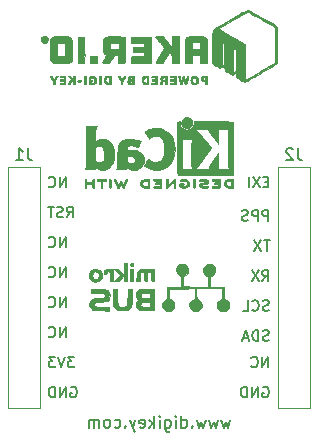
<source format=gbo>
G04 #@! TF.GenerationSoftware,KiCad,Pcbnew,(5.0.0)*
G04 #@! TF.CreationDate,2018-09-17T15:57:07-05:00*
G04 #@! TF.ProjectId,TESEO-LIV3F_uBUS,544553454F2D4C495633465F75425553,rev?*
G04 #@! TF.SameCoordinates,Original*
G04 #@! TF.FileFunction,Legend,Bot*
G04 #@! TF.FilePolarity,Positive*
%FSLAX46Y46*%
G04 Gerber Fmt 4.6, Leading zero omitted, Abs format (unit mm)*
G04 Created by KiCad (PCBNEW (5.0.0)) date 09/17/18 15:57:07*
%MOMM*%
%LPD*%
G01*
G04 APERTURE LIST*
%ADD10C,0.150000*%
%ADD11C,0.139700*%
%ADD12C,0.120000*%
%ADD13C,0.010000*%
G04 APERTURE END LIST*
D10*
X144477619Y-136945714D02*
X144287142Y-137612380D01*
X144096666Y-137136190D01*
X143906190Y-137612380D01*
X143715714Y-136945714D01*
X143430000Y-136945714D02*
X143239523Y-137612380D01*
X143049047Y-137136190D01*
X142858571Y-137612380D01*
X142668095Y-136945714D01*
X142382380Y-136945714D02*
X142191904Y-137612380D01*
X142001428Y-137136190D01*
X141810952Y-137612380D01*
X141620476Y-136945714D01*
X141239523Y-137517142D02*
X141191904Y-137564761D01*
X141239523Y-137612380D01*
X141287142Y-137564761D01*
X141239523Y-137517142D01*
X141239523Y-137612380D01*
X140334761Y-137612380D02*
X140334761Y-136612380D01*
X140334761Y-137564761D02*
X140430000Y-137612380D01*
X140620476Y-137612380D01*
X140715714Y-137564761D01*
X140763333Y-137517142D01*
X140810952Y-137421904D01*
X140810952Y-137136190D01*
X140763333Y-137040952D01*
X140715714Y-136993333D01*
X140620476Y-136945714D01*
X140430000Y-136945714D01*
X140334761Y-136993333D01*
X139858571Y-137612380D02*
X139858571Y-136945714D01*
X139858571Y-136612380D02*
X139906190Y-136660000D01*
X139858571Y-136707619D01*
X139810952Y-136660000D01*
X139858571Y-136612380D01*
X139858571Y-136707619D01*
X138953809Y-136945714D02*
X138953809Y-137755238D01*
X139001428Y-137850476D01*
X139049047Y-137898095D01*
X139144285Y-137945714D01*
X139287142Y-137945714D01*
X139382380Y-137898095D01*
X138953809Y-137564761D02*
X139049047Y-137612380D01*
X139239523Y-137612380D01*
X139334761Y-137564761D01*
X139382380Y-137517142D01*
X139430000Y-137421904D01*
X139430000Y-137136190D01*
X139382380Y-137040952D01*
X139334761Y-136993333D01*
X139239523Y-136945714D01*
X139049047Y-136945714D01*
X138953809Y-136993333D01*
X138477619Y-137612380D02*
X138477619Y-136945714D01*
X138477619Y-136612380D02*
X138525238Y-136660000D01*
X138477619Y-136707619D01*
X138430000Y-136660000D01*
X138477619Y-136612380D01*
X138477619Y-136707619D01*
X138001428Y-137612380D02*
X138001428Y-136612380D01*
X137906190Y-137231428D02*
X137620476Y-137612380D01*
X137620476Y-136945714D02*
X138001428Y-137326666D01*
X136810952Y-137564761D02*
X136906190Y-137612380D01*
X137096666Y-137612380D01*
X137191904Y-137564761D01*
X137239523Y-137469523D01*
X137239523Y-137088571D01*
X137191904Y-136993333D01*
X137096666Y-136945714D01*
X136906190Y-136945714D01*
X136810952Y-136993333D01*
X136763333Y-137088571D01*
X136763333Y-137183809D01*
X137239523Y-137279047D01*
X136430000Y-136945714D02*
X136191904Y-137612380D01*
X135953809Y-136945714D02*
X136191904Y-137612380D01*
X136287142Y-137850476D01*
X136334761Y-137898095D01*
X136430000Y-137945714D01*
X135572857Y-137517142D02*
X135525238Y-137564761D01*
X135572857Y-137612380D01*
X135620476Y-137564761D01*
X135572857Y-137517142D01*
X135572857Y-137612380D01*
X134668095Y-137564761D02*
X134763333Y-137612380D01*
X134953809Y-137612380D01*
X135049047Y-137564761D01*
X135096666Y-137517142D01*
X135144285Y-137421904D01*
X135144285Y-137136190D01*
X135096666Y-137040952D01*
X135049047Y-136993333D01*
X134953809Y-136945714D01*
X134763333Y-136945714D01*
X134668095Y-136993333D01*
X134096666Y-137612380D02*
X134191904Y-137564761D01*
X134239523Y-137517142D01*
X134287142Y-137421904D01*
X134287142Y-137136190D01*
X134239523Y-137040952D01*
X134191904Y-136993333D01*
X134096666Y-136945714D01*
X133953809Y-136945714D01*
X133858571Y-136993333D01*
X133810952Y-137040952D01*
X133763333Y-137136190D01*
X133763333Y-137421904D01*
X133810952Y-137517142D01*
X133858571Y-137564761D01*
X133953809Y-137612380D01*
X134096666Y-137612380D01*
X133334761Y-137612380D02*
X133334761Y-136945714D01*
X133334761Y-137040952D02*
X133287142Y-136993333D01*
X133191904Y-136945714D01*
X133049047Y-136945714D01*
X132953809Y-136993333D01*
X132906190Y-137088571D01*
X132906190Y-137612380D01*
X132906190Y-137088571D02*
X132858571Y-136993333D01*
X132763333Y-136945714D01*
X132620476Y-136945714D01*
X132525238Y-136993333D01*
X132477619Y-137088571D01*
X132477619Y-137612380D01*
D11*
X147235333Y-134175500D02*
X147320000Y-134133166D01*
X147447000Y-134133166D01*
X147574000Y-134175500D01*
X147658666Y-134260166D01*
X147701000Y-134344833D01*
X147743333Y-134514166D01*
X147743333Y-134641166D01*
X147701000Y-134810500D01*
X147658666Y-134895166D01*
X147574000Y-134979833D01*
X147447000Y-135022166D01*
X147362333Y-135022166D01*
X147235333Y-134979833D01*
X147193000Y-134937500D01*
X147193000Y-134641166D01*
X147362333Y-134641166D01*
X146812000Y-135022166D02*
X146812000Y-134133166D01*
X146304000Y-135022166D01*
X146304000Y-134133166D01*
X145880666Y-135022166D02*
X145880666Y-134133166D01*
X145669000Y-134133166D01*
X145542000Y-134175500D01*
X145457333Y-134260166D01*
X145415000Y-134344833D01*
X145372666Y-134514166D01*
X145372666Y-134641166D01*
X145415000Y-134810500D01*
X145457333Y-134895166D01*
X145542000Y-134979833D01*
X145669000Y-135022166D01*
X145880666Y-135022166D01*
X147701000Y-132482166D02*
X147701000Y-131593166D01*
X147193000Y-132482166D01*
X147193000Y-131593166D01*
X146261666Y-132397500D02*
X146304000Y-132439833D01*
X146431000Y-132482166D01*
X146515666Y-132482166D01*
X146642666Y-132439833D01*
X146727333Y-132355166D01*
X146769666Y-132270500D01*
X146812000Y-132101166D01*
X146812000Y-131974166D01*
X146769666Y-131804833D01*
X146727333Y-131720166D01*
X146642666Y-131635500D01*
X146515666Y-131593166D01*
X146431000Y-131593166D01*
X146304000Y-131635500D01*
X146261666Y-131677833D01*
X147743333Y-130206081D02*
X147616333Y-130248414D01*
X147404666Y-130248414D01*
X147319999Y-130206081D01*
X147277666Y-130163748D01*
X147235333Y-130079081D01*
X147235333Y-129994414D01*
X147277666Y-129909748D01*
X147319999Y-129867414D01*
X147404666Y-129825081D01*
X147573999Y-129782748D01*
X147658666Y-129740414D01*
X147700999Y-129698081D01*
X147743333Y-129613414D01*
X147743333Y-129528748D01*
X147700999Y-129444081D01*
X147658666Y-129401748D01*
X147573999Y-129359414D01*
X147362333Y-129359414D01*
X147235333Y-129401748D01*
X146854333Y-130248414D02*
X146854333Y-129359414D01*
X146642666Y-129359414D01*
X146515666Y-129401748D01*
X146430999Y-129486414D01*
X146388666Y-129571081D01*
X146346333Y-129740414D01*
X146346333Y-129867414D01*
X146388666Y-130036748D01*
X146430999Y-130121414D01*
X146515666Y-130206081D01*
X146642666Y-130248414D01*
X146854333Y-130248414D01*
X146007666Y-129994414D02*
X145584333Y-129994414D01*
X146092333Y-130248414D02*
X145795999Y-129359414D01*
X145499666Y-130248414D01*
X147743333Y-127666081D02*
X147616333Y-127708414D01*
X147404666Y-127708414D01*
X147320000Y-127666081D01*
X147277666Y-127623748D01*
X147235333Y-127539081D01*
X147235333Y-127454414D01*
X147277666Y-127369748D01*
X147320000Y-127327414D01*
X147404666Y-127285081D01*
X147574000Y-127242748D01*
X147658666Y-127200414D01*
X147701000Y-127158081D01*
X147743333Y-127073414D01*
X147743333Y-126988748D01*
X147701000Y-126904081D01*
X147658666Y-126861748D01*
X147574000Y-126819414D01*
X147362333Y-126819414D01*
X147235333Y-126861748D01*
X146346333Y-127623748D02*
X146388666Y-127666081D01*
X146515666Y-127708414D01*
X146600333Y-127708414D01*
X146727333Y-127666081D01*
X146812000Y-127581414D01*
X146854333Y-127496748D01*
X146896666Y-127327414D01*
X146896666Y-127200414D01*
X146854333Y-127031081D01*
X146812000Y-126946414D01*
X146727333Y-126861748D01*
X146600333Y-126819414D01*
X146515666Y-126819414D01*
X146388666Y-126861748D01*
X146346333Y-126904081D01*
X145542000Y-127708414D02*
X145965333Y-127708414D01*
X145965333Y-126819414D01*
X147192999Y-125168414D02*
X147489333Y-124745081D01*
X147700999Y-125168414D02*
X147700999Y-124279414D01*
X147362333Y-124279414D01*
X147277666Y-124321748D01*
X147235333Y-124364081D01*
X147192999Y-124448748D01*
X147192999Y-124575748D01*
X147235333Y-124660414D01*
X147277666Y-124702748D01*
X147362333Y-124745081D01*
X147700999Y-124745081D01*
X146896666Y-124279414D02*
X146303999Y-125168414D01*
X146303999Y-124279414D02*
X146896666Y-125168414D01*
X147828000Y-121739414D02*
X147320000Y-121739414D01*
X147574000Y-122628414D02*
X147574000Y-121739414D01*
X147108333Y-121739414D02*
X146515667Y-122628414D01*
X146515667Y-121739414D02*
X147108333Y-122628414D01*
X147700999Y-120088414D02*
X147700999Y-119199414D01*
X147362333Y-119199414D01*
X147277666Y-119241748D01*
X147235333Y-119284081D01*
X147192999Y-119368748D01*
X147192999Y-119495748D01*
X147235333Y-119580414D01*
X147277666Y-119622748D01*
X147362333Y-119665081D01*
X147700999Y-119665081D01*
X146811999Y-120088414D02*
X146811999Y-119199414D01*
X146473333Y-119199414D01*
X146388666Y-119241748D01*
X146346333Y-119284081D01*
X146303999Y-119368748D01*
X146303999Y-119495748D01*
X146346333Y-119580414D01*
X146388666Y-119622748D01*
X146473333Y-119665081D01*
X146811999Y-119665081D01*
X145965333Y-120046081D02*
X145838333Y-120088414D01*
X145626666Y-120088414D01*
X145541999Y-120046081D01*
X145499666Y-120003748D01*
X145457333Y-119919081D01*
X145457333Y-119834414D01*
X145499666Y-119749748D01*
X145541999Y-119707414D01*
X145626666Y-119665081D01*
X145795999Y-119622748D01*
X145880666Y-119580414D01*
X145922999Y-119538081D01*
X145965333Y-119453414D01*
X145965333Y-119368748D01*
X145922999Y-119284081D01*
X145880666Y-119241748D01*
X145795999Y-119199414D01*
X145584333Y-119199414D01*
X145457333Y-119241748D01*
X147701000Y-116776500D02*
X147404666Y-116776500D01*
X147277666Y-117242166D02*
X147701000Y-117242166D01*
X147701000Y-116353166D01*
X147277666Y-116353166D01*
X146981333Y-116353166D02*
X146388666Y-117242166D01*
X146388666Y-116353166D02*
X146981333Y-117242166D01*
X146050000Y-117242166D02*
X146050000Y-116353166D01*
X130556000Y-124862166D02*
X130556000Y-123973166D01*
X130048000Y-124862166D01*
X130048000Y-123973166D01*
X129116666Y-124777500D02*
X129159000Y-124819833D01*
X129286000Y-124862166D01*
X129370666Y-124862166D01*
X129497666Y-124819833D01*
X129582333Y-124735166D01*
X129624666Y-124650500D01*
X129667000Y-124481166D01*
X129667000Y-124354166D01*
X129624666Y-124184833D01*
X129582333Y-124100166D01*
X129497666Y-124015500D01*
X129370666Y-123973166D01*
X129286000Y-123973166D01*
X129159000Y-124015500D01*
X129116666Y-124057833D01*
X130556000Y-122322166D02*
X130556000Y-121433166D01*
X130048000Y-122322166D01*
X130048000Y-121433166D01*
X129116666Y-122237500D02*
X129159000Y-122279833D01*
X129286000Y-122322166D01*
X129370666Y-122322166D01*
X129497666Y-122279833D01*
X129582333Y-122195166D01*
X129624666Y-122110500D01*
X129667000Y-121941166D01*
X129667000Y-121814166D01*
X129624666Y-121644833D01*
X129582333Y-121560166D01*
X129497666Y-121475500D01*
X129370666Y-121433166D01*
X129286000Y-121433166D01*
X129159000Y-121475500D01*
X129116666Y-121517833D01*
X130640667Y-119782166D02*
X130937000Y-119358833D01*
X131148667Y-119782166D02*
X131148667Y-118893166D01*
X130810000Y-118893166D01*
X130725334Y-118935500D01*
X130683000Y-118977833D01*
X130640667Y-119062500D01*
X130640667Y-119189500D01*
X130683000Y-119274166D01*
X130725334Y-119316500D01*
X130810000Y-119358833D01*
X131148667Y-119358833D01*
X130302000Y-119739833D02*
X130175000Y-119782166D01*
X129963334Y-119782166D01*
X129878667Y-119739833D01*
X129836334Y-119697500D01*
X129794000Y-119612833D01*
X129794000Y-119528166D01*
X129836334Y-119443500D01*
X129878667Y-119401166D01*
X129963334Y-119358833D01*
X130132667Y-119316500D01*
X130217334Y-119274166D01*
X130259667Y-119231833D01*
X130302000Y-119147166D01*
X130302000Y-119062500D01*
X130259667Y-118977833D01*
X130217334Y-118935500D01*
X130132667Y-118893166D01*
X129921000Y-118893166D01*
X129794000Y-118935500D01*
X129540000Y-118893166D02*
X129032000Y-118893166D01*
X129286000Y-119782166D02*
X129286000Y-118893166D01*
X130556000Y-117242166D02*
X130556000Y-116353166D01*
X130048000Y-117242166D01*
X130048000Y-116353166D01*
X129116666Y-117157500D02*
X129159000Y-117199833D01*
X129286000Y-117242166D01*
X129370666Y-117242166D01*
X129497666Y-117199833D01*
X129582333Y-117115166D01*
X129624666Y-117030500D01*
X129667000Y-116861166D01*
X129667000Y-116734166D01*
X129624666Y-116564833D01*
X129582333Y-116480166D01*
X129497666Y-116395500D01*
X129370666Y-116353166D01*
X129286000Y-116353166D01*
X129159000Y-116395500D01*
X129116666Y-116437833D01*
X130979333Y-134175500D02*
X131064000Y-134133166D01*
X131191000Y-134133166D01*
X131318000Y-134175500D01*
X131402666Y-134260166D01*
X131445000Y-134344833D01*
X131487333Y-134514166D01*
X131487333Y-134641166D01*
X131445000Y-134810500D01*
X131402666Y-134895166D01*
X131318000Y-134979833D01*
X131191000Y-135022166D01*
X131106333Y-135022166D01*
X130979333Y-134979833D01*
X130937000Y-134937500D01*
X130937000Y-134641166D01*
X131106333Y-134641166D01*
X130556000Y-135022166D02*
X130556000Y-134133166D01*
X130048000Y-135022166D01*
X130048000Y-134133166D01*
X129624666Y-135022166D02*
X129624666Y-134133166D01*
X129413000Y-134133166D01*
X129286000Y-134175500D01*
X129201333Y-134260166D01*
X129159000Y-134344833D01*
X129116666Y-134514166D01*
X129116666Y-134641166D01*
X129159000Y-134810500D01*
X129201333Y-134895166D01*
X129286000Y-134979833D01*
X129413000Y-135022166D01*
X129624666Y-135022166D01*
X131275666Y-131593166D02*
X130725333Y-131593166D01*
X131021666Y-131931833D01*
X130894666Y-131931833D01*
X130810000Y-131974166D01*
X130767666Y-132016500D01*
X130725333Y-132101166D01*
X130725333Y-132312833D01*
X130767666Y-132397500D01*
X130810000Y-132439833D01*
X130894666Y-132482166D01*
X131148666Y-132482166D01*
X131233333Y-132439833D01*
X131275666Y-132397500D01*
X130471333Y-131593166D02*
X130175000Y-132482166D01*
X129878666Y-131593166D01*
X129667000Y-131593166D02*
X129116666Y-131593166D01*
X129413000Y-131931833D01*
X129286000Y-131931833D01*
X129201333Y-131974166D01*
X129159000Y-132016500D01*
X129116666Y-132101166D01*
X129116666Y-132312833D01*
X129159000Y-132397500D01*
X129201333Y-132439833D01*
X129286000Y-132482166D01*
X129540000Y-132482166D01*
X129624666Y-132439833D01*
X129667000Y-132397500D01*
X130556000Y-129942166D02*
X130556000Y-129053166D01*
X130048000Y-129942166D01*
X130048000Y-129053166D01*
X129116666Y-129857500D02*
X129159000Y-129899833D01*
X129286000Y-129942166D01*
X129370666Y-129942166D01*
X129497666Y-129899833D01*
X129582333Y-129815166D01*
X129624666Y-129730500D01*
X129667000Y-129561166D01*
X129667000Y-129434166D01*
X129624666Y-129264833D01*
X129582333Y-129180166D01*
X129497666Y-129095500D01*
X129370666Y-129053166D01*
X129286000Y-129053166D01*
X129159000Y-129095500D01*
X129116666Y-129137833D01*
X130556000Y-127402166D02*
X130556000Y-126513166D01*
X130048000Y-127402166D01*
X130048000Y-126513166D01*
X129116666Y-127317500D02*
X129159000Y-127359833D01*
X129286000Y-127402166D01*
X129370666Y-127402166D01*
X129497666Y-127359833D01*
X129582333Y-127275166D01*
X129624666Y-127190500D01*
X129667000Y-127021166D01*
X129667000Y-126894166D01*
X129624666Y-126724833D01*
X129582333Y-126640166D01*
X129497666Y-126555500D01*
X129370666Y-126513166D01*
X129286000Y-126513166D01*
X129159000Y-126555500D01*
X129116666Y-126597833D01*
D12*
G04 #@! TO.C,J1*
X128330000Y-135950000D02*
X125670000Y-135950000D01*
X128330000Y-115510000D02*
X128330000Y-135950000D01*
X125670000Y-115510000D02*
X125670000Y-135950000D01*
X128330000Y-115510000D02*
X125670000Y-115510000D01*
G04 #@! TO.C,J2*
X151190000Y-115510000D02*
X148530000Y-115510000D01*
X148530000Y-115510000D02*
X148530000Y-135950000D01*
X151190000Y-115510000D02*
X151190000Y-135950000D01*
X151190000Y-135950000D02*
X148530000Y-135950000D01*
D13*
G04 #@! TO.C,G\002A\002A\002A*
G36*
X136045769Y-123688595D02*
X136016274Y-123770392D01*
X136015743Y-123793564D01*
X136036516Y-123889280D01*
X136118313Y-123918776D01*
X136141485Y-123919307D01*
X136237201Y-123898533D01*
X136266697Y-123816736D01*
X136267228Y-123793564D01*
X136246454Y-123697848D01*
X136164657Y-123668353D01*
X136141485Y-123667822D01*
X136045769Y-123688595D01*
X136045769Y-123688595D01*
G37*
X136045769Y-123688595D02*
X136016274Y-123770392D01*
X136015743Y-123793564D01*
X136036516Y-123889280D01*
X136118313Y-123918776D01*
X136141485Y-123919307D01*
X136237201Y-123898533D01*
X136266697Y-123816736D01*
X136267228Y-123793564D01*
X136246454Y-123697848D01*
X136164657Y-123668353D01*
X136141485Y-123667822D01*
X136045769Y-123688595D01*
G36*
X133998807Y-124182927D02*
X133853842Y-124225276D01*
X133776804Y-124306753D01*
X133752498Y-124436272D01*
X133752376Y-124449195D01*
X133761998Y-124567477D01*
X133805138Y-124615575D01*
X133878119Y-124623465D01*
X133973835Y-124602691D01*
X134003330Y-124520895D01*
X134003861Y-124497722D01*
X134024635Y-124402007D01*
X134106432Y-124372511D01*
X134129604Y-124371980D01*
X134190494Y-124375905D01*
X134227656Y-124400959D01*
X134246947Y-124467056D01*
X134254225Y-124594114D01*
X134255346Y-124799505D01*
X134256501Y-125006532D01*
X134263870Y-125132882D01*
X134283310Y-125198471D01*
X134320680Y-125223215D01*
X134381089Y-125227029D01*
X134506832Y-125227029D01*
X134506832Y-124170792D01*
X134226891Y-124170792D01*
X133998807Y-124182927D01*
X133998807Y-124182927D01*
G37*
X133998807Y-124182927D02*
X133853842Y-124225276D01*
X133776804Y-124306753D01*
X133752498Y-124436272D01*
X133752376Y-124449195D01*
X133761998Y-124567477D01*
X133805138Y-124615575D01*
X133878119Y-124623465D01*
X133973835Y-124602691D01*
X134003330Y-124520895D01*
X134003861Y-124497722D01*
X134024635Y-124402007D01*
X134106432Y-124372511D01*
X134129604Y-124371980D01*
X134190494Y-124375905D01*
X134227656Y-124400959D01*
X134246947Y-124467056D01*
X134254225Y-124594114D01*
X134255346Y-124799505D01*
X134256501Y-125006532D01*
X134263870Y-125132882D01*
X134283310Y-125198471D01*
X134320680Y-125223215D01*
X134381089Y-125227029D01*
X134506832Y-125227029D01*
X134506832Y-124170792D01*
X134226891Y-124170792D01*
X133998807Y-124182927D01*
G36*
X135460192Y-124183366D02*
X135457909Y-124698911D01*
X135217286Y-124434851D01*
X135076585Y-124289771D01*
X134970105Y-124208737D01*
X134871978Y-124175120D01*
X134806510Y-124170792D01*
X134636356Y-124170792D01*
X134873376Y-124411430D01*
X134993538Y-124539937D01*
X135078821Y-124643567D01*
X135110396Y-124698911D01*
X135077458Y-124756098D01*
X134991209Y-124860519D01*
X134873376Y-124986391D01*
X134636356Y-125227029D01*
X134835653Y-125225125D01*
X134960467Y-125213829D01*
X135054915Y-125169038D01*
X135153295Y-125070056D01*
X135210757Y-124998789D01*
X135312744Y-124876473D01*
X135392541Y-124794958D01*
X135424519Y-124774356D01*
X135447160Y-124819333D01*
X135460737Y-124933124D01*
X135462475Y-125000693D01*
X135467687Y-125140360D01*
X135493305Y-125206534D01*
X135554302Y-125226165D01*
X135588218Y-125227029D01*
X135713960Y-125227029D01*
X135713960Y-123667822D01*
X135462475Y-123667822D01*
X135460192Y-124183366D01*
X135460192Y-124183366D01*
G37*
X135460192Y-124183366D02*
X135457909Y-124698911D01*
X135217286Y-124434851D01*
X135076585Y-124289771D01*
X134970105Y-124208737D01*
X134871978Y-124175120D01*
X134806510Y-124170792D01*
X134636356Y-124170792D01*
X134873376Y-124411430D01*
X134993538Y-124539937D01*
X135078821Y-124643567D01*
X135110396Y-124698911D01*
X135077458Y-124756098D01*
X134991209Y-124860519D01*
X134873376Y-124986391D01*
X134636356Y-125227029D01*
X134835653Y-125225125D01*
X134960467Y-125213829D01*
X135054915Y-125169038D01*
X135153295Y-125070056D01*
X135210757Y-124998789D01*
X135312744Y-124876473D01*
X135392541Y-124794958D01*
X135424519Y-124774356D01*
X135447160Y-124819333D01*
X135460737Y-124933124D01*
X135462475Y-125000693D01*
X135467687Y-125140360D01*
X135493305Y-125206534D01*
X135554302Y-125226165D01*
X135588218Y-125227029D01*
X135713960Y-125227029D01*
X135713960Y-123667822D01*
X135462475Y-123667822D01*
X135460192Y-124183366D01*
G36*
X136015743Y-125227029D02*
X136267228Y-125227029D01*
X136267228Y-124170792D01*
X136015743Y-124170792D01*
X136015743Y-125227029D01*
X136015743Y-125227029D01*
G37*
X136015743Y-125227029D02*
X136267228Y-125227029D01*
X136267228Y-124170792D01*
X136015743Y-124170792D01*
X136015743Y-125227029D01*
G36*
X137375415Y-124179369D02*
X137070567Y-124189099D01*
X136851510Y-124207583D01*
X136703464Y-124245646D01*
X136611647Y-124314110D01*
X136561277Y-124423801D01*
X136537574Y-124585542D01*
X136526126Y-124801280D01*
X136508390Y-125227029D01*
X136820495Y-125227029D01*
X136820495Y-124830519D01*
X136822912Y-124630378D01*
X136833805Y-124508809D01*
X136858639Y-124443833D01*
X136902879Y-124413473D01*
X136925940Y-124406435D01*
X137039583Y-124388803D01*
X137112436Y-124417337D01*
X137153083Y-124506780D01*
X137170108Y-124671875D01*
X137172574Y-124830034D01*
X137173959Y-125027971D01*
X137182476Y-125145976D01*
X137204669Y-125204712D01*
X137247083Y-125224840D01*
X137298317Y-125227029D01*
X137360680Y-125222742D01*
X137398022Y-125196195D01*
X137416756Y-125126866D01*
X137423296Y-124994230D01*
X137424059Y-124824653D01*
X137424059Y-124422277D01*
X137776139Y-124422277D01*
X137776139Y-124824653D01*
X137777479Y-125024215D01*
X137785774Y-125143709D01*
X137807440Y-125203658D01*
X137848888Y-125224588D01*
X137901881Y-125227029D01*
X138027624Y-125227029D01*
X138027624Y-124162798D01*
X137375415Y-124179369D01*
X137375415Y-124179369D01*
G37*
X137375415Y-124179369D02*
X137070567Y-124189099D01*
X136851510Y-124207583D01*
X136703464Y-124245646D01*
X136611647Y-124314110D01*
X136561277Y-124423801D01*
X136537574Y-124585542D01*
X136526126Y-124801280D01*
X136508390Y-125227029D01*
X136820495Y-125227029D01*
X136820495Y-124830519D01*
X136822912Y-124630378D01*
X136833805Y-124508809D01*
X136858639Y-124443833D01*
X136902879Y-124413473D01*
X136925940Y-124406435D01*
X137039583Y-124388803D01*
X137112436Y-124417337D01*
X137153083Y-124506780D01*
X137170108Y-124671875D01*
X137172574Y-124830034D01*
X137173959Y-125027971D01*
X137182476Y-125145976D01*
X137204669Y-125204712D01*
X137247083Y-125224840D01*
X137298317Y-125227029D01*
X137360680Y-125222742D01*
X137398022Y-125196195D01*
X137416756Y-125126866D01*
X137423296Y-124994230D01*
X137424059Y-124824653D01*
X137424059Y-124422277D01*
X137776139Y-124422277D01*
X137776139Y-124824653D01*
X137777479Y-125024215D01*
X137785774Y-125143709D01*
X137807440Y-125203658D01*
X137848888Y-125224588D01*
X137901881Y-125227029D01*
X138027624Y-125227029D01*
X138027624Y-124162798D01*
X137375415Y-124179369D01*
G36*
X132923876Y-124189671D02*
X132734207Y-124259412D01*
X132592801Y-124385883D01*
X132568024Y-124426864D01*
X132495928Y-124655442D01*
X132512960Y-124865678D01*
X132607730Y-125043139D01*
X132768849Y-125173394D01*
X132984927Y-125242009D01*
X133209876Y-125240174D01*
X133376335Y-125170611D01*
X133502415Y-125031681D01*
X133580051Y-124849280D01*
X133601176Y-124649305D01*
X133595269Y-124623246D01*
X133337165Y-124623246D01*
X133331417Y-124793874D01*
X133271702Y-124914056D01*
X133161264Y-124999129D01*
X133017627Y-125025982D01*
X132886342Y-124988966D01*
X132857089Y-124965485D01*
X132817035Y-124877888D01*
X132797197Y-124741289D01*
X132796733Y-124717592D01*
X132829863Y-124535263D01*
X132916812Y-124417304D01*
X133038912Y-124373818D01*
X133177501Y-124414909D01*
X133249406Y-124472574D01*
X133337165Y-124623246D01*
X133595269Y-124623246D01*
X133557725Y-124457651D01*
X133488238Y-124346526D01*
X133330315Y-124230660D01*
X133132386Y-124179231D01*
X132923876Y-124189671D01*
X132923876Y-124189671D01*
G37*
X132923876Y-124189671D02*
X132734207Y-124259412D01*
X132592801Y-124385883D01*
X132568024Y-124426864D01*
X132495928Y-124655442D01*
X132512960Y-124865678D01*
X132607730Y-125043139D01*
X132768849Y-125173394D01*
X132984927Y-125242009D01*
X133209876Y-125240174D01*
X133376335Y-125170611D01*
X133502415Y-125031681D01*
X133580051Y-124849280D01*
X133601176Y-124649305D01*
X133595269Y-124623246D01*
X133337165Y-124623246D01*
X133331417Y-124793874D01*
X133271702Y-124914056D01*
X133161264Y-124999129D01*
X133017627Y-125025982D01*
X132886342Y-124988966D01*
X132857089Y-124965485D01*
X132817035Y-124877888D01*
X132797197Y-124741289D01*
X132796733Y-124717592D01*
X132829863Y-124535263D01*
X132916812Y-124417304D01*
X133038912Y-124373818D01*
X133177501Y-124414909D01*
X133249406Y-124472574D01*
X133337165Y-124623246D01*
X133595269Y-124623246D01*
X133557725Y-124457651D01*
X133488238Y-124346526D01*
X133330315Y-124230660D01*
X133132386Y-124179231D01*
X132923876Y-124189671D01*
G36*
X132645842Y-126182673D02*
X133173960Y-126182673D01*
X133417264Y-126184931D01*
X133581549Y-126194001D01*
X133688335Y-126213327D01*
X133759142Y-126246350D01*
X133802673Y-126283267D01*
X133885401Y-126382721D01*
X133892355Y-126462225D01*
X133840396Y-126546609D01*
X133784879Y-126587400D01*
X133680977Y-126615319D01*
X133510784Y-126633501D01*
X133282715Y-126644242D01*
X133053680Y-126653399D01*
X132901804Y-126666766D01*
X132803669Y-126690323D01*
X132735857Y-126730053D01*
X132674947Y-126791937D01*
X132666576Y-126801616D01*
X132565583Y-126990301D01*
X132542256Y-127207410D01*
X132596597Y-127417436D01*
X132666513Y-127525314D01*
X132717123Y-127581008D01*
X132769095Y-127620112D01*
X132840565Y-127646065D01*
X132949667Y-127662310D01*
X133114534Y-127672289D01*
X133353302Y-127679442D01*
X133496414Y-127682811D01*
X134205049Y-127699187D01*
X134205049Y-127389802D01*
X133636693Y-127389802D01*
X133358814Y-127386068D01*
X133166313Y-127371452D01*
X133044143Y-127340828D01*
X132977252Y-127289072D01*
X132950592Y-127211059D01*
X132947624Y-127155175D01*
X132973834Y-127056133D01*
X133060460Y-126989861D01*
X133219497Y-126951837D01*
X133462939Y-126937540D01*
X133526040Y-126937128D01*
X133818054Y-126922247D01*
X134024996Y-126872043D01*
X134158700Y-126778177D01*
X134231001Y-126632312D01*
X134253734Y-126426108D01*
X134253747Y-126424389D01*
X134236094Y-126234870D01*
X134169995Y-126092784D01*
X134134080Y-126047161D01*
X134082478Y-125990591D01*
X134029314Y-125951158D01*
X133956005Y-125925222D01*
X133843968Y-125909144D01*
X133674620Y-125899286D01*
X133429377Y-125892007D01*
X133329328Y-125889568D01*
X132645842Y-125873097D01*
X132645842Y-126182673D01*
X132645842Y-126182673D01*
G37*
X132645842Y-126182673D02*
X133173960Y-126182673D01*
X133417264Y-126184931D01*
X133581549Y-126194001D01*
X133688335Y-126213327D01*
X133759142Y-126246350D01*
X133802673Y-126283267D01*
X133885401Y-126382721D01*
X133892355Y-126462225D01*
X133840396Y-126546609D01*
X133784879Y-126587400D01*
X133680977Y-126615319D01*
X133510784Y-126633501D01*
X133282715Y-126644242D01*
X133053680Y-126653399D01*
X132901804Y-126666766D01*
X132803669Y-126690323D01*
X132735857Y-126730053D01*
X132674947Y-126791937D01*
X132666576Y-126801616D01*
X132565583Y-126990301D01*
X132542256Y-127207410D01*
X132596597Y-127417436D01*
X132666513Y-127525314D01*
X132717123Y-127581008D01*
X132769095Y-127620112D01*
X132840565Y-127646065D01*
X132949667Y-127662310D01*
X133114534Y-127672289D01*
X133353302Y-127679442D01*
X133496414Y-127682811D01*
X134205049Y-127699187D01*
X134205049Y-127389802D01*
X133636693Y-127389802D01*
X133358814Y-127386068D01*
X133166313Y-127371452D01*
X133044143Y-127340828D01*
X132977252Y-127289072D01*
X132950592Y-127211059D01*
X132947624Y-127155175D01*
X132973834Y-127056133D01*
X133060460Y-126989861D01*
X133219497Y-126951837D01*
X133462939Y-126937540D01*
X133526040Y-126937128D01*
X133818054Y-126922247D01*
X134024996Y-126872043D01*
X134158700Y-126778177D01*
X134231001Y-126632312D01*
X134253734Y-126426108D01*
X134253747Y-126424389D01*
X134236094Y-126234870D01*
X134169995Y-126092784D01*
X134134080Y-126047161D01*
X134082478Y-125990591D01*
X134029314Y-125951158D01*
X133956005Y-125925222D01*
X133843968Y-125909144D01*
X133674620Y-125899286D01*
X133429377Y-125892007D01*
X133329328Y-125889568D01*
X132645842Y-125873097D01*
X132645842Y-126182673D01*
G36*
X135764257Y-126537038D02*
X135763328Y-126806200D01*
X135758503Y-126994060D01*
X135746729Y-127119908D01*
X135724950Y-127203035D01*
X135690112Y-127262730D01*
X135640801Y-127316642D01*
X135477642Y-127419754D01*
X135336733Y-127440099D01*
X135144840Y-127399054D01*
X135032664Y-127316642D01*
X134982196Y-127261234D01*
X134947757Y-127201154D01*
X134926293Y-127117111D01*
X134914751Y-126989817D01*
X134910074Y-126799981D01*
X134909208Y-126537038D01*
X134909208Y-125880891D01*
X134557129Y-125880891D01*
X134557129Y-127337918D01*
X134703893Y-127502177D01*
X134781467Y-127583015D01*
X134855123Y-127632596D01*
X134952547Y-127659534D01*
X135101424Y-127672447D01*
X135269735Y-127678288D01*
X135478169Y-127678527D01*
X135658104Y-127668602D01*
X135777714Y-127650544D01*
X135795033Y-127644756D01*
X135900530Y-127573489D01*
X136007087Y-127464816D01*
X136008796Y-127462655D01*
X136051377Y-127400764D01*
X136081010Y-127329456D01*
X136100009Y-127230245D01*
X136110687Y-127084648D01*
X136115357Y-126874178D01*
X136116337Y-126603415D01*
X136116337Y-125880891D01*
X135764257Y-125880891D01*
X135764257Y-126537038D01*
X135764257Y-126537038D01*
G37*
X135764257Y-126537038D02*
X135763328Y-126806200D01*
X135758503Y-126994060D01*
X135746729Y-127119908D01*
X135724950Y-127203035D01*
X135690112Y-127262730D01*
X135640801Y-127316642D01*
X135477642Y-127419754D01*
X135336733Y-127440099D01*
X135144840Y-127399054D01*
X135032664Y-127316642D01*
X134982196Y-127261234D01*
X134947757Y-127201154D01*
X134926293Y-127117111D01*
X134914751Y-126989817D01*
X134910074Y-126799981D01*
X134909208Y-126537038D01*
X134909208Y-125880891D01*
X134557129Y-125880891D01*
X134557129Y-127337918D01*
X134703893Y-127502177D01*
X134781467Y-127583015D01*
X134855123Y-127632596D01*
X134952547Y-127659534D01*
X135101424Y-127672447D01*
X135269735Y-127678288D01*
X135478169Y-127678527D01*
X135658104Y-127668602D01*
X135777714Y-127650544D01*
X135795033Y-127644756D01*
X135900530Y-127573489D01*
X136007087Y-127464816D01*
X136008796Y-127462655D01*
X136051377Y-127400764D01*
X136081010Y-127329456D01*
X136100009Y-127230245D01*
X136110687Y-127084648D01*
X136115357Y-126874178D01*
X136116337Y-126603415D01*
X136116337Y-125880891D01*
X135764257Y-125880891D01*
X135764257Y-126537038D01*
G36*
X137108426Y-125888460D02*
X136852282Y-125914970D01*
X136672240Y-125966125D01*
X136556494Y-126047629D01*
X136493234Y-126165186D01*
X136470653Y-126324499D01*
X136470015Y-126355471D01*
X136504033Y-126556451D01*
X136577777Y-126669827D01*
X136687139Y-126786237D01*
X136577777Y-126902647D01*
X136485134Y-127071925D01*
X136468416Y-127200316D01*
X136480577Y-127373346D01*
X136525405Y-127501258D01*
X136615419Y-127590503D01*
X136763137Y-127647534D01*
X136981078Y-127678802D01*
X137281759Y-127690761D01*
X137421562Y-127691584D01*
X138027624Y-127691584D01*
X138027624Y-127389802D01*
X137675545Y-127389802D01*
X137327058Y-127389802D01*
X137107964Y-127381050D01*
X136968616Y-127352347D01*
X136897826Y-127309056D01*
X136847587Y-127197088D01*
X136866535Y-127067884D01*
X136940442Y-126975621D01*
X137016639Y-126956696D01*
X137161472Y-126943104D01*
X137336040Y-126937899D01*
X137675545Y-126937128D01*
X137675545Y-127389802D01*
X138027624Y-127389802D01*
X138027624Y-126182673D01*
X137675545Y-126182673D01*
X137675545Y-126635346D01*
X137336040Y-126634576D01*
X137155705Y-126629007D01*
X137013657Y-126615181D01*
X136942569Y-126596853D01*
X136864163Y-126490091D01*
X136868600Y-126355141D01*
X136902587Y-126289041D01*
X136957374Y-126231427D01*
X137038155Y-126199027D01*
X137171844Y-126185083D01*
X137326317Y-126182673D01*
X137675545Y-126182673D01*
X138027624Y-126182673D01*
X138027624Y-125880891D01*
X137452482Y-125880891D01*
X137108426Y-125888460D01*
X137108426Y-125888460D01*
G37*
X137108426Y-125888460D02*
X136852282Y-125914970D01*
X136672240Y-125966125D01*
X136556494Y-126047629D01*
X136493234Y-126165186D01*
X136470653Y-126324499D01*
X136470015Y-126355471D01*
X136504033Y-126556451D01*
X136577777Y-126669827D01*
X136687139Y-126786237D01*
X136577777Y-126902647D01*
X136485134Y-127071925D01*
X136468416Y-127200316D01*
X136480577Y-127373346D01*
X136525405Y-127501258D01*
X136615419Y-127590503D01*
X136763137Y-127647534D01*
X136981078Y-127678802D01*
X137281759Y-127690761D01*
X137421562Y-127691584D01*
X138027624Y-127691584D01*
X138027624Y-127389802D01*
X137675545Y-127389802D01*
X137327058Y-127389802D01*
X137107964Y-127381050D01*
X136968616Y-127352347D01*
X136897826Y-127309056D01*
X136847587Y-127197088D01*
X136866535Y-127067884D01*
X136940442Y-126975621D01*
X137016639Y-126956696D01*
X137161472Y-126943104D01*
X137336040Y-126937899D01*
X137675545Y-126937128D01*
X137675545Y-127389802D01*
X138027624Y-127389802D01*
X138027624Y-126182673D01*
X137675545Y-126182673D01*
X137675545Y-126635346D01*
X137336040Y-126634576D01*
X137155705Y-126629007D01*
X137013657Y-126615181D01*
X136942569Y-126596853D01*
X136864163Y-126490091D01*
X136868600Y-126355141D01*
X136902587Y-126289041D01*
X136957374Y-126231427D01*
X137038155Y-126199027D01*
X137171844Y-126185083D01*
X137326317Y-126182673D01*
X137675545Y-126182673D01*
X138027624Y-126182673D01*
X138027624Y-125880891D01*
X137452482Y-125880891D01*
X137108426Y-125888460D01*
G36*
X142478193Y-123773319D02*
X142299182Y-123907038D01*
X142298745Y-123907526D01*
X142178747Y-124104531D01*
X142158404Y-124314624D01*
X142237811Y-124536520D01*
X142251202Y-124559244D01*
X142350493Y-124676199D01*
X142463409Y-124749051D01*
X142477351Y-124753310D01*
X142537912Y-124773009D01*
X142575387Y-124808904D01*
X142595313Y-124881873D01*
X142603223Y-125012793D01*
X142604653Y-125222543D01*
X142604653Y-125681703D01*
X141535842Y-125668129D01*
X140467030Y-125654554D01*
X140452459Y-125241928D01*
X140437888Y-124829301D01*
X140587722Y-124751819D01*
X140771293Y-124608732D01*
X140875331Y-124423194D01*
X140895206Y-124216712D01*
X140826288Y-124010789D01*
X140765780Y-123924876D01*
X140602177Y-123794590D01*
X140416389Y-123743980D01*
X140228691Y-123763773D01*
X140059362Y-123844693D01*
X139928676Y-123977467D01*
X139856912Y-124152822D01*
X139859465Y-124339404D01*
X139912175Y-124471752D01*
X140005272Y-124608333D01*
X140113284Y-124718835D01*
X140210740Y-124772944D01*
X140224955Y-124774356D01*
X140258317Y-124801437D01*
X140279050Y-124891849D01*
X140289159Y-125059350D01*
X140290990Y-125227029D01*
X140290990Y-125679703D01*
X139134158Y-125679703D01*
X139134158Y-126207822D01*
X139131027Y-126456761D01*
X139120508Y-126618753D01*
X139100916Y-126707284D01*
X139070565Y-126735839D01*
X139068123Y-126735940D01*
X138979577Y-126775697D01*
X138872512Y-126874631D01*
X138773971Y-127002238D01*
X138711001Y-127128012D01*
X138706561Y-127143747D01*
X138706617Y-127335021D01*
X138784631Y-127522066D01*
X138922531Y-127670687D01*
X139011816Y-127721395D01*
X139237408Y-127772252D01*
X139437486Y-127725837D01*
X139610621Y-127583433D01*
X139719522Y-127385777D01*
X139737934Y-127177441D01*
X139670592Y-126980166D01*
X139522234Y-126815693D01*
X139430891Y-126758477D01*
X139281056Y-126680995D01*
X139295627Y-126268369D01*
X139310198Y-125855742D01*
X140379010Y-125842168D01*
X141447822Y-125828593D01*
X141447822Y-126713886D01*
X141298479Y-126770257D01*
X141154796Y-126871765D01*
X141063121Y-127007003D01*
X141006418Y-127225818D01*
X141038088Y-127429679D01*
X141145976Y-127599891D01*
X141317932Y-127717763D01*
X141541802Y-127764600D01*
X141555720Y-127764743D01*
X141705560Y-127749053D01*
X141819911Y-127686495D01*
X141911371Y-127595215D01*
X142006360Y-127473962D01*
X142043473Y-127364996D01*
X142039138Y-127216024D01*
X142036915Y-127195642D01*
X141984705Y-127009760D01*
X141885309Y-126854796D01*
X141759430Y-126756785D01*
X141671354Y-126735940D01*
X141635646Y-126716115D01*
X141613404Y-126645624D01*
X141601977Y-126507939D01*
X141598713Y-126286536D01*
X141598713Y-125830594D01*
X143761485Y-125830594D01*
X143761485Y-126283267D01*
X143758825Y-126502360D01*
X143748761Y-126638791D01*
X143728166Y-126710400D01*
X143693915Y-126735030D01*
X143682171Y-126735940D01*
X143598434Y-126769427D01*
X143487673Y-126852811D01*
X143455834Y-126882962D01*
X143336963Y-127059151D01*
X143302259Y-127246147D01*
X143339208Y-127426973D01*
X143435297Y-127584651D01*
X143578012Y-127702203D01*
X143754840Y-127762652D01*
X143953266Y-127749021D01*
X144062568Y-127706131D01*
X144245186Y-127563193D01*
X144346565Y-127370629D01*
X144364120Y-127238911D01*
X144329616Y-127079228D01*
X144241332Y-126920396D01*
X144124061Y-126799242D01*
X144039679Y-126756986D01*
X143982780Y-126739170D01*
X143946005Y-126707313D01*
X143924965Y-126642282D01*
X143915266Y-126524944D01*
X143912517Y-126336167D01*
X143912376Y-126202369D01*
X143912376Y-125679703D01*
X142755545Y-125679703D01*
X142755545Y-125232482D01*
X142756830Y-125019214D01*
X142764387Y-124885633D01*
X142783771Y-124810835D01*
X142820534Y-124773915D01*
X142880232Y-124753969D01*
X142882847Y-124753310D01*
X142993827Y-124689824D01*
X143097891Y-124576478D01*
X143108996Y-124559244D01*
X143198354Y-124336241D01*
X143187954Y-124124914D01*
X143077888Y-123926546D01*
X143061453Y-123907526D01*
X142882537Y-123773562D01*
X142680381Y-123728827D01*
X142478193Y-123773319D01*
X142478193Y-123773319D01*
G37*
X142478193Y-123773319D02*
X142299182Y-123907038D01*
X142298745Y-123907526D01*
X142178747Y-124104531D01*
X142158404Y-124314624D01*
X142237811Y-124536520D01*
X142251202Y-124559244D01*
X142350493Y-124676199D01*
X142463409Y-124749051D01*
X142477351Y-124753310D01*
X142537912Y-124773009D01*
X142575387Y-124808904D01*
X142595313Y-124881873D01*
X142603223Y-125012793D01*
X142604653Y-125222543D01*
X142604653Y-125681703D01*
X141535842Y-125668129D01*
X140467030Y-125654554D01*
X140452459Y-125241928D01*
X140437888Y-124829301D01*
X140587722Y-124751819D01*
X140771293Y-124608732D01*
X140875331Y-124423194D01*
X140895206Y-124216712D01*
X140826288Y-124010789D01*
X140765780Y-123924876D01*
X140602177Y-123794590D01*
X140416389Y-123743980D01*
X140228691Y-123763773D01*
X140059362Y-123844693D01*
X139928676Y-123977467D01*
X139856912Y-124152822D01*
X139859465Y-124339404D01*
X139912175Y-124471752D01*
X140005272Y-124608333D01*
X140113284Y-124718835D01*
X140210740Y-124772944D01*
X140224955Y-124774356D01*
X140258317Y-124801437D01*
X140279050Y-124891849D01*
X140289159Y-125059350D01*
X140290990Y-125227029D01*
X140290990Y-125679703D01*
X139134158Y-125679703D01*
X139134158Y-126207822D01*
X139131027Y-126456761D01*
X139120508Y-126618753D01*
X139100916Y-126707284D01*
X139070565Y-126735839D01*
X139068123Y-126735940D01*
X138979577Y-126775697D01*
X138872512Y-126874631D01*
X138773971Y-127002238D01*
X138711001Y-127128012D01*
X138706561Y-127143747D01*
X138706617Y-127335021D01*
X138784631Y-127522066D01*
X138922531Y-127670687D01*
X139011816Y-127721395D01*
X139237408Y-127772252D01*
X139437486Y-127725837D01*
X139610621Y-127583433D01*
X139719522Y-127385777D01*
X139737934Y-127177441D01*
X139670592Y-126980166D01*
X139522234Y-126815693D01*
X139430891Y-126758477D01*
X139281056Y-126680995D01*
X139295627Y-126268369D01*
X139310198Y-125855742D01*
X140379010Y-125842168D01*
X141447822Y-125828593D01*
X141447822Y-126713886D01*
X141298479Y-126770257D01*
X141154796Y-126871765D01*
X141063121Y-127007003D01*
X141006418Y-127225818D01*
X141038088Y-127429679D01*
X141145976Y-127599891D01*
X141317932Y-127717763D01*
X141541802Y-127764600D01*
X141555720Y-127764743D01*
X141705560Y-127749053D01*
X141819911Y-127686495D01*
X141911371Y-127595215D01*
X142006360Y-127473962D01*
X142043473Y-127364996D01*
X142039138Y-127216024D01*
X142036915Y-127195642D01*
X141984705Y-127009760D01*
X141885309Y-126854796D01*
X141759430Y-126756785D01*
X141671354Y-126735940D01*
X141635646Y-126716115D01*
X141613404Y-126645624D01*
X141601977Y-126507939D01*
X141598713Y-126286536D01*
X141598713Y-125830594D01*
X143761485Y-125830594D01*
X143761485Y-126283267D01*
X143758825Y-126502360D01*
X143748761Y-126638791D01*
X143728166Y-126710400D01*
X143693915Y-126735030D01*
X143682171Y-126735940D01*
X143598434Y-126769427D01*
X143487673Y-126852811D01*
X143455834Y-126882962D01*
X143336963Y-127059151D01*
X143302259Y-127246147D01*
X143339208Y-127426973D01*
X143435297Y-127584651D01*
X143578012Y-127702203D01*
X143754840Y-127762652D01*
X143953266Y-127749021D01*
X144062568Y-127706131D01*
X144245186Y-127563193D01*
X144346565Y-127370629D01*
X144364120Y-127238911D01*
X144329616Y-127079228D01*
X144241332Y-126920396D01*
X144124061Y-126799242D01*
X144039679Y-126756986D01*
X143982780Y-126739170D01*
X143946005Y-126707313D01*
X143924965Y-126642282D01*
X143915266Y-126524944D01*
X143912517Y-126336167D01*
X143912376Y-126202369D01*
X143912376Y-125679703D01*
X142755545Y-125679703D01*
X142755545Y-125232482D01*
X142756830Y-125019214D01*
X142764387Y-124885633D01*
X142783771Y-124810835D01*
X142820534Y-124773915D01*
X142880232Y-124753969D01*
X142882847Y-124753310D01*
X142993827Y-124689824D01*
X143097891Y-124576478D01*
X143108996Y-124559244D01*
X143198354Y-124336241D01*
X143187954Y-124124914D01*
X143077888Y-123926546D01*
X143061453Y-123907526D01*
X142882537Y-123773562D01*
X142680381Y-123728827D01*
X142478193Y-123773319D01*
G04 #@! TO.C,REF\002A\002A*
G36*
X140703043Y-111326571D02*
X140606768Y-111350809D01*
X140520184Y-111393641D01*
X140445373Y-111453419D01*
X140384418Y-111528494D01*
X140339399Y-111617220D01*
X140313136Y-111713530D01*
X140307286Y-111810795D01*
X140322140Y-111904654D01*
X140355840Y-111992511D01*
X140406528Y-112071770D01*
X140472345Y-112139836D01*
X140551434Y-112194112D01*
X140641934Y-112232002D01*
X140693200Y-112244426D01*
X140737698Y-112251947D01*
X140771999Y-112254919D01*
X140804960Y-112253094D01*
X140845434Y-112246225D01*
X140878531Y-112239250D01*
X140971947Y-112207741D01*
X141055619Y-112156617D01*
X141127665Y-112087429D01*
X141186200Y-112001728D01*
X141200148Y-111974489D01*
X141216586Y-111938122D01*
X141226894Y-111907582D01*
X141232460Y-111875450D01*
X141234669Y-111834307D01*
X141234948Y-111788222D01*
X141230861Y-111703865D01*
X141217446Y-111634586D01*
X141192256Y-111573961D01*
X141152846Y-111515567D01*
X141114298Y-111471302D01*
X141042406Y-111405484D01*
X140967313Y-111360053D01*
X140884562Y-111332850D01*
X140806928Y-111322576D01*
X140703043Y-111326571D01*
X140703043Y-111326571D01*
G37*
X140703043Y-111326571D02*
X140606768Y-111350809D01*
X140520184Y-111393641D01*
X140445373Y-111453419D01*
X140384418Y-111528494D01*
X140339399Y-111617220D01*
X140313136Y-111713530D01*
X140307286Y-111810795D01*
X140322140Y-111904654D01*
X140355840Y-111992511D01*
X140406528Y-112071770D01*
X140472345Y-112139836D01*
X140551434Y-112194112D01*
X140641934Y-112232002D01*
X140693200Y-112244426D01*
X140737698Y-112251947D01*
X140771999Y-112254919D01*
X140804960Y-112253094D01*
X140845434Y-112246225D01*
X140878531Y-112239250D01*
X140971947Y-112207741D01*
X141055619Y-112156617D01*
X141127665Y-112087429D01*
X141186200Y-112001728D01*
X141200148Y-111974489D01*
X141216586Y-111938122D01*
X141226894Y-111907582D01*
X141232460Y-111875450D01*
X141234669Y-111834307D01*
X141234948Y-111788222D01*
X141230861Y-111703865D01*
X141217446Y-111634586D01*
X141192256Y-111573961D01*
X141152846Y-111515567D01*
X141114298Y-111471302D01*
X141042406Y-111405484D01*
X140967313Y-111360053D01*
X140884562Y-111332850D01*
X140806928Y-111322576D01*
X140703043Y-111326571D01*
G36*
X132243493Y-113772245D02*
X132243474Y-114006662D01*
X132243448Y-114219603D01*
X132243375Y-114412168D01*
X132243218Y-114585459D01*
X132242936Y-114740576D01*
X132242491Y-114878620D01*
X132241844Y-115000692D01*
X132240955Y-115107894D01*
X132239787Y-115201326D01*
X132238299Y-115282090D01*
X132236454Y-115351286D01*
X132234211Y-115410015D01*
X132231531Y-115459379D01*
X132228377Y-115500478D01*
X132224708Y-115534413D01*
X132220487Y-115562286D01*
X132215673Y-115585198D01*
X132210227Y-115604249D01*
X132204112Y-115620540D01*
X132197288Y-115635173D01*
X132189715Y-115649249D01*
X132181355Y-115663868D01*
X132176161Y-115672974D01*
X132141896Y-115733689D01*
X133000045Y-115733689D01*
X133000045Y-115637733D01*
X133000776Y-115594370D01*
X133002728Y-115561205D01*
X133005537Y-115543424D01*
X133006779Y-115541778D01*
X133018201Y-115548662D01*
X133040916Y-115566505D01*
X133063615Y-115585879D01*
X133118200Y-115626614D01*
X133187679Y-115667617D01*
X133264730Y-115705123D01*
X133342035Y-115735364D01*
X133372887Y-115745012D01*
X133441384Y-115759578D01*
X133524236Y-115769539D01*
X133613629Y-115774583D01*
X133701752Y-115774396D01*
X133780793Y-115768666D01*
X133818489Y-115762858D01*
X133956586Y-115724797D01*
X134083887Y-115667073D01*
X134199708Y-115590211D01*
X134303363Y-115494739D01*
X134394167Y-115381179D01*
X134460969Y-115270381D01*
X134515836Y-115153625D01*
X134557837Y-115034276D01*
X134587833Y-114908283D01*
X134606689Y-114771594D01*
X134615268Y-114620158D01*
X134615994Y-114542711D01*
X134613900Y-114485934D01*
X133784783Y-114485934D01*
X133784576Y-114579002D01*
X133781663Y-114666692D01*
X133776000Y-114743772D01*
X133767545Y-114805009D01*
X133764962Y-114817350D01*
X133733160Y-114924633D01*
X133691502Y-115011658D01*
X133639637Y-115078642D01*
X133577219Y-115125805D01*
X133503900Y-115153365D01*
X133419331Y-115161541D01*
X133323165Y-115150551D01*
X133259689Y-115134829D01*
X133210546Y-115116639D01*
X133156417Y-115090791D01*
X133115756Y-115067089D01*
X133045200Y-115020721D01*
X133045200Y-113870530D01*
X133112608Y-113826962D01*
X133191133Y-113786040D01*
X133275319Y-113759389D01*
X133360443Y-113747465D01*
X133441784Y-113750722D01*
X133514620Y-113769615D01*
X133546574Y-113785184D01*
X133604499Y-113828181D01*
X133653456Y-113884953D01*
X133694610Y-113957575D01*
X133729126Y-114048121D01*
X133758167Y-114158666D01*
X133759448Y-114164533D01*
X133769619Y-114226788D01*
X133777261Y-114304594D01*
X133782330Y-114392720D01*
X133784783Y-114485934D01*
X134613900Y-114485934D01*
X134608143Y-114329895D01*
X134586198Y-114134059D01*
X134550214Y-113955332D01*
X134500241Y-113793845D01*
X134436332Y-113649726D01*
X134358538Y-113523106D01*
X134266911Y-113414115D01*
X134161503Y-113322883D01*
X134116338Y-113291932D01*
X134015389Y-113235785D01*
X133912099Y-113196174D01*
X133802011Y-113172014D01*
X133680670Y-113162219D01*
X133588164Y-113163265D01*
X133458510Y-113174231D01*
X133345916Y-113196046D01*
X133247125Y-113229714D01*
X133158879Y-113276236D01*
X133110014Y-113310448D01*
X133080647Y-113332362D01*
X133058957Y-113347333D01*
X133050747Y-113351733D01*
X133049132Y-113340904D01*
X133047841Y-113310251D01*
X133046862Y-113262526D01*
X133046183Y-113200479D01*
X133045790Y-113126862D01*
X133045670Y-113044427D01*
X133045812Y-112955925D01*
X133046203Y-112864107D01*
X133046829Y-112771724D01*
X133047680Y-112681528D01*
X133048740Y-112596271D01*
X133049999Y-112518703D01*
X133051444Y-112451576D01*
X133053062Y-112397641D01*
X133054839Y-112359650D01*
X133055331Y-112352667D01*
X133062908Y-112282251D01*
X133074469Y-112227102D01*
X133092208Y-112179981D01*
X133118318Y-112133647D01*
X133124585Y-112124067D01*
X133149017Y-112087378D01*
X132243689Y-112087378D01*
X132243493Y-113772245D01*
X132243493Y-113772245D01*
G37*
X132243493Y-113772245D02*
X132243474Y-114006662D01*
X132243448Y-114219603D01*
X132243375Y-114412168D01*
X132243218Y-114585459D01*
X132242936Y-114740576D01*
X132242491Y-114878620D01*
X132241844Y-115000692D01*
X132240955Y-115107894D01*
X132239787Y-115201326D01*
X132238299Y-115282090D01*
X132236454Y-115351286D01*
X132234211Y-115410015D01*
X132231531Y-115459379D01*
X132228377Y-115500478D01*
X132224708Y-115534413D01*
X132220487Y-115562286D01*
X132215673Y-115585198D01*
X132210227Y-115604249D01*
X132204112Y-115620540D01*
X132197288Y-115635173D01*
X132189715Y-115649249D01*
X132181355Y-115663868D01*
X132176161Y-115672974D01*
X132141896Y-115733689D01*
X133000045Y-115733689D01*
X133000045Y-115637733D01*
X133000776Y-115594370D01*
X133002728Y-115561205D01*
X133005537Y-115543424D01*
X133006779Y-115541778D01*
X133018201Y-115548662D01*
X133040916Y-115566505D01*
X133063615Y-115585879D01*
X133118200Y-115626614D01*
X133187679Y-115667617D01*
X133264730Y-115705123D01*
X133342035Y-115735364D01*
X133372887Y-115745012D01*
X133441384Y-115759578D01*
X133524236Y-115769539D01*
X133613629Y-115774583D01*
X133701752Y-115774396D01*
X133780793Y-115768666D01*
X133818489Y-115762858D01*
X133956586Y-115724797D01*
X134083887Y-115667073D01*
X134199708Y-115590211D01*
X134303363Y-115494739D01*
X134394167Y-115381179D01*
X134460969Y-115270381D01*
X134515836Y-115153625D01*
X134557837Y-115034276D01*
X134587833Y-114908283D01*
X134606689Y-114771594D01*
X134615268Y-114620158D01*
X134615994Y-114542711D01*
X134613900Y-114485934D01*
X133784783Y-114485934D01*
X133784576Y-114579002D01*
X133781663Y-114666692D01*
X133776000Y-114743772D01*
X133767545Y-114805009D01*
X133764962Y-114817350D01*
X133733160Y-114924633D01*
X133691502Y-115011658D01*
X133639637Y-115078642D01*
X133577219Y-115125805D01*
X133503900Y-115153365D01*
X133419331Y-115161541D01*
X133323165Y-115150551D01*
X133259689Y-115134829D01*
X133210546Y-115116639D01*
X133156417Y-115090791D01*
X133115756Y-115067089D01*
X133045200Y-115020721D01*
X133045200Y-113870530D01*
X133112608Y-113826962D01*
X133191133Y-113786040D01*
X133275319Y-113759389D01*
X133360443Y-113747465D01*
X133441784Y-113750722D01*
X133514620Y-113769615D01*
X133546574Y-113785184D01*
X133604499Y-113828181D01*
X133653456Y-113884953D01*
X133694610Y-113957575D01*
X133729126Y-114048121D01*
X133758167Y-114158666D01*
X133759448Y-114164533D01*
X133769619Y-114226788D01*
X133777261Y-114304594D01*
X133782330Y-114392720D01*
X133784783Y-114485934D01*
X134613900Y-114485934D01*
X134608143Y-114329895D01*
X134586198Y-114134059D01*
X134550214Y-113955332D01*
X134500241Y-113793845D01*
X134436332Y-113649726D01*
X134358538Y-113523106D01*
X134266911Y-113414115D01*
X134161503Y-113322883D01*
X134116338Y-113291932D01*
X134015389Y-113235785D01*
X133912099Y-113196174D01*
X133802011Y-113172014D01*
X133680670Y-113162219D01*
X133588164Y-113163265D01*
X133458510Y-113174231D01*
X133345916Y-113196046D01*
X133247125Y-113229714D01*
X133158879Y-113276236D01*
X133110014Y-113310448D01*
X133080647Y-113332362D01*
X133058957Y-113347333D01*
X133050747Y-113351733D01*
X133049132Y-113340904D01*
X133047841Y-113310251D01*
X133046862Y-113262526D01*
X133046183Y-113200479D01*
X133045790Y-113126862D01*
X133045670Y-113044427D01*
X133045812Y-112955925D01*
X133046203Y-112864107D01*
X133046829Y-112771724D01*
X133047680Y-112681528D01*
X133048740Y-112596271D01*
X133049999Y-112518703D01*
X133051444Y-112451576D01*
X133053062Y-112397641D01*
X133054839Y-112359650D01*
X133055331Y-112352667D01*
X133062908Y-112282251D01*
X133074469Y-112227102D01*
X133092208Y-112179981D01*
X133118318Y-112133647D01*
X133124585Y-112124067D01*
X133149017Y-112087378D01*
X132243689Y-112087378D01*
X132243493Y-113772245D01*
G36*
X135756426Y-113166552D02*
X135604508Y-113186567D01*
X135469244Y-113220202D01*
X135349761Y-113267725D01*
X135245185Y-113329405D01*
X135167576Y-113392965D01*
X135098735Y-113467099D01*
X135044994Y-113546871D01*
X135002090Y-113639091D01*
X134986616Y-113682161D01*
X134973756Y-113721142D01*
X134962554Y-113757289D01*
X134952880Y-113792434D01*
X134944604Y-113828410D01*
X134937597Y-113867050D01*
X134931728Y-113910185D01*
X134926869Y-113959649D01*
X134922890Y-114017273D01*
X134919660Y-114084891D01*
X134917051Y-114164334D01*
X134914933Y-114257436D01*
X134913176Y-114366027D01*
X134911651Y-114491942D01*
X134910228Y-114637012D01*
X134908975Y-114779778D01*
X134907649Y-114935968D01*
X134906444Y-115071239D01*
X134905234Y-115187246D01*
X134903894Y-115285645D01*
X134902300Y-115368093D01*
X134900325Y-115436246D01*
X134897844Y-115491760D01*
X134894731Y-115536292D01*
X134890862Y-115571498D01*
X134886111Y-115599034D01*
X134880352Y-115620556D01*
X134873461Y-115637722D01*
X134865311Y-115652186D01*
X134855777Y-115665606D01*
X134844734Y-115679638D01*
X134840434Y-115685071D01*
X134824614Y-115707910D01*
X134817578Y-115723463D01*
X134817556Y-115723922D01*
X134828433Y-115726121D01*
X134859418Y-115728147D01*
X134908043Y-115729942D01*
X134971837Y-115731451D01*
X135048331Y-115732616D01*
X135135056Y-115733380D01*
X135229543Y-115733686D01*
X135240450Y-115733689D01*
X135663343Y-115733689D01*
X135666605Y-115637622D01*
X135669867Y-115541556D01*
X135731956Y-115592543D01*
X135829286Y-115660057D01*
X135939187Y-115714749D01*
X136025651Y-115744978D01*
X136094722Y-115759666D01*
X136178075Y-115769659D01*
X136267841Y-115774646D01*
X136356155Y-115774313D01*
X136435149Y-115768351D01*
X136471378Y-115762638D01*
X136611397Y-115724776D01*
X136737822Y-115669932D01*
X136849740Y-115598924D01*
X136946238Y-115512568D01*
X137026400Y-115411679D01*
X137089313Y-115297076D01*
X137133688Y-115170984D01*
X137146022Y-115114401D01*
X137153632Y-115052202D01*
X137157261Y-114977363D01*
X137157755Y-114943467D01*
X137157690Y-114940282D01*
X136397752Y-114940282D01*
X136388459Y-115015333D01*
X136360272Y-115079160D01*
X136311803Y-115134798D01*
X136306746Y-115139211D01*
X136258452Y-115174037D01*
X136206743Y-115196620D01*
X136146011Y-115208540D01*
X136070648Y-115211383D01*
X136052541Y-115210978D01*
X135998722Y-115208325D01*
X135958692Y-115202909D01*
X135923676Y-115192745D01*
X135884897Y-115175850D01*
X135874255Y-115170672D01*
X135813604Y-115134844D01*
X135766785Y-115092212D01*
X135754048Y-115076973D01*
X135709378Y-115020462D01*
X135709378Y-114824586D01*
X135709914Y-114745939D01*
X135711604Y-114687988D01*
X135714572Y-114648875D01*
X135718943Y-114626741D01*
X135723028Y-114620274D01*
X135738953Y-114617111D01*
X135772736Y-114614488D01*
X135819660Y-114612655D01*
X135875007Y-114611857D01*
X135883894Y-114611842D01*
X136004670Y-114617096D01*
X136107340Y-114633263D01*
X136193894Y-114660961D01*
X136266319Y-114700808D01*
X136321249Y-114747758D01*
X136365796Y-114805645D01*
X136390520Y-114868693D01*
X136397752Y-114940282D01*
X137157690Y-114940282D01*
X137155822Y-114849712D01*
X137147478Y-114770812D01*
X137131232Y-114699590D01*
X137105595Y-114628864D01*
X137081599Y-114576493D01*
X137022980Y-114481196D01*
X136944883Y-114393170D01*
X136849685Y-114314017D01*
X136739762Y-114245340D01*
X136617490Y-114188741D01*
X136485245Y-114145821D01*
X136420578Y-114130882D01*
X136284396Y-114108777D01*
X136135951Y-114094194D01*
X135984495Y-114087813D01*
X135857936Y-114089445D01*
X135696050Y-114096224D01*
X135703470Y-114037245D01*
X135722762Y-113938092D01*
X135753896Y-113857372D01*
X135797731Y-113794466D01*
X135855129Y-113748756D01*
X135926952Y-113719622D01*
X136014059Y-113706447D01*
X136117314Y-113708611D01*
X136155289Y-113712612D01*
X136296480Y-113737780D01*
X136433293Y-113778814D01*
X136527822Y-113816815D01*
X136572982Y-113836190D01*
X136611415Y-113851760D01*
X136637766Y-113861405D01*
X136645454Y-113863452D01*
X136655198Y-113854374D01*
X136671917Y-113825405D01*
X136695768Y-113776217D01*
X136726907Y-113706484D01*
X136765493Y-113615879D01*
X136772090Y-113600089D01*
X136802147Y-113527772D01*
X136829126Y-113462425D01*
X136851864Y-113406906D01*
X136869194Y-113364072D01*
X136879952Y-113336781D01*
X136883059Y-113327942D01*
X136873060Y-113323187D01*
X136846783Y-113317910D01*
X136818511Y-113314231D01*
X136788354Y-113309474D01*
X136740567Y-113300028D01*
X136679388Y-113286820D01*
X136609054Y-113270776D01*
X136533806Y-113252820D01*
X136505245Y-113245797D01*
X136400184Y-113220209D01*
X136312520Y-113200147D01*
X136237932Y-113184969D01*
X136172097Y-113174035D01*
X136110693Y-113166704D01*
X136049398Y-113162335D01*
X135983890Y-113160287D01*
X135925872Y-113159889D01*
X135756426Y-113166552D01*
X135756426Y-113166552D01*
G37*
X135756426Y-113166552D02*
X135604508Y-113186567D01*
X135469244Y-113220202D01*
X135349761Y-113267725D01*
X135245185Y-113329405D01*
X135167576Y-113392965D01*
X135098735Y-113467099D01*
X135044994Y-113546871D01*
X135002090Y-113639091D01*
X134986616Y-113682161D01*
X134973756Y-113721142D01*
X134962554Y-113757289D01*
X134952880Y-113792434D01*
X134944604Y-113828410D01*
X134937597Y-113867050D01*
X134931728Y-113910185D01*
X134926869Y-113959649D01*
X134922890Y-114017273D01*
X134919660Y-114084891D01*
X134917051Y-114164334D01*
X134914933Y-114257436D01*
X134913176Y-114366027D01*
X134911651Y-114491942D01*
X134910228Y-114637012D01*
X134908975Y-114779778D01*
X134907649Y-114935968D01*
X134906444Y-115071239D01*
X134905234Y-115187246D01*
X134903894Y-115285645D01*
X134902300Y-115368093D01*
X134900325Y-115436246D01*
X134897844Y-115491760D01*
X134894731Y-115536292D01*
X134890862Y-115571498D01*
X134886111Y-115599034D01*
X134880352Y-115620556D01*
X134873461Y-115637722D01*
X134865311Y-115652186D01*
X134855777Y-115665606D01*
X134844734Y-115679638D01*
X134840434Y-115685071D01*
X134824614Y-115707910D01*
X134817578Y-115723463D01*
X134817556Y-115723922D01*
X134828433Y-115726121D01*
X134859418Y-115728147D01*
X134908043Y-115729942D01*
X134971837Y-115731451D01*
X135048331Y-115732616D01*
X135135056Y-115733380D01*
X135229543Y-115733686D01*
X135240450Y-115733689D01*
X135663343Y-115733689D01*
X135666605Y-115637622D01*
X135669867Y-115541556D01*
X135731956Y-115592543D01*
X135829286Y-115660057D01*
X135939187Y-115714749D01*
X136025651Y-115744978D01*
X136094722Y-115759666D01*
X136178075Y-115769659D01*
X136267841Y-115774646D01*
X136356155Y-115774313D01*
X136435149Y-115768351D01*
X136471378Y-115762638D01*
X136611397Y-115724776D01*
X136737822Y-115669932D01*
X136849740Y-115598924D01*
X136946238Y-115512568D01*
X137026400Y-115411679D01*
X137089313Y-115297076D01*
X137133688Y-115170984D01*
X137146022Y-115114401D01*
X137153632Y-115052202D01*
X137157261Y-114977363D01*
X137157755Y-114943467D01*
X137157690Y-114940282D01*
X136397752Y-114940282D01*
X136388459Y-115015333D01*
X136360272Y-115079160D01*
X136311803Y-115134798D01*
X136306746Y-115139211D01*
X136258452Y-115174037D01*
X136206743Y-115196620D01*
X136146011Y-115208540D01*
X136070648Y-115211383D01*
X136052541Y-115210978D01*
X135998722Y-115208325D01*
X135958692Y-115202909D01*
X135923676Y-115192745D01*
X135884897Y-115175850D01*
X135874255Y-115170672D01*
X135813604Y-115134844D01*
X135766785Y-115092212D01*
X135754048Y-115076973D01*
X135709378Y-115020462D01*
X135709378Y-114824586D01*
X135709914Y-114745939D01*
X135711604Y-114687988D01*
X135714572Y-114648875D01*
X135718943Y-114626741D01*
X135723028Y-114620274D01*
X135738953Y-114617111D01*
X135772736Y-114614488D01*
X135819660Y-114612655D01*
X135875007Y-114611857D01*
X135883894Y-114611842D01*
X136004670Y-114617096D01*
X136107340Y-114633263D01*
X136193894Y-114660961D01*
X136266319Y-114700808D01*
X136321249Y-114747758D01*
X136365796Y-114805645D01*
X136390520Y-114868693D01*
X136397752Y-114940282D01*
X137157690Y-114940282D01*
X137155822Y-114849712D01*
X137147478Y-114770812D01*
X137131232Y-114699590D01*
X137105595Y-114628864D01*
X137081599Y-114576493D01*
X137022980Y-114481196D01*
X136944883Y-114393170D01*
X136849685Y-114314017D01*
X136739762Y-114245340D01*
X136617490Y-114188741D01*
X136485245Y-114145821D01*
X136420578Y-114130882D01*
X136284396Y-114108777D01*
X136135951Y-114094194D01*
X135984495Y-114087813D01*
X135857936Y-114089445D01*
X135696050Y-114096224D01*
X135703470Y-114037245D01*
X135722762Y-113938092D01*
X135753896Y-113857372D01*
X135797731Y-113794466D01*
X135855129Y-113748756D01*
X135926952Y-113719622D01*
X136014059Y-113706447D01*
X136117314Y-113708611D01*
X136155289Y-113712612D01*
X136296480Y-113737780D01*
X136433293Y-113778814D01*
X136527822Y-113816815D01*
X136572982Y-113836190D01*
X136611415Y-113851760D01*
X136637766Y-113861405D01*
X136645454Y-113863452D01*
X136655198Y-113854374D01*
X136671917Y-113825405D01*
X136695768Y-113776217D01*
X136726907Y-113706484D01*
X136765493Y-113615879D01*
X136772090Y-113600089D01*
X136802147Y-113527772D01*
X136829126Y-113462425D01*
X136851864Y-113406906D01*
X136869194Y-113364072D01*
X136879952Y-113336781D01*
X136883059Y-113327942D01*
X136873060Y-113323187D01*
X136846783Y-113317910D01*
X136818511Y-113314231D01*
X136788354Y-113309474D01*
X136740567Y-113300028D01*
X136679388Y-113286820D01*
X136609054Y-113270776D01*
X136533806Y-113252820D01*
X136505245Y-113245797D01*
X136400184Y-113220209D01*
X136312520Y-113200147D01*
X136237932Y-113184969D01*
X136172097Y-113174035D01*
X136110693Y-113166704D01*
X136049398Y-113162335D01*
X135983890Y-113160287D01*
X135925872Y-113159889D01*
X135756426Y-113166552D01*
G36*
X138101571Y-112249071D02*
X137941430Y-112270245D01*
X137777490Y-112310385D01*
X137607687Y-112369889D01*
X137429957Y-112449154D01*
X137418690Y-112454699D01*
X137360995Y-112482725D01*
X137309448Y-112506802D01*
X137267809Y-112525249D01*
X137239838Y-112536386D01*
X137230267Y-112538933D01*
X137211050Y-112543941D01*
X137206439Y-112548147D01*
X137211542Y-112558580D01*
X137227582Y-112584868D01*
X137252712Y-112624257D01*
X137285086Y-112673991D01*
X137322857Y-112731315D01*
X137364178Y-112793476D01*
X137407202Y-112857718D01*
X137450083Y-112921285D01*
X137490974Y-112981425D01*
X137528029Y-113035380D01*
X137559400Y-113080397D01*
X137583241Y-113113721D01*
X137597706Y-113132597D01*
X137599691Y-113134787D01*
X137609809Y-113130138D01*
X137632150Y-113112962D01*
X137662720Y-113086440D01*
X137678464Y-113071964D01*
X137774953Y-112996682D01*
X137881664Y-112941241D01*
X137997168Y-112906141D01*
X138120038Y-112891880D01*
X138189439Y-112893051D01*
X138310577Y-112910212D01*
X138419795Y-112946094D01*
X138517418Y-113000959D01*
X138603772Y-113075070D01*
X138679185Y-113168688D01*
X138743982Y-113282076D01*
X138781399Y-113368667D01*
X138825252Y-113504366D01*
X138857572Y-113651850D01*
X138878443Y-113807314D01*
X138887949Y-113966956D01*
X138886173Y-114126973D01*
X138873197Y-114283561D01*
X138849106Y-114432918D01*
X138813982Y-114571240D01*
X138767908Y-114694724D01*
X138751627Y-114728978D01*
X138683380Y-114843064D01*
X138602921Y-114939557D01*
X138511430Y-115017670D01*
X138410089Y-115076617D01*
X138300080Y-115115612D01*
X138182585Y-115133868D01*
X138141117Y-115135211D01*
X138019559Y-115124290D01*
X137899122Y-115091474D01*
X137781334Y-115037439D01*
X137667723Y-114962865D01*
X137576315Y-114884539D01*
X137529785Y-114840008D01*
X137348517Y-115137271D01*
X137303420Y-115211433D01*
X137262181Y-115279646D01*
X137226265Y-115339459D01*
X137197134Y-115388420D01*
X137176250Y-115424079D01*
X137165076Y-115443984D01*
X137163625Y-115447079D01*
X137171854Y-115456718D01*
X137197433Y-115473999D01*
X137237127Y-115497283D01*
X137287703Y-115524934D01*
X137345926Y-115555315D01*
X137408563Y-115586790D01*
X137472379Y-115617722D01*
X137534140Y-115646473D01*
X137590612Y-115671408D01*
X137638562Y-115690889D01*
X137662014Y-115699318D01*
X137795779Y-115737133D01*
X137933673Y-115762136D01*
X138081378Y-115775140D01*
X138208167Y-115777468D01*
X138276122Y-115776373D01*
X138341723Y-115774275D01*
X138399153Y-115771434D01*
X138442597Y-115768106D01*
X138456702Y-115766422D01*
X138595716Y-115737587D01*
X138737243Y-115692468D01*
X138874725Y-115633750D01*
X139001606Y-115564120D01*
X139079111Y-115511441D01*
X139206519Y-115403239D01*
X139324822Y-115276671D01*
X139431828Y-115134866D01*
X139525348Y-114980951D01*
X139603190Y-114818053D01*
X139647044Y-114700756D01*
X139697292Y-114517128D01*
X139730791Y-114322581D01*
X139747551Y-114121325D01*
X139747584Y-113917568D01*
X139730899Y-113715521D01*
X139697507Y-113519392D01*
X139647420Y-113333391D01*
X139643603Y-113321803D01*
X139580719Y-113159750D01*
X139503972Y-113011832D01*
X139410758Y-112873865D01*
X139298473Y-112741661D01*
X139254608Y-112696399D01*
X139118466Y-112572457D01*
X138978509Y-112469915D01*
X138832589Y-112387656D01*
X138678558Y-112324564D01*
X138514268Y-112279523D01*
X138418711Y-112262033D01*
X138259977Y-112246466D01*
X138101571Y-112249071D01*
X138101571Y-112249071D01*
G37*
X138101571Y-112249071D02*
X137941430Y-112270245D01*
X137777490Y-112310385D01*
X137607687Y-112369889D01*
X137429957Y-112449154D01*
X137418690Y-112454699D01*
X137360995Y-112482725D01*
X137309448Y-112506802D01*
X137267809Y-112525249D01*
X137239838Y-112536386D01*
X137230267Y-112538933D01*
X137211050Y-112543941D01*
X137206439Y-112548147D01*
X137211542Y-112558580D01*
X137227582Y-112584868D01*
X137252712Y-112624257D01*
X137285086Y-112673991D01*
X137322857Y-112731315D01*
X137364178Y-112793476D01*
X137407202Y-112857718D01*
X137450083Y-112921285D01*
X137490974Y-112981425D01*
X137528029Y-113035380D01*
X137559400Y-113080397D01*
X137583241Y-113113721D01*
X137597706Y-113132597D01*
X137599691Y-113134787D01*
X137609809Y-113130138D01*
X137632150Y-113112962D01*
X137662720Y-113086440D01*
X137678464Y-113071964D01*
X137774953Y-112996682D01*
X137881664Y-112941241D01*
X137997168Y-112906141D01*
X138120038Y-112891880D01*
X138189439Y-112893051D01*
X138310577Y-112910212D01*
X138419795Y-112946094D01*
X138517418Y-113000959D01*
X138603772Y-113075070D01*
X138679185Y-113168688D01*
X138743982Y-113282076D01*
X138781399Y-113368667D01*
X138825252Y-113504366D01*
X138857572Y-113651850D01*
X138878443Y-113807314D01*
X138887949Y-113966956D01*
X138886173Y-114126973D01*
X138873197Y-114283561D01*
X138849106Y-114432918D01*
X138813982Y-114571240D01*
X138767908Y-114694724D01*
X138751627Y-114728978D01*
X138683380Y-114843064D01*
X138602921Y-114939557D01*
X138511430Y-115017670D01*
X138410089Y-115076617D01*
X138300080Y-115115612D01*
X138182585Y-115133868D01*
X138141117Y-115135211D01*
X138019559Y-115124290D01*
X137899122Y-115091474D01*
X137781334Y-115037439D01*
X137667723Y-114962865D01*
X137576315Y-114884539D01*
X137529785Y-114840008D01*
X137348517Y-115137271D01*
X137303420Y-115211433D01*
X137262181Y-115279646D01*
X137226265Y-115339459D01*
X137197134Y-115388420D01*
X137176250Y-115424079D01*
X137165076Y-115443984D01*
X137163625Y-115447079D01*
X137171854Y-115456718D01*
X137197433Y-115473999D01*
X137237127Y-115497283D01*
X137287703Y-115524934D01*
X137345926Y-115555315D01*
X137408563Y-115586790D01*
X137472379Y-115617722D01*
X137534140Y-115646473D01*
X137590612Y-115671408D01*
X137638562Y-115690889D01*
X137662014Y-115699318D01*
X137795779Y-115737133D01*
X137933673Y-115762136D01*
X138081378Y-115775140D01*
X138208167Y-115777468D01*
X138276122Y-115776373D01*
X138341723Y-115774275D01*
X138399153Y-115771434D01*
X138442597Y-115768106D01*
X138456702Y-115766422D01*
X138595716Y-115737587D01*
X138737243Y-115692468D01*
X138874725Y-115633750D01*
X139001606Y-115564120D01*
X139079111Y-115511441D01*
X139206519Y-115403239D01*
X139324822Y-115276671D01*
X139431828Y-115134866D01*
X139525348Y-114980951D01*
X139603190Y-114818053D01*
X139647044Y-114700756D01*
X139697292Y-114517128D01*
X139730791Y-114322581D01*
X139747551Y-114121325D01*
X139747584Y-113917568D01*
X139730899Y-113715521D01*
X139697507Y-113519392D01*
X139647420Y-113333391D01*
X139643603Y-113321803D01*
X139580719Y-113159750D01*
X139503972Y-113011832D01*
X139410758Y-112873865D01*
X139298473Y-112741661D01*
X139254608Y-112696399D01*
X139118466Y-112572457D01*
X138978509Y-112469915D01*
X138832589Y-112387656D01*
X138678558Y-112324564D01*
X138514268Y-112279523D01*
X138418711Y-112262033D01*
X138259977Y-112246466D01*
X138101571Y-112249071D01*
G36*
X141376400Y-111789054D02*
X141365535Y-111902993D01*
X141333918Y-112010616D01*
X141283015Y-112109615D01*
X141214293Y-112197684D01*
X141129219Y-112272516D01*
X141032232Y-112330384D01*
X140925964Y-112370005D01*
X140818950Y-112388573D01*
X140713300Y-112387434D01*
X140611125Y-112367930D01*
X140514534Y-112331406D01*
X140425638Y-112279205D01*
X140346546Y-112212673D01*
X140279369Y-112133152D01*
X140226217Y-112041987D01*
X140189199Y-111940523D01*
X140170427Y-111830102D01*
X140168489Y-111780206D01*
X140168489Y-111692267D01*
X140116560Y-111692267D01*
X140080253Y-111695111D01*
X140053355Y-111706911D01*
X140026249Y-111730649D01*
X139987867Y-111769031D01*
X139987867Y-113960602D01*
X139987876Y-114222739D01*
X139987908Y-114463241D01*
X139987972Y-114683048D01*
X139988076Y-114883101D01*
X139988227Y-115064344D01*
X139988434Y-115227716D01*
X139988706Y-115374160D01*
X139989050Y-115504617D01*
X139989474Y-115620029D01*
X139989987Y-115721338D01*
X139990597Y-115809484D01*
X139991312Y-115885410D01*
X139992140Y-115950057D01*
X139993089Y-116004367D01*
X139994167Y-116049280D01*
X139995383Y-116085740D01*
X139996745Y-116114687D01*
X139998261Y-116137063D01*
X139999938Y-116153809D01*
X140001786Y-116165868D01*
X140003813Y-116174180D01*
X140006025Y-116179687D01*
X140007108Y-116181537D01*
X140011271Y-116188549D01*
X140014805Y-116194996D01*
X140018635Y-116200900D01*
X140023682Y-116206286D01*
X140030871Y-116211178D01*
X140041123Y-116215598D01*
X140055364Y-116219572D01*
X140074514Y-116223121D01*
X140099499Y-116226270D01*
X140131240Y-116229042D01*
X140170662Y-116231461D01*
X140218686Y-116233551D01*
X140276237Y-116235335D01*
X140344237Y-116236837D01*
X140423610Y-116238080D01*
X140515279Y-116239089D01*
X140620166Y-116239885D01*
X140739196Y-116240494D01*
X140873290Y-116240939D01*
X141023373Y-116241243D01*
X141190367Y-116241430D01*
X141375196Y-116241524D01*
X141578783Y-116241548D01*
X141802050Y-116241525D01*
X142045922Y-116241480D01*
X142311321Y-116241437D01*
X142349704Y-116241432D01*
X142616682Y-116241389D01*
X142862002Y-116241318D01*
X143086583Y-116241213D01*
X143291345Y-116241066D01*
X143477206Y-116240869D01*
X143645088Y-116240616D01*
X143795908Y-116240300D01*
X143930587Y-116239913D01*
X144050044Y-116239447D01*
X144155199Y-116238897D01*
X144246971Y-116238253D01*
X144326279Y-116237511D01*
X144394043Y-116236661D01*
X144451182Y-116235697D01*
X144498617Y-116234611D01*
X144537266Y-116233397D01*
X144568049Y-116232047D01*
X144591885Y-116230555D01*
X144609694Y-116228911D01*
X144622395Y-116227111D01*
X144630908Y-116225145D01*
X144635266Y-116223477D01*
X144643728Y-116219906D01*
X144651497Y-116217270D01*
X144658602Y-116214634D01*
X144665073Y-116211062D01*
X144670939Y-116205621D01*
X144676229Y-116197375D01*
X144680974Y-116185390D01*
X144685202Y-116168731D01*
X144688943Y-116146463D01*
X144692227Y-116117652D01*
X144695083Y-116081363D01*
X144697540Y-116036661D01*
X144699629Y-115982611D01*
X144701378Y-115918279D01*
X144702817Y-115842730D01*
X144703976Y-115755030D01*
X144704883Y-115654243D01*
X144705569Y-115539434D01*
X144706063Y-115409670D01*
X144706395Y-115264015D01*
X144706593Y-115101535D01*
X144706687Y-114921295D01*
X144706708Y-114722360D01*
X144706685Y-114503796D01*
X144706646Y-114264668D01*
X144706622Y-114004040D01*
X144706622Y-113961889D01*
X144706636Y-113698992D01*
X144706661Y-113457732D01*
X144706671Y-113237165D01*
X144706642Y-113036352D01*
X144706548Y-112854349D01*
X144706362Y-112690216D01*
X144706059Y-112543011D01*
X144705614Y-112411792D01*
X144705034Y-112301867D01*
X144402197Y-112301867D01*
X144362407Y-112359711D01*
X144351236Y-112375479D01*
X144341166Y-112389441D01*
X144332138Y-112402784D01*
X144324097Y-112416693D01*
X144316986Y-112432356D01*
X144310747Y-112450958D01*
X144305325Y-112473686D01*
X144300662Y-112501727D01*
X144296701Y-112536267D01*
X144293385Y-112578492D01*
X144290659Y-112629589D01*
X144288464Y-112690744D01*
X144286745Y-112763144D01*
X144285444Y-112847975D01*
X144284505Y-112946422D01*
X144283870Y-113059674D01*
X144283484Y-113188916D01*
X144283288Y-113335334D01*
X144283227Y-113500116D01*
X144283243Y-113684447D01*
X144283280Y-113889513D01*
X144283289Y-114012133D01*
X144283265Y-114229082D01*
X144283231Y-114424642D01*
X144283243Y-114599999D01*
X144283358Y-114756341D01*
X144283630Y-114894857D01*
X144284118Y-115016734D01*
X144284876Y-115123160D01*
X144285962Y-115215322D01*
X144287431Y-115294409D01*
X144289340Y-115361608D01*
X144291744Y-115418107D01*
X144294701Y-115465093D01*
X144298266Y-115503755D01*
X144302495Y-115535280D01*
X144307446Y-115560855D01*
X144313173Y-115581670D01*
X144319733Y-115598911D01*
X144327183Y-115613765D01*
X144335579Y-115627422D01*
X144344976Y-115641069D01*
X144355432Y-115655893D01*
X144361523Y-115664783D01*
X144400296Y-115722400D01*
X143868732Y-115722400D01*
X143745483Y-115722365D01*
X143642987Y-115722215D01*
X143559420Y-115721878D01*
X143492956Y-115721286D01*
X143441771Y-115720367D01*
X143404041Y-115719051D01*
X143377940Y-115717269D01*
X143361644Y-115714951D01*
X143353328Y-115712026D01*
X143351168Y-115708424D01*
X143353339Y-115704075D01*
X143354535Y-115702645D01*
X143379685Y-115665573D01*
X143405583Y-115612772D01*
X143429192Y-115550770D01*
X143437461Y-115524357D01*
X143442078Y-115506416D01*
X143445979Y-115485355D01*
X143449248Y-115459089D01*
X143451966Y-115425532D01*
X143454215Y-115382599D01*
X143456077Y-115328204D01*
X143457636Y-115260262D01*
X143458972Y-115176688D01*
X143460169Y-115075395D01*
X143461308Y-114954300D01*
X143461685Y-114909600D01*
X143462702Y-114784449D01*
X143463460Y-114680082D01*
X143463903Y-114594707D01*
X143463970Y-114526533D01*
X143463605Y-114473765D01*
X143462748Y-114434614D01*
X143461341Y-114407285D01*
X143459325Y-114389986D01*
X143456643Y-114380926D01*
X143453236Y-114378312D01*
X143449044Y-114380351D01*
X143444571Y-114384667D01*
X143434216Y-114397602D01*
X143412158Y-114426676D01*
X143379957Y-114469759D01*
X143339174Y-114524718D01*
X143291370Y-114589423D01*
X143238105Y-114661742D01*
X143180940Y-114739544D01*
X143121437Y-114820698D01*
X143061155Y-114903072D01*
X143001655Y-114984536D01*
X142944498Y-115062957D01*
X142891245Y-115136204D01*
X142843457Y-115202147D01*
X142802693Y-115258654D01*
X142770516Y-115303593D01*
X142748485Y-115334834D01*
X142743917Y-115341466D01*
X142720996Y-115378369D01*
X142694188Y-115426359D01*
X142668789Y-115475897D01*
X142665568Y-115482577D01*
X142643890Y-115530772D01*
X142631304Y-115568334D01*
X142625574Y-115604160D01*
X142624456Y-115646200D01*
X142625090Y-115722400D01*
X141470651Y-115722400D01*
X141561815Y-115628669D01*
X141608612Y-115578775D01*
X141658899Y-115522295D01*
X141704944Y-115468026D01*
X141725369Y-115442673D01*
X141755807Y-115403128D01*
X141795862Y-115349916D01*
X141844361Y-115284667D01*
X141900135Y-115209011D01*
X141962011Y-115124577D01*
X142028819Y-115032994D01*
X142099387Y-114935892D01*
X142172545Y-114834901D01*
X142247121Y-114731650D01*
X142321944Y-114627768D01*
X142395843Y-114524885D01*
X142467646Y-114424631D01*
X142536184Y-114328636D01*
X142600284Y-114238527D01*
X142658775Y-114155936D01*
X142710486Y-114082492D01*
X142754247Y-114019824D01*
X142788885Y-113969561D01*
X142813230Y-113933334D01*
X142826111Y-113912771D01*
X142827869Y-113908668D01*
X142819910Y-113897342D01*
X142799115Y-113870162D01*
X142766847Y-113828829D01*
X142724470Y-113775044D01*
X142673347Y-113710506D01*
X142614841Y-113636918D01*
X142550314Y-113555978D01*
X142481131Y-113469388D01*
X142408653Y-113378848D01*
X142334246Y-113286060D01*
X142274517Y-113211702D01*
X141263511Y-113211702D01*
X141257602Y-113224659D01*
X141243272Y-113246908D01*
X141242225Y-113248391D01*
X141223438Y-113278544D01*
X141203791Y-113315375D01*
X141199892Y-113323511D01*
X141196356Y-113331940D01*
X141193230Y-113342059D01*
X141190486Y-113355260D01*
X141188092Y-113372938D01*
X141186019Y-113396484D01*
X141184235Y-113427293D01*
X141182712Y-113466757D01*
X141181419Y-113516269D01*
X141180326Y-113577223D01*
X141179403Y-113651011D01*
X141178619Y-113739028D01*
X141177945Y-113842665D01*
X141177350Y-113963316D01*
X141176805Y-114102374D01*
X141176279Y-114261232D01*
X141175745Y-114440089D01*
X141175206Y-114625207D01*
X141174772Y-114789145D01*
X141174509Y-114933303D01*
X141174484Y-115059079D01*
X141174765Y-115167871D01*
X141175419Y-115261077D01*
X141176514Y-115340097D01*
X141178118Y-115406328D01*
X141180297Y-115461170D01*
X141183119Y-115506021D01*
X141186651Y-115542278D01*
X141190961Y-115571341D01*
X141196117Y-115594609D01*
X141202185Y-115613479D01*
X141209233Y-115629351D01*
X141217329Y-115643622D01*
X141226540Y-115657691D01*
X141235040Y-115670158D01*
X141252176Y-115696452D01*
X141262322Y-115714037D01*
X141263511Y-115717257D01*
X141252604Y-115718334D01*
X141221411Y-115719335D01*
X141172223Y-115720235D01*
X141107333Y-115721010D01*
X141029030Y-115721637D01*
X140939607Y-115722091D01*
X140841356Y-115722349D01*
X140772445Y-115722400D01*
X140667452Y-115722180D01*
X140570610Y-115721548D01*
X140484107Y-115720549D01*
X140410132Y-115719227D01*
X140350874Y-115717626D01*
X140308520Y-115715791D01*
X140285260Y-115713765D01*
X140281378Y-115712493D01*
X140289076Y-115697591D01*
X140297074Y-115689560D01*
X140310246Y-115672434D01*
X140327485Y-115642183D01*
X140339407Y-115617622D01*
X140366045Y-115558711D01*
X140369120Y-114381845D01*
X140372195Y-113204978D01*
X140817853Y-113204978D01*
X140915670Y-113205142D01*
X141006064Y-113205611D01*
X141086630Y-113206347D01*
X141154962Y-113207316D01*
X141208656Y-113208480D01*
X141245305Y-113209803D01*
X141262504Y-113211249D01*
X141263511Y-113211702D01*
X142274517Y-113211702D01*
X142259270Y-113192722D01*
X142185090Y-113100537D01*
X142113069Y-113011204D01*
X142044569Y-112926424D01*
X141980955Y-112847898D01*
X141923588Y-112777326D01*
X141873833Y-112716409D01*
X141833052Y-112666847D01*
X141815888Y-112646178D01*
X141729596Y-112545516D01*
X141652997Y-112462259D01*
X141584183Y-112394438D01*
X141521248Y-112340089D01*
X141511867Y-112332722D01*
X141472356Y-112302117D01*
X142604116Y-112301867D01*
X142598827Y-112349844D01*
X142602130Y-112407188D01*
X142623661Y-112475463D01*
X142663635Y-112555212D01*
X142708943Y-112627495D01*
X142725161Y-112650140D01*
X142753214Y-112687696D01*
X142791430Y-112738021D01*
X142838137Y-112798973D01*
X142891661Y-112868411D01*
X142950331Y-112944194D01*
X143012475Y-113024180D01*
X143076421Y-113106228D01*
X143140495Y-113188196D01*
X143203027Y-113267943D01*
X143262343Y-113343327D01*
X143316771Y-113412207D01*
X143364639Y-113472442D01*
X143404275Y-113521889D01*
X143434006Y-113558408D01*
X143452161Y-113579858D01*
X143455220Y-113583156D01*
X143458079Y-113575149D01*
X143460293Y-113544855D01*
X143461857Y-113492556D01*
X143462767Y-113418531D01*
X143463020Y-113323063D01*
X143462613Y-113206434D01*
X143461704Y-113086445D01*
X143460382Y-112954333D01*
X143458857Y-112842594D01*
X143456881Y-112749025D01*
X143454206Y-112671419D01*
X143450582Y-112607574D01*
X143445761Y-112555283D01*
X143439494Y-112512344D01*
X143431532Y-112476551D01*
X143421627Y-112445700D01*
X143409531Y-112417586D01*
X143394993Y-112390005D01*
X143380311Y-112364966D01*
X143342314Y-112301867D01*
X144402197Y-112301867D01*
X144705034Y-112301867D01*
X144705001Y-112295617D01*
X144704195Y-112193544D01*
X144703170Y-112104633D01*
X144701900Y-112027941D01*
X144700360Y-111962527D01*
X144698524Y-111907449D01*
X144696367Y-111861765D01*
X144693863Y-111824534D01*
X144690987Y-111794813D01*
X144687713Y-111771662D01*
X144684015Y-111754139D01*
X144679869Y-111741301D01*
X144675247Y-111732208D01*
X144670126Y-111725918D01*
X144664478Y-111721488D01*
X144658279Y-111717978D01*
X144651504Y-111714445D01*
X144645508Y-111710876D01*
X144640275Y-111708300D01*
X144632099Y-111705972D01*
X144619886Y-111703878D01*
X144602541Y-111702007D01*
X144578969Y-111700347D01*
X144548077Y-111698884D01*
X144508768Y-111697608D01*
X144459950Y-111696504D01*
X144400527Y-111695561D01*
X144329404Y-111694767D01*
X144245488Y-111694109D01*
X144147683Y-111693575D01*
X144034894Y-111693153D01*
X143906029Y-111692829D01*
X143759991Y-111692592D01*
X143595686Y-111692430D01*
X143412020Y-111692330D01*
X143207897Y-111692280D01*
X142996753Y-111692267D01*
X141376400Y-111692267D01*
X141376400Y-111789054D01*
X141376400Y-111789054D01*
G37*
X141376400Y-111789054D02*
X141365535Y-111902993D01*
X141333918Y-112010616D01*
X141283015Y-112109615D01*
X141214293Y-112197684D01*
X141129219Y-112272516D01*
X141032232Y-112330384D01*
X140925964Y-112370005D01*
X140818950Y-112388573D01*
X140713300Y-112387434D01*
X140611125Y-112367930D01*
X140514534Y-112331406D01*
X140425638Y-112279205D01*
X140346546Y-112212673D01*
X140279369Y-112133152D01*
X140226217Y-112041987D01*
X140189199Y-111940523D01*
X140170427Y-111830102D01*
X140168489Y-111780206D01*
X140168489Y-111692267D01*
X140116560Y-111692267D01*
X140080253Y-111695111D01*
X140053355Y-111706911D01*
X140026249Y-111730649D01*
X139987867Y-111769031D01*
X139987867Y-113960602D01*
X139987876Y-114222739D01*
X139987908Y-114463241D01*
X139987972Y-114683048D01*
X139988076Y-114883101D01*
X139988227Y-115064344D01*
X139988434Y-115227716D01*
X139988706Y-115374160D01*
X139989050Y-115504617D01*
X139989474Y-115620029D01*
X139989987Y-115721338D01*
X139990597Y-115809484D01*
X139991312Y-115885410D01*
X139992140Y-115950057D01*
X139993089Y-116004367D01*
X139994167Y-116049280D01*
X139995383Y-116085740D01*
X139996745Y-116114687D01*
X139998261Y-116137063D01*
X139999938Y-116153809D01*
X140001786Y-116165868D01*
X140003813Y-116174180D01*
X140006025Y-116179687D01*
X140007108Y-116181537D01*
X140011271Y-116188549D01*
X140014805Y-116194996D01*
X140018635Y-116200900D01*
X140023682Y-116206286D01*
X140030871Y-116211178D01*
X140041123Y-116215598D01*
X140055364Y-116219572D01*
X140074514Y-116223121D01*
X140099499Y-116226270D01*
X140131240Y-116229042D01*
X140170662Y-116231461D01*
X140218686Y-116233551D01*
X140276237Y-116235335D01*
X140344237Y-116236837D01*
X140423610Y-116238080D01*
X140515279Y-116239089D01*
X140620166Y-116239885D01*
X140739196Y-116240494D01*
X140873290Y-116240939D01*
X141023373Y-116241243D01*
X141190367Y-116241430D01*
X141375196Y-116241524D01*
X141578783Y-116241548D01*
X141802050Y-116241525D01*
X142045922Y-116241480D01*
X142311321Y-116241437D01*
X142349704Y-116241432D01*
X142616682Y-116241389D01*
X142862002Y-116241318D01*
X143086583Y-116241213D01*
X143291345Y-116241066D01*
X143477206Y-116240869D01*
X143645088Y-116240616D01*
X143795908Y-116240300D01*
X143930587Y-116239913D01*
X144050044Y-116239447D01*
X144155199Y-116238897D01*
X144246971Y-116238253D01*
X144326279Y-116237511D01*
X144394043Y-116236661D01*
X144451182Y-116235697D01*
X144498617Y-116234611D01*
X144537266Y-116233397D01*
X144568049Y-116232047D01*
X144591885Y-116230555D01*
X144609694Y-116228911D01*
X144622395Y-116227111D01*
X144630908Y-116225145D01*
X144635266Y-116223477D01*
X144643728Y-116219906D01*
X144651497Y-116217270D01*
X144658602Y-116214634D01*
X144665073Y-116211062D01*
X144670939Y-116205621D01*
X144676229Y-116197375D01*
X144680974Y-116185390D01*
X144685202Y-116168731D01*
X144688943Y-116146463D01*
X144692227Y-116117652D01*
X144695083Y-116081363D01*
X144697540Y-116036661D01*
X144699629Y-115982611D01*
X144701378Y-115918279D01*
X144702817Y-115842730D01*
X144703976Y-115755030D01*
X144704883Y-115654243D01*
X144705569Y-115539434D01*
X144706063Y-115409670D01*
X144706395Y-115264015D01*
X144706593Y-115101535D01*
X144706687Y-114921295D01*
X144706708Y-114722360D01*
X144706685Y-114503796D01*
X144706646Y-114264668D01*
X144706622Y-114004040D01*
X144706622Y-113961889D01*
X144706636Y-113698992D01*
X144706661Y-113457732D01*
X144706671Y-113237165D01*
X144706642Y-113036352D01*
X144706548Y-112854349D01*
X144706362Y-112690216D01*
X144706059Y-112543011D01*
X144705614Y-112411792D01*
X144705034Y-112301867D01*
X144402197Y-112301867D01*
X144362407Y-112359711D01*
X144351236Y-112375479D01*
X144341166Y-112389441D01*
X144332138Y-112402784D01*
X144324097Y-112416693D01*
X144316986Y-112432356D01*
X144310747Y-112450958D01*
X144305325Y-112473686D01*
X144300662Y-112501727D01*
X144296701Y-112536267D01*
X144293385Y-112578492D01*
X144290659Y-112629589D01*
X144288464Y-112690744D01*
X144286745Y-112763144D01*
X144285444Y-112847975D01*
X144284505Y-112946422D01*
X144283870Y-113059674D01*
X144283484Y-113188916D01*
X144283288Y-113335334D01*
X144283227Y-113500116D01*
X144283243Y-113684447D01*
X144283280Y-113889513D01*
X144283289Y-114012133D01*
X144283265Y-114229082D01*
X144283231Y-114424642D01*
X144283243Y-114599999D01*
X144283358Y-114756341D01*
X144283630Y-114894857D01*
X144284118Y-115016734D01*
X144284876Y-115123160D01*
X144285962Y-115215322D01*
X144287431Y-115294409D01*
X144289340Y-115361608D01*
X144291744Y-115418107D01*
X144294701Y-115465093D01*
X144298266Y-115503755D01*
X144302495Y-115535280D01*
X144307446Y-115560855D01*
X144313173Y-115581670D01*
X144319733Y-115598911D01*
X144327183Y-115613765D01*
X144335579Y-115627422D01*
X144344976Y-115641069D01*
X144355432Y-115655893D01*
X144361523Y-115664783D01*
X144400296Y-115722400D01*
X143868732Y-115722400D01*
X143745483Y-115722365D01*
X143642987Y-115722215D01*
X143559420Y-115721878D01*
X143492956Y-115721286D01*
X143441771Y-115720367D01*
X143404041Y-115719051D01*
X143377940Y-115717269D01*
X143361644Y-115714951D01*
X143353328Y-115712026D01*
X143351168Y-115708424D01*
X143353339Y-115704075D01*
X143354535Y-115702645D01*
X143379685Y-115665573D01*
X143405583Y-115612772D01*
X143429192Y-115550770D01*
X143437461Y-115524357D01*
X143442078Y-115506416D01*
X143445979Y-115485355D01*
X143449248Y-115459089D01*
X143451966Y-115425532D01*
X143454215Y-115382599D01*
X143456077Y-115328204D01*
X143457636Y-115260262D01*
X143458972Y-115176688D01*
X143460169Y-115075395D01*
X143461308Y-114954300D01*
X143461685Y-114909600D01*
X143462702Y-114784449D01*
X143463460Y-114680082D01*
X143463903Y-114594707D01*
X143463970Y-114526533D01*
X143463605Y-114473765D01*
X143462748Y-114434614D01*
X143461341Y-114407285D01*
X143459325Y-114389986D01*
X143456643Y-114380926D01*
X143453236Y-114378312D01*
X143449044Y-114380351D01*
X143444571Y-114384667D01*
X143434216Y-114397602D01*
X143412158Y-114426676D01*
X143379957Y-114469759D01*
X143339174Y-114524718D01*
X143291370Y-114589423D01*
X143238105Y-114661742D01*
X143180940Y-114739544D01*
X143121437Y-114820698D01*
X143061155Y-114903072D01*
X143001655Y-114984536D01*
X142944498Y-115062957D01*
X142891245Y-115136204D01*
X142843457Y-115202147D01*
X142802693Y-115258654D01*
X142770516Y-115303593D01*
X142748485Y-115334834D01*
X142743917Y-115341466D01*
X142720996Y-115378369D01*
X142694188Y-115426359D01*
X142668789Y-115475897D01*
X142665568Y-115482577D01*
X142643890Y-115530772D01*
X142631304Y-115568334D01*
X142625574Y-115604160D01*
X142624456Y-115646200D01*
X142625090Y-115722400D01*
X141470651Y-115722400D01*
X141561815Y-115628669D01*
X141608612Y-115578775D01*
X141658899Y-115522295D01*
X141704944Y-115468026D01*
X141725369Y-115442673D01*
X141755807Y-115403128D01*
X141795862Y-115349916D01*
X141844361Y-115284667D01*
X141900135Y-115209011D01*
X141962011Y-115124577D01*
X142028819Y-115032994D01*
X142099387Y-114935892D01*
X142172545Y-114834901D01*
X142247121Y-114731650D01*
X142321944Y-114627768D01*
X142395843Y-114524885D01*
X142467646Y-114424631D01*
X142536184Y-114328636D01*
X142600284Y-114238527D01*
X142658775Y-114155936D01*
X142710486Y-114082492D01*
X142754247Y-114019824D01*
X142788885Y-113969561D01*
X142813230Y-113933334D01*
X142826111Y-113912771D01*
X142827869Y-113908668D01*
X142819910Y-113897342D01*
X142799115Y-113870162D01*
X142766847Y-113828829D01*
X142724470Y-113775044D01*
X142673347Y-113710506D01*
X142614841Y-113636918D01*
X142550314Y-113555978D01*
X142481131Y-113469388D01*
X142408653Y-113378848D01*
X142334246Y-113286060D01*
X142274517Y-113211702D01*
X141263511Y-113211702D01*
X141257602Y-113224659D01*
X141243272Y-113246908D01*
X141242225Y-113248391D01*
X141223438Y-113278544D01*
X141203791Y-113315375D01*
X141199892Y-113323511D01*
X141196356Y-113331940D01*
X141193230Y-113342059D01*
X141190486Y-113355260D01*
X141188092Y-113372938D01*
X141186019Y-113396484D01*
X141184235Y-113427293D01*
X141182712Y-113466757D01*
X141181419Y-113516269D01*
X141180326Y-113577223D01*
X141179403Y-113651011D01*
X141178619Y-113739028D01*
X141177945Y-113842665D01*
X141177350Y-113963316D01*
X141176805Y-114102374D01*
X141176279Y-114261232D01*
X141175745Y-114440089D01*
X141175206Y-114625207D01*
X141174772Y-114789145D01*
X141174509Y-114933303D01*
X141174484Y-115059079D01*
X141174765Y-115167871D01*
X141175419Y-115261077D01*
X141176514Y-115340097D01*
X141178118Y-115406328D01*
X141180297Y-115461170D01*
X141183119Y-115506021D01*
X141186651Y-115542278D01*
X141190961Y-115571341D01*
X141196117Y-115594609D01*
X141202185Y-115613479D01*
X141209233Y-115629351D01*
X141217329Y-115643622D01*
X141226540Y-115657691D01*
X141235040Y-115670158D01*
X141252176Y-115696452D01*
X141262322Y-115714037D01*
X141263511Y-115717257D01*
X141252604Y-115718334D01*
X141221411Y-115719335D01*
X141172223Y-115720235D01*
X141107333Y-115721010D01*
X141029030Y-115721637D01*
X140939607Y-115722091D01*
X140841356Y-115722349D01*
X140772445Y-115722400D01*
X140667452Y-115722180D01*
X140570610Y-115721548D01*
X140484107Y-115720549D01*
X140410132Y-115719227D01*
X140350874Y-115717626D01*
X140308520Y-115715791D01*
X140285260Y-115713765D01*
X140281378Y-115712493D01*
X140289076Y-115697591D01*
X140297074Y-115689560D01*
X140310246Y-115672434D01*
X140327485Y-115642183D01*
X140339407Y-115617622D01*
X140366045Y-115558711D01*
X140369120Y-114381845D01*
X140372195Y-113204978D01*
X140817853Y-113204978D01*
X140915670Y-113205142D01*
X141006064Y-113205611D01*
X141086630Y-113206347D01*
X141154962Y-113207316D01*
X141208656Y-113208480D01*
X141245305Y-113209803D01*
X141262504Y-113211249D01*
X141263511Y-113211702D01*
X142274517Y-113211702D01*
X142259270Y-113192722D01*
X142185090Y-113100537D01*
X142113069Y-113011204D01*
X142044569Y-112926424D01*
X141980955Y-112847898D01*
X141923588Y-112777326D01*
X141873833Y-112716409D01*
X141833052Y-112666847D01*
X141815888Y-112646178D01*
X141729596Y-112545516D01*
X141652997Y-112462259D01*
X141584183Y-112394438D01*
X141521248Y-112340089D01*
X141511867Y-112332722D01*
X141472356Y-112302117D01*
X142604116Y-112301867D01*
X142598827Y-112349844D01*
X142602130Y-112407188D01*
X142623661Y-112475463D01*
X142663635Y-112555212D01*
X142708943Y-112627495D01*
X142725161Y-112650140D01*
X142753214Y-112687696D01*
X142791430Y-112738021D01*
X142838137Y-112798973D01*
X142891661Y-112868411D01*
X142950331Y-112944194D01*
X143012475Y-113024180D01*
X143076421Y-113106228D01*
X143140495Y-113188196D01*
X143203027Y-113267943D01*
X143262343Y-113343327D01*
X143316771Y-113412207D01*
X143364639Y-113472442D01*
X143404275Y-113521889D01*
X143434006Y-113558408D01*
X143452161Y-113579858D01*
X143455220Y-113583156D01*
X143458079Y-113575149D01*
X143460293Y-113544855D01*
X143461857Y-113492556D01*
X143462767Y-113418531D01*
X143463020Y-113323063D01*
X143462613Y-113206434D01*
X143461704Y-113086445D01*
X143460382Y-112954333D01*
X143458857Y-112842594D01*
X143456881Y-112749025D01*
X143454206Y-112671419D01*
X143450582Y-112607574D01*
X143445761Y-112555283D01*
X143439494Y-112512344D01*
X143431532Y-112476551D01*
X143421627Y-112445700D01*
X143409531Y-112417586D01*
X143394993Y-112390005D01*
X143380311Y-112364966D01*
X143342314Y-112301867D01*
X144402197Y-112301867D01*
X144705034Y-112301867D01*
X144705001Y-112295617D01*
X144704195Y-112193544D01*
X144703170Y-112104633D01*
X144701900Y-112027941D01*
X144700360Y-111962527D01*
X144698524Y-111907449D01*
X144696367Y-111861765D01*
X144693863Y-111824534D01*
X144690987Y-111794813D01*
X144687713Y-111771662D01*
X144684015Y-111754139D01*
X144679869Y-111741301D01*
X144675247Y-111732208D01*
X144670126Y-111725918D01*
X144664478Y-111721488D01*
X144658279Y-111717978D01*
X144651504Y-111714445D01*
X144645508Y-111710876D01*
X144640275Y-111708300D01*
X144632099Y-111705972D01*
X144619886Y-111703878D01*
X144602541Y-111702007D01*
X144578969Y-111700347D01*
X144548077Y-111698884D01*
X144508768Y-111697608D01*
X144459950Y-111696504D01*
X144400527Y-111695561D01*
X144329404Y-111694767D01*
X144245488Y-111694109D01*
X144147683Y-111693575D01*
X144034894Y-111693153D01*
X143906029Y-111692829D01*
X143759991Y-111692592D01*
X143595686Y-111692430D01*
X143412020Y-111692330D01*
X143207897Y-111692280D01*
X142996753Y-111692267D01*
X141376400Y-111692267D01*
X141376400Y-111789054D01*
G36*
X132201177Y-116574533D02*
X132169798Y-116596776D01*
X132142089Y-116624485D01*
X132142089Y-116933920D01*
X132142162Y-117025799D01*
X132142505Y-117097840D01*
X132143308Y-117152780D01*
X132144759Y-117193360D01*
X132147048Y-117222317D01*
X132150364Y-117242391D01*
X132154895Y-117256321D01*
X132160831Y-117266845D01*
X132165486Y-117273100D01*
X132196217Y-117297673D01*
X132231504Y-117300341D01*
X132263755Y-117285271D01*
X132274412Y-117276374D01*
X132281536Y-117264557D01*
X132285833Y-117245526D01*
X132288009Y-117214992D01*
X132288772Y-117168662D01*
X132288845Y-117132871D01*
X132288845Y-116998045D01*
X132785556Y-116998045D01*
X132785556Y-117120700D01*
X132786069Y-117176787D01*
X132788124Y-117215333D01*
X132792492Y-117241361D01*
X132799944Y-117259897D01*
X132808953Y-117273100D01*
X132839856Y-117297604D01*
X132874804Y-117300506D01*
X132908262Y-117283089D01*
X132917396Y-117273959D01*
X132923848Y-117261855D01*
X132928103Y-117243001D01*
X132930648Y-117213620D01*
X132931971Y-117169937D01*
X132932557Y-117108175D01*
X132932625Y-117094000D01*
X132933109Y-116977631D01*
X132933359Y-116881727D01*
X132933277Y-116804177D01*
X132932769Y-116742869D01*
X132931738Y-116695690D01*
X132930087Y-116660530D01*
X132927721Y-116635276D01*
X132924543Y-116617817D01*
X132920456Y-116606041D01*
X132915366Y-116597835D01*
X132909734Y-116591645D01*
X132877872Y-116571844D01*
X132844643Y-116574533D01*
X132813265Y-116596776D01*
X132800567Y-116611126D01*
X132792474Y-116626978D01*
X132787958Y-116649554D01*
X132785994Y-116684078D01*
X132785556Y-116735776D01*
X132785556Y-116851289D01*
X132288845Y-116851289D01*
X132288845Y-116732756D01*
X132288338Y-116678148D01*
X132286302Y-116641275D01*
X132281965Y-116617307D01*
X132274553Y-116601415D01*
X132266267Y-116591645D01*
X132234406Y-116571844D01*
X132201177Y-116574533D01*
X132201177Y-116574533D01*
G37*
X132201177Y-116574533D02*
X132169798Y-116596776D01*
X132142089Y-116624485D01*
X132142089Y-116933920D01*
X132142162Y-117025799D01*
X132142505Y-117097840D01*
X132143308Y-117152780D01*
X132144759Y-117193360D01*
X132147048Y-117222317D01*
X132150364Y-117242391D01*
X132154895Y-117256321D01*
X132160831Y-117266845D01*
X132165486Y-117273100D01*
X132196217Y-117297673D01*
X132231504Y-117300341D01*
X132263755Y-117285271D01*
X132274412Y-117276374D01*
X132281536Y-117264557D01*
X132285833Y-117245526D01*
X132288009Y-117214992D01*
X132288772Y-117168662D01*
X132288845Y-117132871D01*
X132288845Y-116998045D01*
X132785556Y-116998045D01*
X132785556Y-117120700D01*
X132786069Y-117176787D01*
X132788124Y-117215333D01*
X132792492Y-117241361D01*
X132799944Y-117259897D01*
X132808953Y-117273100D01*
X132839856Y-117297604D01*
X132874804Y-117300506D01*
X132908262Y-117283089D01*
X132917396Y-117273959D01*
X132923848Y-117261855D01*
X132928103Y-117243001D01*
X132930648Y-117213620D01*
X132931971Y-117169937D01*
X132932557Y-117108175D01*
X132932625Y-117094000D01*
X132933109Y-116977631D01*
X132933359Y-116881727D01*
X132933277Y-116804177D01*
X132932769Y-116742869D01*
X132931738Y-116695690D01*
X132930087Y-116660530D01*
X132927721Y-116635276D01*
X132924543Y-116617817D01*
X132920456Y-116606041D01*
X132915366Y-116597835D01*
X132909734Y-116591645D01*
X132877872Y-116571844D01*
X132844643Y-116574533D01*
X132813265Y-116596776D01*
X132800567Y-116611126D01*
X132792474Y-116626978D01*
X132787958Y-116649554D01*
X132785994Y-116684078D01*
X132785556Y-116735776D01*
X132785556Y-116851289D01*
X132288845Y-116851289D01*
X132288845Y-116732756D01*
X132288338Y-116678148D01*
X132286302Y-116641275D01*
X132281965Y-116617307D01*
X132274553Y-116601415D01*
X132266267Y-116591645D01*
X132234406Y-116571844D01*
X132201177Y-116574533D01*
G36*
X133466935Y-116569163D02*
X133388228Y-116569542D01*
X133327137Y-116570333D01*
X133281183Y-116571670D01*
X133247886Y-116573683D01*
X133224764Y-116576506D01*
X133209338Y-116580269D01*
X133199129Y-116585105D01*
X133194187Y-116588822D01*
X133168543Y-116621358D01*
X133165441Y-116655138D01*
X133181289Y-116685826D01*
X133191652Y-116698089D01*
X133202804Y-116706450D01*
X133218965Y-116711657D01*
X133244358Y-116714457D01*
X133283202Y-116715596D01*
X133339720Y-116715821D01*
X133350820Y-116715822D01*
X133496756Y-116715822D01*
X133496756Y-116986756D01*
X133496852Y-117072154D01*
X133497289Y-117137864D01*
X133498288Y-117186774D01*
X133500072Y-117221773D01*
X133502863Y-117245749D01*
X133506883Y-117261593D01*
X133512355Y-117272191D01*
X133519334Y-117280267D01*
X133552266Y-117300112D01*
X133586646Y-117298548D01*
X133617824Y-117275906D01*
X133620114Y-117273100D01*
X133627571Y-117262492D01*
X133633253Y-117250081D01*
X133637399Y-117232850D01*
X133640250Y-117207784D01*
X133642046Y-117171867D01*
X133643028Y-117122083D01*
X133643436Y-117055417D01*
X133643511Y-116979589D01*
X133643511Y-116715822D01*
X133782873Y-116715822D01*
X133842678Y-116715418D01*
X133884082Y-116713840D01*
X133911252Y-116710547D01*
X133928354Y-116704992D01*
X133939557Y-116696631D01*
X133940917Y-116695178D01*
X133957275Y-116661939D01*
X133955828Y-116624362D01*
X133937022Y-116591645D01*
X133929750Y-116585298D01*
X133920373Y-116580266D01*
X133906391Y-116576396D01*
X133885304Y-116573537D01*
X133854611Y-116571535D01*
X133811811Y-116570239D01*
X133754405Y-116569498D01*
X133679890Y-116569158D01*
X133585767Y-116569068D01*
X133565740Y-116569067D01*
X133466935Y-116569163D01*
X133466935Y-116569163D01*
G37*
X133466935Y-116569163D02*
X133388228Y-116569542D01*
X133327137Y-116570333D01*
X133281183Y-116571670D01*
X133247886Y-116573683D01*
X133224764Y-116576506D01*
X133209338Y-116580269D01*
X133199129Y-116585105D01*
X133194187Y-116588822D01*
X133168543Y-116621358D01*
X133165441Y-116655138D01*
X133181289Y-116685826D01*
X133191652Y-116698089D01*
X133202804Y-116706450D01*
X133218965Y-116711657D01*
X133244358Y-116714457D01*
X133283202Y-116715596D01*
X133339720Y-116715821D01*
X133350820Y-116715822D01*
X133496756Y-116715822D01*
X133496756Y-116986756D01*
X133496852Y-117072154D01*
X133497289Y-117137864D01*
X133498288Y-117186774D01*
X133500072Y-117221773D01*
X133502863Y-117245749D01*
X133506883Y-117261593D01*
X133512355Y-117272191D01*
X133519334Y-117280267D01*
X133552266Y-117300112D01*
X133586646Y-117298548D01*
X133617824Y-117275906D01*
X133620114Y-117273100D01*
X133627571Y-117262492D01*
X133633253Y-117250081D01*
X133637399Y-117232850D01*
X133640250Y-117207784D01*
X133642046Y-117171867D01*
X133643028Y-117122083D01*
X133643436Y-117055417D01*
X133643511Y-116979589D01*
X133643511Y-116715822D01*
X133782873Y-116715822D01*
X133842678Y-116715418D01*
X133884082Y-116713840D01*
X133911252Y-116710547D01*
X133928354Y-116704992D01*
X133939557Y-116696631D01*
X133940917Y-116695178D01*
X133957275Y-116661939D01*
X133955828Y-116624362D01*
X133937022Y-116591645D01*
X133929750Y-116585298D01*
X133920373Y-116580266D01*
X133906391Y-116576396D01*
X133885304Y-116573537D01*
X133854611Y-116571535D01*
X133811811Y-116570239D01*
X133754405Y-116569498D01*
X133679890Y-116569158D01*
X133585767Y-116569068D01*
X133565740Y-116569067D01*
X133466935Y-116569163D01*
G36*
X134241386Y-116575877D02*
X134217673Y-116590647D01*
X134191022Y-116612227D01*
X134191022Y-116933773D01*
X134191107Y-117027830D01*
X134191471Y-117101932D01*
X134192276Y-117158704D01*
X134193687Y-117200768D01*
X134195867Y-117230748D01*
X134198979Y-117251267D01*
X134203186Y-117264949D01*
X134208652Y-117274416D01*
X134212528Y-117279082D01*
X134243966Y-117299575D01*
X134279767Y-117298739D01*
X134311127Y-117281264D01*
X134337778Y-117259684D01*
X134337778Y-116612227D01*
X134311127Y-116590647D01*
X134285406Y-116574949D01*
X134264400Y-116569067D01*
X134241386Y-116575877D01*
X134241386Y-116575877D01*
G37*
X134241386Y-116575877D02*
X134217673Y-116590647D01*
X134191022Y-116612227D01*
X134191022Y-116933773D01*
X134191107Y-117027830D01*
X134191471Y-117101932D01*
X134192276Y-117158704D01*
X134193687Y-117200768D01*
X134195867Y-117230748D01*
X134198979Y-117251267D01*
X134203186Y-117264949D01*
X134208652Y-117274416D01*
X134212528Y-117279082D01*
X134243966Y-117299575D01*
X134279767Y-117298739D01*
X134311127Y-117281264D01*
X134337778Y-117259684D01*
X134337778Y-116612227D01*
X134311127Y-116590647D01*
X134285406Y-116574949D01*
X134264400Y-116569067D01*
X134241386Y-116575877D01*
G36*
X134685335Y-116571034D02*
X134665745Y-116578035D01*
X134664990Y-116578377D01*
X134638387Y-116598678D01*
X134623730Y-116619561D01*
X134620862Y-116629352D01*
X134621004Y-116642361D01*
X134625039Y-116660895D01*
X134633854Y-116687257D01*
X134648331Y-116723752D01*
X134669355Y-116772687D01*
X134697812Y-116836365D01*
X134734585Y-116917093D01*
X134754825Y-116961216D01*
X134791375Y-117039985D01*
X134825685Y-117112423D01*
X134856448Y-117175880D01*
X134882352Y-117227708D01*
X134902090Y-117265259D01*
X134914350Y-117285884D01*
X134916776Y-117288733D01*
X134947817Y-117301302D01*
X134982879Y-117299619D01*
X135011000Y-117284332D01*
X135012146Y-117283089D01*
X135023332Y-117266154D01*
X135042096Y-117233170D01*
X135066125Y-117188380D01*
X135093103Y-117136032D01*
X135102799Y-117116742D01*
X135175986Y-116970150D01*
X135255760Y-117129393D01*
X135284233Y-117184415D01*
X135310650Y-117232132D01*
X135332852Y-117268893D01*
X135348681Y-117291044D01*
X135354046Y-117295741D01*
X135395743Y-117302102D01*
X135430151Y-117288733D01*
X135440272Y-117274446D01*
X135457786Y-117242692D01*
X135481265Y-117196597D01*
X135509280Y-117139285D01*
X135540401Y-117073880D01*
X135573201Y-117003507D01*
X135606250Y-116931291D01*
X135638119Y-116860355D01*
X135667381Y-116793825D01*
X135692605Y-116734826D01*
X135712364Y-116686481D01*
X135725228Y-116651915D01*
X135729769Y-116634253D01*
X135729723Y-116633613D01*
X135718674Y-116611388D01*
X135696590Y-116588753D01*
X135695290Y-116587768D01*
X135668147Y-116572425D01*
X135643042Y-116572574D01*
X135633632Y-116575466D01*
X135622166Y-116581718D01*
X135609990Y-116594014D01*
X135595643Y-116614908D01*
X135577664Y-116646949D01*
X135554593Y-116692688D01*
X135524970Y-116754677D01*
X135498255Y-116811898D01*
X135467520Y-116878226D01*
X135439979Y-116937874D01*
X135417062Y-116987725D01*
X135400202Y-117024664D01*
X135390827Y-117045573D01*
X135389460Y-117048845D01*
X135383311Y-117043497D01*
X135369178Y-117021109D01*
X135348943Y-116984946D01*
X135324485Y-116938277D01*
X135314752Y-116919022D01*
X135281783Y-116854004D01*
X135256357Y-116806654D01*
X135236388Y-116774219D01*
X135219790Y-116753946D01*
X135204476Y-116743082D01*
X135188360Y-116738875D01*
X135177857Y-116738400D01*
X135159330Y-116740042D01*
X135143096Y-116746831D01*
X135126965Y-116761566D01*
X135108749Y-116787044D01*
X135086261Y-116826061D01*
X135057311Y-116881414D01*
X135041338Y-116912903D01*
X135015430Y-116963087D01*
X134992833Y-117004704D01*
X134975542Y-117034242D01*
X134965550Y-117048189D01*
X134964191Y-117048770D01*
X134957739Y-117037793D01*
X134943292Y-117009290D01*
X134922297Y-116966244D01*
X134896203Y-116911638D01*
X134866454Y-116848454D01*
X134851820Y-116817071D01*
X134813750Y-116736078D01*
X134783095Y-116673756D01*
X134758263Y-116628071D01*
X134737663Y-116596989D01*
X134719702Y-116578478D01*
X134702790Y-116570504D01*
X134685335Y-116571034D01*
X134685335Y-116571034D01*
G37*
X134685335Y-116571034D02*
X134665745Y-116578035D01*
X134664990Y-116578377D01*
X134638387Y-116598678D01*
X134623730Y-116619561D01*
X134620862Y-116629352D01*
X134621004Y-116642361D01*
X134625039Y-116660895D01*
X134633854Y-116687257D01*
X134648331Y-116723752D01*
X134669355Y-116772687D01*
X134697812Y-116836365D01*
X134734585Y-116917093D01*
X134754825Y-116961216D01*
X134791375Y-117039985D01*
X134825685Y-117112423D01*
X134856448Y-117175880D01*
X134882352Y-117227708D01*
X134902090Y-117265259D01*
X134914350Y-117285884D01*
X134916776Y-117288733D01*
X134947817Y-117301302D01*
X134982879Y-117299619D01*
X135011000Y-117284332D01*
X135012146Y-117283089D01*
X135023332Y-117266154D01*
X135042096Y-117233170D01*
X135066125Y-117188380D01*
X135093103Y-117136032D01*
X135102799Y-117116742D01*
X135175986Y-116970150D01*
X135255760Y-117129393D01*
X135284233Y-117184415D01*
X135310650Y-117232132D01*
X135332852Y-117268893D01*
X135348681Y-117291044D01*
X135354046Y-117295741D01*
X135395743Y-117302102D01*
X135430151Y-117288733D01*
X135440272Y-117274446D01*
X135457786Y-117242692D01*
X135481265Y-117196597D01*
X135509280Y-117139285D01*
X135540401Y-117073880D01*
X135573201Y-117003507D01*
X135606250Y-116931291D01*
X135638119Y-116860355D01*
X135667381Y-116793825D01*
X135692605Y-116734826D01*
X135712364Y-116686481D01*
X135725228Y-116651915D01*
X135729769Y-116634253D01*
X135729723Y-116633613D01*
X135718674Y-116611388D01*
X135696590Y-116588753D01*
X135695290Y-116587768D01*
X135668147Y-116572425D01*
X135643042Y-116572574D01*
X135633632Y-116575466D01*
X135622166Y-116581718D01*
X135609990Y-116594014D01*
X135595643Y-116614908D01*
X135577664Y-116646949D01*
X135554593Y-116692688D01*
X135524970Y-116754677D01*
X135498255Y-116811898D01*
X135467520Y-116878226D01*
X135439979Y-116937874D01*
X135417062Y-116987725D01*
X135400202Y-117024664D01*
X135390827Y-117045573D01*
X135389460Y-117048845D01*
X135383311Y-117043497D01*
X135369178Y-117021109D01*
X135348943Y-116984946D01*
X135324485Y-116938277D01*
X135314752Y-116919022D01*
X135281783Y-116854004D01*
X135256357Y-116806654D01*
X135236388Y-116774219D01*
X135219790Y-116753946D01*
X135204476Y-116743082D01*
X135188360Y-116738875D01*
X135177857Y-116738400D01*
X135159330Y-116740042D01*
X135143096Y-116746831D01*
X135126965Y-116761566D01*
X135108749Y-116787044D01*
X135086261Y-116826061D01*
X135057311Y-116881414D01*
X135041338Y-116912903D01*
X135015430Y-116963087D01*
X134992833Y-117004704D01*
X134975542Y-117034242D01*
X134965550Y-117048189D01*
X134964191Y-117048770D01*
X134957739Y-117037793D01*
X134943292Y-117009290D01*
X134922297Y-116966244D01*
X134896203Y-116911638D01*
X134866454Y-116848454D01*
X134851820Y-116817071D01*
X134813750Y-116736078D01*
X134783095Y-116673756D01*
X134758263Y-116628071D01*
X134737663Y-116596989D01*
X134719702Y-116578478D01*
X134702790Y-116570504D01*
X134685335Y-116571034D01*
G36*
X137411691Y-116569275D02*
X137282712Y-116573636D01*
X137173009Y-116586861D01*
X137080774Y-116609741D01*
X137004198Y-116643070D01*
X136941473Y-116687638D01*
X136890788Y-116744236D01*
X136850337Y-116813658D01*
X136849541Y-116815351D01*
X136825399Y-116877483D01*
X136816797Y-116932509D01*
X136823769Y-116987887D01*
X136846346Y-117051073D01*
X136850628Y-117060689D01*
X136879828Y-117116966D01*
X136912644Y-117160451D01*
X136954998Y-117197417D01*
X137012810Y-117234135D01*
X137016169Y-117236052D01*
X137066496Y-117260227D01*
X137123379Y-117278282D01*
X137190473Y-117290839D01*
X137271435Y-117298522D01*
X137369918Y-117301953D01*
X137404714Y-117302251D01*
X137570406Y-117302845D01*
X137593803Y-117273100D01*
X137600743Y-117263319D01*
X137606158Y-117251897D01*
X137610235Y-117236095D01*
X137613163Y-117213175D01*
X137615133Y-117180396D01*
X137615775Y-117156089D01*
X137459156Y-117156089D01*
X137365274Y-117156089D01*
X137310336Y-117154483D01*
X137253940Y-117150255D01*
X137207655Y-117144292D01*
X137204861Y-117143790D01*
X137122652Y-117121736D01*
X137058886Y-117088600D01*
X137011548Y-117042847D01*
X136978618Y-116982939D01*
X136972892Y-116967061D01*
X136967279Y-116942333D01*
X136969709Y-116917902D01*
X136981533Y-116885400D01*
X136988660Y-116869434D01*
X137012000Y-116827006D01*
X137040120Y-116797240D01*
X137071060Y-116776511D01*
X137133034Y-116749537D01*
X137212349Y-116729998D01*
X137304747Y-116718746D01*
X137371667Y-116716270D01*
X137459156Y-116715822D01*
X137459156Y-117156089D01*
X137615775Y-117156089D01*
X137616332Y-117135021D01*
X137616950Y-117074311D01*
X137617175Y-116995526D01*
X137617200Y-116933920D01*
X137617200Y-116624485D01*
X137589491Y-116596776D01*
X137577194Y-116585544D01*
X137563897Y-116577853D01*
X137545328Y-116573040D01*
X137517214Y-116570446D01*
X137475283Y-116569410D01*
X137415263Y-116569270D01*
X137411691Y-116569275D01*
X137411691Y-116569275D01*
G37*
X137411691Y-116569275D02*
X137282712Y-116573636D01*
X137173009Y-116586861D01*
X137080774Y-116609741D01*
X137004198Y-116643070D01*
X136941473Y-116687638D01*
X136890788Y-116744236D01*
X136850337Y-116813658D01*
X136849541Y-116815351D01*
X136825399Y-116877483D01*
X136816797Y-116932509D01*
X136823769Y-116987887D01*
X136846346Y-117051073D01*
X136850628Y-117060689D01*
X136879828Y-117116966D01*
X136912644Y-117160451D01*
X136954998Y-117197417D01*
X137012810Y-117234135D01*
X137016169Y-117236052D01*
X137066496Y-117260227D01*
X137123379Y-117278282D01*
X137190473Y-117290839D01*
X137271435Y-117298522D01*
X137369918Y-117301953D01*
X137404714Y-117302251D01*
X137570406Y-117302845D01*
X137593803Y-117273100D01*
X137600743Y-117263319D01*
X137606158Y-117251897D01*
X137610235Y-117236095D01*
X137613163Y-117213175D01*
X137615133Y-117180396D01*
X137615775Y-117156089D01*
X137459156Y-117156089D01*
X137365274Y-117156089D01*
X137310336Y-117154483D01*
X137253940Y-117150255D01*
X137207655Y-117144292D01*
X137204861Y-117143790D01*
X137122652Y-117121736D01*
X137058886Y-117088600D01*
X137011548Y-117042847D01*
X136978618Y-116982939D01*
X136972892Y-116967061D01*
X136967279Y-116942333D01*
X136969709Y-116917902D01*
X136981533Y-116885400D01*
X136988660Y-116869434D01*
X137012000Y-116827006D01*
X137040120Y-116797240D01*
X137071060Y-116776511D01*
X137133034Y-116749537D01*
X137212349Y-116729998D01*
X137304747Y-116718746D01*
X137371667Y-116716270D01*
X137459156Y-116715822D01*
X137459156Y-117156089D01*
X137615775Y-117156089D01*
X137616332Y-117135021D01*
X137616950Y-117074311D01*
X137617175Y-116995526D01*
X137617200Y-116933920D01*
X137617200Y-116624485D01*
X137589491Y-116596776D01*
X137577194Y-116585544D01*
X137563897Y-116577853D01*
X137545328Y-116573040D01*
X137517214Y-116570446D01*
X137475283Y-116569410D01*
X137415263Y-116569270D01*
X137411691Y-116569275D01*
G36*
X138199657Y-116569260D02*
X138123299Y-116570174D01*
X138064783Y-116572311D01*
X138021745Y-116576175D01*
X137991817Y-116582267D01*
X137972632Y-116591090D01*
X137961824Y-116603146D01*
X137957027Y-116618939D01*
X137955873Y-116638970D01*
X137955867Y-116641335D01*
X137956869Y-116663992D01*
X137961604Y-116681503D01*
X137972667Y-116694574D01*
X137992652Y-116703913D01*
X138024154Y-116710227D01*
X138069768Y-116714222D01*
X138132087Y-116716606D01*
X138213707Y-116718086D01*
X138238723Y-116718414D01*
X138480800Y-116721467D01*
X138484186Y-116786378D01*
X138487571Y-116851289D01*
X138319424Y-116851289D01*
X138253734Y-116851531D01*
X138206828Y-116852556D01*
X138174917Y-116854811D01*
X138154209Y-116858742D01*
X138140916Y-116864798D01*
X138131245Y-116873424D01*
X138131183Y-116873493D01*
X138113644Y-116907112D01*
X138114278Y-116943448D01*
X138132686Y-116974423D01*
X138136329Y-116977607D01*
X138149259Y-116985812D01*
X138166976Y-116991521D01*
X138193430Y-116995162D01*
X138232568Y-116997167D01*
X138288338Y-116997964D01*
X138324006Y-116998045D01*
X138486445Y-116998045D01*
X138486445Y-117156089D01*
X138239839Y-117156089D01*
X138158420Y-117156231D01*
X138096590Y-117156814D01*
X138051363Y-117158068D01*
X138019752Y-117160227D01*
X137998769Y-117163523D01*
X137985427Y-117168189D01*
X137976739Y-117174457D01*
X137974550Y-117176733D01*
X137958386Y-117208280D01*
X137957203Y-117244168D01*
X137970464Y-117275285D01*
X137980957Y-117285271D01*
X137991871Y-117290769D01*
X138008783Y-117295022D01*
X138034367Y-117298180D01*
X138071299Y-117300392D01*
X138122254Y-117301806D01*
X138189906Y-117302572D01*
X138276931Y-117302838D01*
X138296606Y-117302845D01*
X138385089Y-117302787D01*
X138453773Y-117302467D01*
X138505436Y-117301667D01*
X138542855Y-117300167D01*
X138568810Y-117297749D01*
X138586078Y-117294194D01*
X138597438Y-117289282D01*
X138605668Y-117282795D01*
X138610183Y-117278138D01*
X138616979Y-117269889D01*
X138622288Y-117259669D01*
X138626294Y-117244800D01*
X138629179Y-117222602D01*
X138631126Y-117190393D01*
X138632319Y-117145496D01*
X138632939Y-117085228D01*
X138633171Y-117006911D01*
X138633200Y-116940994D01*
X138633129Y-116848628D01*
X138632792Y-116776117D01*
X138632002Y-116720737D01*
X138630574Y-116679765D01*
X138628321Y-116650478D01*
X138625057Y-116630153D01*
X138620596Y-116616066D01*
X138614752Y-116605495D01*
X138609803Y-116598811D01*
X138586406Y-116569067D01*
X138296226Y-116569067D01*
X138199657Y-116569260D01*
X138199657Y-116569260D01*
G37*
X138199657Y-116569260D02*
X138123299Y-116570174D01*
X138064783Y-116572311D01*
X138021745Y-116576175D01*
X137991817Y-116582267D01*
X137972632Y-116591090D01*
X137961824Y-116603146D01*
X137957027Y-116618939D01*
X137955873Y-116638970D01*
X137955867Y-116641335D01*
X137956869Y-116663992D01*
X137961604Y-116681503D01*
X137972667Y-116694574D01*
X137992652Y-116703913D01*
X138024154Y-116710227D01*
X138069768Y-116714222D01*
X138132087Y-116716606D01*
X138213707Y-116718086D01*
X138238723Y-116718414D01*
X138480800Y-116721467D01*
X138484186Y-116786378D01*
X138487571Y-116851289D01*
X138319424Y-116851289D01*
X138253734Y-116851531D01*
X138206828Y-116852556D01*
X138174917Y-116854811D01*
X138154209Y-116858742D01*
X138140916Y-116864798D01*
X138131245Y-116873424D01*
X138131183Y-116873493D01*
X138113644Y-116907112D01*
X138114278Y-116943448D01*
X138132686Y-116974423D01*
X138136329Y-116977607D01*
X138149259Y-116985812D01*
X138166976Y-116991521D01*
X138193430Y-116995162D01*
X138232568Y-116997167D01*
X138288338Y-116997964D01*
X138324006Y-116998045D01*
X138486445Y-116998045D01*
X138486445Y-117156089D01*
X138239839Y-117156089D01*
X138158420Y-117156231D01*
X138096590Y-117156814D01*
X138051363Y-117158068D01*
X138019752Y-117160227D01*
X137998769Y-117163523D01*
X137985427Y-117168189D01*
X137976739Y-117174457D01*
X137974550Y-117176733D01*
X137958386Y-117208280D01*
X137957203Y-117244168D01*
X137970464Y-117275285D01*
X137980957Y-117285271D01*
X137991871Y-117290769D01*
X138008783Y-117295022D01*
X138034367Y-117298180D01*
X138071299Y-117300392D01*
X138122254Y-117301806D01*
X138189906Y-117302572D01*
X138276931Y-117302838D01*
X138296606Y-117302845D01*
X138385089Y-117302787D01*
X138453773Y-117302467D01*
X138505436Y-117301667D01*
X138542855Y-117300167D01*
X138568810Y-117297749D01*
X138586078Y-117294194D01*
X138597438Y-117289282D01*
X138605668Y-117282795D01*
X138610183Y-117278138D01*
X138616979Y-117269889D01*
X138622288Y-117259669D01*
X138626294Y-117244800D01*
X138629179Y-117222602D01*
X138631126Y-117190393D01*
X138632319Y-117145496D01*
X138632939Y-117085228D01*
X138633171Y-117006911D01*
X138633200Y-116940994D01*
X138633129Y-116848628D01*
X138632792Y-116776117D01*
X138632002Y-116720737D01*
X138630574Y-116679765D01*
X138628321Y-116650478D01*
X138625057Y-116630153D01*
X138620596Y-116616066D01*
X138614752Y-116605495D01*
X138609803Y-116598811D01*
X138586406Y-116569067D01*
X138296226Y-116569067D01*
X138199657Y-116569260D01*
G36*
X139730114Y-116573448D02*
X139706548Y-116587273D01*
X139675735Y-116609881D01*
X139636078Y-116642338D01*
X139585980Y-116685708D01*
X139523843Y-116741058D01*
X139448072Y-116809451D01*
X139361334Y-116888084D01*
X139180711Y-117051878D01*
X139175067Y-116832029D01*
X139173029Y-116756351D01*
X139171063Y-116699994D01*
X139168734Y-116659706D01*
X139165606Y-116632235D01*
X139161245Y-116614329D01*
X139155216Y-116602737D01*
X139147084Y-116594208D01*
X139142772Y-116590623D01*
X139108241Y-116571670D01*
X139075383Y-116574441D01*
X139049318Y-116590633D01*
X139022667Y-116612199D01*
X139019352Y-116927151D01*
X139018435Y-117019779D01*
X139017968Y-117092544D01*
X139018113Y-117148161D01*
X139019032Y-117189342D01*
X139020887Y-117218803D01*
X139023839Y-117239255D01*
X139028050Y-117253413D01*
X139033682Y-117263991D01*
X139039927Y-117272474D01*
X139053439Y-117288207D01*
X139066883Y-117298636D01*
X139082124Y-117302639D01*
X139101026Y-117299094D01*
X139125455Y-117286879D01*
X139157273Y-117264871D01*
X139198348Y-117231949D01*
X139250542Y-117186991D01*
X139315722Y-117128875D01*
X139389556Y-117062099D01*
X139654845Y-116821458D01*
X139660489Y-117040589D01*
X139662531Y-117116128D01*
X139664502Y-117172354D01*
X139666839Y-117212524D01*
X139669981Y-117239896D01*
X139674364Y-117257728D01*
X139680424Y-117269279D01*
X139688600Y-117277807D01*
X139692784Y-117281282D01*
X139729765Y-117300372D01*
X139764708Y-117297493D01*
X139795136Y-117273100D01*
X139802097Y-117263286D01*
X139807523Y-117251826D01*
X139811603Y-117235968D01*
X139814529Y-117212963D01*
X139816492Y-117180062D01*
X139817683Y-117134516D01*
X139818292Y-117073573D01*
X139818511Y-116994486D01*
X139818534Y-116935956D01*
X139818460Y-116844407D01*
X139818113Y-116772687D01*
X139817301Y-116718045D01*
X139815833Y-116677732D01*
X139813519Y-116648998D01*
X139810167Y-116629093D01*
X139805588Y-116615268D01*
X139799589Y-116604772D01*
X139795136Y-116598811D01*
X139783850Y-116584691D01*
X139773301Y-116574029D01*
X139761893Y-116567892D01*
X139748030Y-116567343D01*
X139730114Y-116573448D01*
X139730114Y-116573448D01*
G37*
X139730114Y-116573448D02*
X139706548Y-116587273D01*
X139675735Y-116609881D01*
X139636078Y-116642338D01*
X139585980Y-116685708D01*
X139523843Y-116741058D01*
X139448072Y-116809451D01*
X139361334Y-116888084D01*
X139180711Y-117051878D01*
X139175067Y-116832029D01*
X139173029Y-116756351D01*
X139171063Y-116699994D01*
X139168734Y-116659706D01*
X139165606Y-116632235D01*
X139161245Y-116614329D01*
X139155216Y-116602737D01*
X139147084Y-116594208D01*
X139142772Y-116590623D01*
X139108241Y-116571670D01*
X139075383Y-116574441D01*
X139049318Y-116590633D01*
X139022667Y-116612199D01*
X139019352Y-116927151D01*
X139018435Y-117019779D01*
X139017968Y-117092544D01*
X139018113Y-117148161D01*
X139019032Y-117189342D01*
X139020887Y-117218803D01*
X139023839Y-117239255D01*
X139028050Y-117253413D01*
X139033682Y-117263991D01*
X139039927Y-117272474D01*
X139053439Y-117288207D01*
X139066883Y-117298636D01*
X139082124Y-117302639D01*
X139101026Y-117299094D01*
X139125455Y-117286879D01*
X139157273Y-117264871D01*
X139198348Y-117231949D01*
X139250542Y-117186991D01*
X139315722Y-117128875D01*
X139389556Y-117062099D01*
X139654845Y-116821458D01*
X139660489Y-117040589D01*
X139662531Y-117116128D01*
X139664502Y-117172354D01*
X139666839Y-117212524D01*
X139669981Y-117239896D01*
X139674364Y-117257728D01*
X139680424Y-117269279D01*
X139688600Y-117277807D01*
X139692784Y-117281282D01*
X139729765Y-117300372D01*
X139764708Y-117297493D01*
X139795136Y-117273100D01*
X139802097Y-117263286D01*
X139807523Y-117251826D01*
X139811603Y-117235968D01*
X139814529Y-117212963D01*
X139816492Y-117180062D01*
X139817683Y-117134516D01*
X139818292Y-117073573D01*
X139818511Y-116994486D01*
X139818534Y-116935956D01*
X139818460Y-116844407D01*
X139818113Y-116772687D01*
X139817301Y-116718045D01*
X139815833Y-116677732D01*
X139813519Y-116648998D01*
X139810167Y-116629093D01*
X139805588Y-116615268D01*
X139799589Y-116604772D01*
X139795136Y-116598811D01*
X139783850Y-116584691D01*
X139773301Y-116574029D01*
X139761893Y-116567892D01*
X139748030Y-116567343D01*
X139730114Y-116573448D01*
G36*
X140380081Y-116574599D02*
X140311565Y-116586095D01*
X140258943Y-116603967D01*
X140224708Y-116627499D01*
X140215379Y-116640924D01*
X140205893Y-116672148D01*
X140212277Y-116700395D01*
X140232430Y-116727182D01*
X140263745Y-116739713D01*
X140309183Y-116738696D01*
X140344326Y-116731906D01*
X140422419Y-116718971D01*
X140502226Y-116717742D01*
X140591555Y-116728241D01*
X140616229Y-116732690D01*
X140699291Y-116756108D01*
X140764273Y-116790945D01*
X140810461Y-116836604D01*
X140837145Y-116892494D01*
X140842663Y-116921388D01*
X140839051Y-116980012D01*
X140815729Y-117031879D01*
X140774824Y-117075978D01*
X140718459Y-117111299D01*
X140648760Y-117136829D01*
X140567852Y-117151559D01*
X140477860Y-117154478D01*
X140380910Y-117144575D01*
X140375436Y-117143641D01*
X140336875Y-117136459D01*
X140315494Y-117129521D01*
X140306227Y-117119227D01*
X140304006Y-117101976D01*
X140303956Y-117092841D01*
X140303956Y-117054489D01*
X140372431Y-117054489D01*
X140432900Y-117050347D01*
X140474165Y-117037147D01*
X140498175Y-117013730D01*
X140506877Y-116978936D01*
X140506983Y-116974394D01*
X140501892Y-116944654D01*
X140484433Y-116923419D01*
X140451939Y-116909366D01*
X140401743Y-116901173D01*
X140353123Y-116898161D01*
X140282456Y-116896433D01*
X140231198Y-116899070D01*
X140196239Y-116908800D01*
X140174470Y-116928353D01*
X140162780Y-116960456D01*
X140158060Y-117007838D01*
X140157200Y-117070071D01*
X140158609Y-117139535D01*
X140162848Y-117186786D01*
X140169936Y-117212012D01*
X140171311Y-117213988D01*
X140210228Y-117245508D01*
X140267286Y-117270470D01*
X140338869Y-117288340D01*
X140421358Y-117298586D01*
X140511139Y-117300673D01*
X140604592Y-117294068D01*
X140659556Y-117285956D01*
X140745766Y-117261554D01*
X140825892Y-117221662D01*
X140892977Y-117169887D01*
X140903173Y-117159539D01*
X140936302Y-117116035D01*
X140966194Y-117062118D01*
X140989357Y-117005592D01*
X141002298Y-116954259D01*
X141003858Y-116934544D01*
X140997218Y-116893419D01*
X140979568Y-116842252D01*
X140954297Y-116788394D01*
X140924789Y-116739195D01*
X140898719Y-116706334D01*
X140837765Y-116657452D01*
X140758969Y-116618545D01*
X140665157Y-116590494D01*
X140559150Y-116574179D01*
X140462000Y-116570192D01*
X140380081Y-116574599D01*
X140380081Y-116574599D01*
G37*
X140380081Y-116574599D02*
X140311565Y-116586095D01*
X140258943Y-116603967D01*
X140224708Y-116627499D01*
X140215379Y-116640924D01*
X140205893Y-116672148D01*
X140212277Y-116700395D01*
X140232430Y-116727182D01*
X140263745Y-116739713D01*
X140309183Y-116738696D01*
X140344326Y-116731906D01*
X140422419Y-116718971D01*
X140502226Y-116717742D01*
X140591555Y-116728241D01*
X140616229Y-116732690D01*
X140699291Y-116756108D01*
X140764273Y-116790945D01*
X140810461Y-116836604D01*
X140837145Y-116892494D01*
X140842663Y-116921388D01*
X140839051Y-116980012D01*
X140815729Y-117031879D01*
X140774824Y-117075978D01*
X140718459Y-117111299D01*
X140648760Y-117136829D01*
X140567852Y-117151559D01*
X140477860Y-117154478D01*
X140380910Y-117144575D01*
X140375436Y-117143641D01*
X140336875Y-117136459D01*
X140315494Y-117129521D01*
X140306227Y-117119227D01*
X140304006Y-117101976D01*
X140303956Y-117092841D01*
X140303956Y-117054489D01*
X140372431Y-117054489D01*
X140432900Y-117050347D01*
X140474165Y-117037147D01*
X140498175Y-117013730D01*
X140506877Y-116978936D01*
X140506983Y-116974394D01*
X140501892Y-116944654D01*
X140484433Y-116923419D01*
X140451939Y-116909366D01*
X140401743Y-116901173D01*
X140353123Y-116898161D01*
X140282456Y-116896433D01*
X140231198Y-116899070D01*
X140196239Y-116908800D01*
X140174470Y-116928353D01*
X140162780Y-116960456D01*
X140158060Y-117007838D01*
X140157200Y-117070071D01*
X140158609Y-117139535D01*
X140162848Y-117186786D01*
X140169936Y-117212012D01*
X140171311Y-117213988D01*
X140210228Y-117245508D01*
X140267286Y-117270470D01*
X140338869Y-117288340D01*
X140421358Y-117298586D01*
X140511139Y-117300673D01*
X140604592Y-117294068D01*
X140659556Y-117285956D01*
X140745766Y-117261554D01*
X140825892Y-117221662D01*
X140892977Y-117169887D01*
X140903173Y-117159539D01*
X140936302Y-117116035D01*
X140966194Y-117062118D01*
X140989357Y-117005592D01*
X141002298Y-116954259D01*
X141003858Y-116934544D01*
X140997218Y-116893419D01*
X140979568Y-116842252D01*
X140954297Y-116788394D01*
X140924789Y-116739195D01*
X140898719Y-116706334D01*
X140837765Y-116657452D01*
X140758969Y-116618545D01*
X140665157Y-116590494D01*
X140559150Y-116574179D01*
X140462000Y-116570192D01*
X140380081Y-116574599D01*
G36*
X141353822Y-116591645D02*
X141347242Y-116599218D01*
X141342079Y-116608987D01*
X141338164Y-116623571D01*
X141335324Y-116645585D01*
X141333387Y-116677648D01*
X141332183Y-116722375D01*
X141331539Y-116782385D01*
X141331284Y-116860294D01*
X141331245Y-116935956D01*
X141331314Y-117029802D01*
X141331638Y-117103689D01*
X141332386Y-117160232D01*
X141333732Y-117202049D01*
X141335846Y-117231757D01*
X141338900Y-117251973D01*
X141343066Y-117265314D01*
X141348516Y-117274398D01*
X141353822Y-117280267D01*
X141386826Y-117299947D01*
X141421991Y-117298181D01*
X141453455Y-117276717D01*
X141460684Y-117268337D01*
X141466334Y-117258614D01*
X141470599Y-117244861D01*
X141473673Y-117224389D01*
X141475752Y-117194512D01*
X141477030Y-117152541D01*
X141477701Y-117095789D01*
X141477959Y-117021567D01*
X141478000Y-116937537D01*
X141478000Y-116624485D01*
X141450291Y-116596776D01*
X141416137Y-116573463D01*
X141383006Y-116572623D01*
X141353822Y-116591645D01*
X141353822Y-116591645D01*
G37*
X141353822Y-116591645D02*
X141347242Y-116599218D01*
X141342079Y-116608987D01*
X141338164Y-116623571D01*
X141335324Y-116645585D01*
X141333387Y-116677648D01*
X141332183Y-116722375D01*
X141331539Y-116782385D01*
X141331284Y-116860294D01*
X141331245Y-116935956D01*
X141331314Y-117029802D01*
X141331638Y-117103689D01*
X141332386Y-117160232D01*
X141333732Y-117202049D01*
X141335846Y-117231757D01*
X141338900Y-117251973D01*
X141343066Y-117265314D01*
X141348516Y-117274398D01*
X141353822Y-117280267D01*
X141386826Y-117299947D01*
X141421991Y-117298181D01*
X141453455Y-117276717D01*
X141460684Y-117268337D01*
X141466334Y-117258614D01*
X141470599Y-117244861D01*
X141473673Y-117224389D01*
X141475752Y-117194512D01*
X141477030Y-117152541D01*
X141477701Y-117095789D01*
X141477959Y-117021567D01*
X141478000Y-116937537D01*
X141478000Y-116624485D01*
X141450291Y-116596776D01*
X141416137Y-116573463D01*
X141383006Y-116572623D01*
X141353822Y-116591645D01*
G36*
X142121703Y-116570351D02*
X142046888Y-116575581D01*
X141977306Y-116583750D01*
X141917002Y-116594550D01*
X141870020Y-116607673D01*
X141840406Y-116622813D01*
X141835860Y-116627269D01*
X141820054Y-116661850D01*
X141824847Y-116697351D01*
X141849364Y-116727725D01*
X141850534Y-116728596D01*
X141864954Y-116737954D01*
X141880008Y-116742876D01*
X141901005Y-116743473D01*
X141933257Y-116739861D01*
X141982073Y-116732154D01*
X141986000Y-116731505D01*
X142058739Y-116722569D01*
X142137217Y-116718161D01*
X142215927Y-116718119D01*
X142289361Y-116722279D01*
X142352011Y-116730479D01*
X142398370Y-116742557D01*
X142401416Y-116743771D01*
X142435048Y-116762615D01*
X142446864Y-116781685D01*
X142437614Y-116800439D01*
X142408047Y-116818337D01*
X142358911Y-116834837D01*
X142290957Y-116849396D01*
X142245645Y-116856406D01*
X142151456Y-116869889D01*
X142076544Y-116882214D01*
X142017717Y-116894449D01*
X141971785Y-116907661D01*
X141935555Y-116922917D01*
X141905838Y-116941285D01*
X141879442Y-116963831D01*
X141858230Y-116985971D01*
X141833065Y-117016819D01*
X141820681Y-117043345D01*
X141816808Y-117076026D01*
X141816667Y-117087995D01*
X141819576Y-117127712D01*
X141831202Y-117157259D01*
X141851323Y-117183486D01*
X141892216Y-117223576D01*
X141937817Y-117254149D01*
X141991513Y-117276203D01*
X142056692Y-117290735D01*
X142136744Y-117298741D01*
X142235057Y-117301218D01*
X142251289Y-117301177D01*
X142316849Y-117299818D01*
X142381866Y-117296730D01*
X142439252Y-117292356D01*
X142481922Y-117287140D01*
X142485372Y-117286541D01*
X142527796Y-117276491D01*
X142563780Y-117263796D01*
X142584150Y-117252190D01*
X142603107Y-117221572D01*
X142604427Y-117185918D01*
X142588085Y-117154144D01*
X142584429Y-117150551D01*
X142569315Y-117139876D01*
X142550415Y-117135276D01*
X142521162Y-117136059D01*
X142485651Y-117140127D01*
X142445970Y-117143762D01*
X142390345Y-117146828D01*
X142325406Y-117149053D01*
X142257785Y-117150164D01*
X142240000Y-117150237D01*
X142172128Y-117149964D01*
X142122454Y-117148646D01*
X142086610Y-117145827D01*
X142060224Y-117141050D01*
X142038926Y-117133857D01*
X142026126Y-117127867D01*
X141998000Y-117111233D01*
X141980068Y-117096168D01*
X141977447Y-117091897D01*
X141982976Y-117074263D01*
X142009260Y-117057192D01*
X142054478Y-117041458D01*
X142116808Y-117027838D01*
X142135171Y-117024804D01*
X142231090Y-117009738D01*
X142307641Y-116997146D01*
X142367780Y-116986111D01*
X142414460Y-116975720D01*
X142450637Y-116965056D01*
X142479265Y-116953205D01*
X142503298Y-116939251D01*
X142525692Y-116922281D01*
X142549402Y-116901378D01*
X142557380Y-116894049D01*
X142585353Y-116866699D01*
X142600160Y-116845029D01*
X142605952Y-116820232D01*
X142606889Y-116788983D01*
X142596575Y-116727705D01*
X142565752Y-116675640D01*
X142514595Y-116632958D01*
X142443283Y-116599825D01*
X142392400Y-116584964D01*
X142337100Y-116575366D01*
X142270853Y-116569936D01*
X142197706Y-116568367D01*
X142121703Y-116570351D01*
X142121703Y-116570351D01*
G37*
X142121703Y-116570351D02*
X142046888Y-116575581D01*
X141977306Y-116583750D01*
X141917002Y-116594550D01*
X141870020Y-116607673D01*
X141840406Y-116622813D01*
X141835860Y-116627269D01*
X141820054Y-116661850D01*
X141824847Y-116697351D01*
X141849364Y-116727725D01*
X141850534Y-116728596D01*
X141864954Y-116737954D01*
X141880008Y-116742876D01*
X141901005Y-116743473D01*
X141933257Y-116739861D01*
X141982073Y-116732154D01*
X141986000Y-116731505D01*
X142058739Y-116722569D01*
X142137217Y-116718161D01*
X142215927Y-116718119D01*
X142289361Y-116722279D01*
X142352011Y-116730479D01*
X142398370Y-116742557D01*
X142401416Y-116743771D01*
X142435048Y-116762615D01*
X142446864Y-116781685D01*
X142437614Y-116800439D01*
X142408047Y-116818337D01*
X142358911Y-116834837D01*
X142290957Y-116849396D01*
X142245645Y-116856406D01*
X142151456Y-116869889D01*
X142076544Y-116882214D01*
X142017717Y-116894449D01*
X141971785Y-116907661D01*
X141935555Y-116922917D01*
X141905838Y-116941285D01*
X141879442Y-116963831D01*
X141858230Y-116985971D01*
X141833065Y-117016819D01*
X141820681Y-117043345D01*
X141816808Y-117076026D01*
X141816667Y-117087995D01*
X141819576Y-117127712D01*
X141831202Y-117157259D01*
X141851323Y-117183486D01*
X141892216Y-117223576D01*
X141937817Y-117254149D01*
X141991513Y-117276203D01*
X142056692Y-117290735D01*
X142136744Y-117298741D01*
X142235057Y-117301218D01*
X142251289Y-117301177D01*
X142316849Y-117299818D01*
X142381866Y-117296730D01*
X142439252Y-117292356D01*
X142481922Y-117287140D01*
X142485372Y-117286541D01*
X142527796Y-117276491D01*
X142563780Y-117263796D01*
X142584150Y-117252190D01*
X142603107Y-117221572D01*
X142604427Y-117185918D01*
X142588085Y-117154144D01*
X142584429Y-117150551D01*
X142569315Y-117139876D01*
X142550415Y-117135276D01*
X142521162Y-117136059D01*
X142485651Y-117140127D01*
X142445970Y-117143762D01*
X142390345Y-117146828D01*
X142325406Y-117149053D01*
X142257785Y-117150164D01*
X142240000Y-117150237D01*
X142172128Y-117149964D01*
X142122454Y-117148646D01*
X142086610Y-117145827D01*
X142060224Y-117141050D01*
X142038926Y-117133857D01*
X142026126Y-117127867D01*
X141998000Y-117111233D01*
X141980068Y-117096168D01*
X141977447Y-117091897D01*
X141982976Y-117074263D01*
X142009260Y-117057192D01*
X142054478Y-117041458D01*
X142116808Y-117027838D01*
X142135171Y-117024804D01*
X142231090Y-117009738D01*
X142307641Y-116997146D01*
X142367780Y-116986111D01*
X142414460Y-116975720D01*
X142450637Y-116965056D01*
X142479265Y-116953205D01*
X142503298Y-116939251D01*
X142525692Y-116922281D01*
X142549402Y-116901378D01*
X142557380Y-116894049D01*
X142585353Y-116866699D01*
X142600160Y-116845029D01*
X142605952Y-116820232D01*
X142606889Y-116788983D01*
X142596575Y-116727705D01*
X142565752Y-116675640D01*
X142514595Y-116632958D01*
X142443283Y-116599825D01*
X142392400Y-116584964D01*
X142337100Y-116575366D01*
X142270853Y-116569936D01*
X142197706Y-116568367D01*
X142121703Y-116570351D01*
G36*
X143142794Y-116569146D02*
X143073386Y-116569518D01*
X143020997Y-116570385D01*
X142982847Y-116571946D01*
X142956159Y-116574403D01*
X142938153Y-116577957D01*
X142926049Y-116582810D01*
X142917069Y-116589161D01*
X142913818Y-116592084D01*
X142894043Y-116623142D01*
X142890482Y-116658828D01*
X142903491Y-116690510D01*
X142909506Y-116696913D01*
X142919235Y-116703121D01*
X142934901Y-116707910D01*
X142959408Y-116711514D01*
X142995661Y-116714164D01*
X143046565Y-116716095D01*
X143115026Y-116717539D01*
X143177617Y-116718418D01*
X143425334Y-116721467D01*
X143428719Y-116786378D01*
X143432105Y-116851289D01*
X143263958Y-116851289D01*
X143190959Y-116851919D01*
X143137517Y-116854553D01*
X143100628Y-116860309D01*
X143077288Y-116870304D01*
X143064494Y-116885656D01*
X143059242Y-116907482D01*
X143058445Y-116927738D01*
X143060923Y-116952592D01*
X143070277Y-116970906D01*
X143089383Y-116983637D01*
X143121118Y-116991741D01*
X143168359Y-116996176D01*
X143233983Y-116997899D01*
X143269801Y-116998045D01*
X143430978Y-116998045D01*
X143430978Y-117156089D01*
X143182622Y-117156089D01*
X143101213Y-117156202D01*
X143039342Y-117156712D01*
X142993968Y-117157870D01*
X142962054Y-117159930D01*
X142940559Y-117163146D01*
X142926443Y-117167772D01*
X142916668Y-117174059D01*
X142911689Y-117178667D01*
X142894610Y-117205560D01*
X142889111Y-117229467D01*
X142896963Y-117258667D01*
X142911689Y-117280267D01*
X142919546Y-117287066D01*
X142929688Y-117292346D01*
X142944844Y-117296298D01*
X142967741Y-117299113D01*
X143001109Y-117300982D01*
X143047675Y-117302098D01*
X143110167Y-117302651D01*
X143191314Y-117302833D01*
X143233422Y-117302845D01*
X143323598Y-117302765D01*
X143393924Y-117302398D01*
X143447129Y-117301552D01*
X143485940Y-117300036D01*
X143513087Y-117297659D01*
X143531298Y-117294229D01*
X143543300Y-117289554D01*
X143551822Y-117283444D01*
X143555156Y-117280267D01*
X143561755Y-117272670D01*
X143566927Y-117262870D01*
X143570846Y-117248239D01*
X143573684Y-117226152D01*
X143575615Y-117193982D01*
X143576812Y-117149103D01*
X143577448Y-117088889D01*
X143577697Y-117010713D01*
X143577734Y-116937923D01*
X143577700Y-116844707D01*
X143577465Y-116771431D01*
X143576830Y-116715458D01*
X143575594Y-116674151D01*
X143573556Y-116644872D01*
X143570517Y-116624984D01*
X143566277Y-116611850D01*
X143560635Y-116602832D01*
X143553391Y-116595293D01*
X143551606Y-116593612D01*
X143542945Y-116586172D01*
X143532882Y-116580409D01*
X143518625Y-116576112D01*
X143497383Y-116573064D01*
X143466364Y-116571051D01*
X143422777Y-116569860D01*
X143363831Y-116569275D01*
X143286734Y-116569083D01*
X143232001Y-116569067D01*
X143142794Y-116569146D01*
X143142794Y-116569146D01*
G37*
X143142794Y-116569146D02*
X143073386Y-116569518D01*
X143020997Y-116570385D01*
X142982847Y-116571946D01*
X142956159Y-116574403D01*
X142938153Y-116577957D01*
X142926049Y-116582810D01*
X142917069Y-116589161D01*
X142913818Y-116592084D01*
X142894043Y-116623142D01*
X142890482Y-116658828D01*
X142903491Y-116690510D01*
X142909506Y-116696913D01*
X142919235Y-116703121D01*
X142934901Y-116707910D01*
X142959408Y-116711514D01*
X142995661Y-116714164D01*
X143046565Y-116716095D01*
X143115026Y-116717539D01*
X143177617Y-116718418D01*
X143425334Y-116721467D01*
X143428719Y-116786378D01*
X143432105Y-116851289D01*
X143263958Y-116851289D01*
X143190959Y-116851919D01*
X143137517Y-116854553D01*
X143100628Y-116860309D01*
X143077288Y-116870304D01*
X143064494Y-116885656D01*
X143059242Y-116907482D01*
X143058445Y-116927738D01*
X143060923Y-116952592D01*
X143070277Y-116970906D01*
X143089383Y-116983637D01*
X143121118Y-116991741D01*
X143168359Y-116996176D01*
X143233983Y-116997899D01*
X143269801Y-116998045D01*
X143430978Y-116998045D01*
X143430978Y-117156089D01*
X143182622Y-117156089D01*
X143101213Y-117156202D01*
X143039342Y-117156712D01*
X142993968Y-117157870D01*
X142962054Y-117159930D01*
X142940559Y-117163146D01*
X142926443Y-117167772D01*
X142916668Y-117174059D01*
X142911689Y-117178667D01*
X142894610Y-117205560D01*
X142889111Y-117229467D01*
X142896963Y-117258667D01*
X142911689Y-117280267D01*
X142919546Y-117287066D01*
X142929688Y-117292346D01*
X142944844Y-117296298D01*
X142967741Y-117299113D01*
X143001109Y-117300982D01*
X143047675Y-117302098D01*
X143110167Y-117302651D01*
X143191314Y-117302833D01*
X143233422Y-117302845D01*
X143323598Y-117302765D01*
X143393924Y-117302398D01*
X143447129Y-117301552D01*
X143485940Y-117300036D01*
X143513087Y-117297659D01*
X143531298Y-117294229D01*
X143543300Y-117289554D01*
X143551822Y-117283444D01*
X143555156Y-117280267D01*
X143561755Y-117272670D01*
X143566927Y-117262870D01*
X143570846Y-117248239D01*
X143573684Y-117226152D01*
X143575615Y-117193982D01*
X143576812Y-117149103D01*
X143577448Y-117088889D01*
X143577697Y-117010713D01*
X143577734Y-116937923D01*
X143577700Y-116844707D01*
X143577465Y-116771431D01*
X143576830Y-116715458D01*
X143575594Y-116674151D01*
X143573556Y-116644872D01*
X143570517Y-116624984D01*
X143566277Y-116611850D01*
X143560635Y-116602832D01*
X143553391Y-116595293D01*
X143551606Y-116593612D01*
X143542945Y-116586172D01*
X143532882Y-116580409D01*
X143518625Y-116576112D01*
X143497383Y-116573064D01*
X143466364Y-116571051D01*
X143422777Y-116569860D01*
X143363831Y-116569275D01*
X143286734Y-116569083D01*
X143232001Y-116569067D01*
X143142794Y-116569146D01*
G36*
X144551371Y-116569066D02*
X144511889Y-116569467D01*
X144396200Y-116572259D01*
X144299311Y-116580550D01*
X144217919Y-116595232D01*
X144148723Y-116617193D01*
X144088420Y-116647322D01*
X144033708Y-116686510D01*
X144014167Y-116703532D01*
X143981750Y-116743363D01*
X143952520Y-116797413D01*
X143929991Y-116857323D01*
X143917679Y-116914739D01*
X143916400Y-116935956D01*
X143924417Y-116994769D01*
X143945899Y-117059013D01*
X143976999Y-117119821D01*
X144013866Y-117168330D01*
X144019854Y-117174182D01*
X144070579Y-117215321D01*
X144126125Y-117247435D01*
X144189696Y-117271365D01*
X144264494Y-117287953D01*
X144353722Y-117298041D01*
X144460582Y-117302469D01*
X144509528Y-117302845D01*
X144571762Y-117302545D01*
X144615528Y-117301292D01*
X144644931Y-117298554D01*
X144664079Y-117293801D01*
X144677077Y-117286501D01*
X144684045Y-117280267D01*
X144690626Y-117272694D01*
X144695788Y-117262924D01*
X144699703Y-117248340D01*
X144702543Y-117226326D01*
X144704480Y-117194264D01*
X144705684Y-117149536D01*
X144706328Y-117089526D01*
X144706583Y-117011617D01*
X144706622Y-116935956D01*
X144706870Y-116835041D01*
X144706817Y-116754427D01*
X144705857Y-116715822D01*
X144559867Y-116715822D01*
X144559867Y-117156089D01*
X144466734Y-117156004D01*
X144410693Y-117154396D01*
X144351999Y-117150256D01*
X144303028Y-117144464D01*
X144301538Y-117144226D01*
X144222392Y-117125090D01*
X144161002Y-117095287D01*
X144114305Y-117052878D01*
X144084635Y-117006961D01*
X144066353Y-116956026D01*
X144067771Y-116908200D01*
X144088988Y-116856933D01*
X144130489Y-116803899D01*
X144187998Y-116764600D01*
X144262750Y-116738331D01*
X144312708Y-116729035D01*
X144369416Y-116722507D01*
X144429519Y-116717782D01*
X144480639Y-116715817D01*
X144483667Y-116715808D01*
X144559867Y-116715822D01*
X144705857Y-116715822D01*
X144705260Y-116691851D01*
X144700998Y-116645055D01*
X144692830Y-116611778D01*
X144679556Y-116589759D01*
X144659974Y-116576739D01*
X144632883Y-116570457D01*
X144597082Y-116568653D01*
X144551371Y-116569066D01*
X144551371Y-116569066D01*
G37*
X144551371Y-116569066D02*
X144511889Y-116569467D01*
X144396200Y-116572259D01*
X144299311Y-116580550D01*
X144217919Y-116595232D01*
X144148723Y-116617193D01*
X144088420Y-116647322D01*
X144033708Y-116686510D01*
X144014167Y-116703532D01*
X143981750Y-116743363D01*
X143952520Y-116797413D01*
X143929991Y-116857323D01*
X143917679Y-116914739D01*
X143916400Y-116935956D01*
X143924417Y-116994769D01*
X143945899Y-117059013D01*
X143976999Y-117119821D01*
X144013866Y-117168330D01*
X144019854Y-117174182D01*
X144070579Y-117215321D01*
X144126125Y-117247435D01*
X144189696Y-117271365D01*
X144264494Y-117287953D01*
X144353722Y-117298041D01*
X144460582Y-117302469D01*
X144509528Y-117302845D01*
X144571762Y-117302545D01*
X144615528Y-117301292D01*
X144644931Y-117298554D01*
X144664079Y-117293801D01*
X144677077Y-117286501D01*
X144684045Y-117280267D01*
X144690626Y-117272694D01*
X144695788Y-117262924D01*
X144699703Y-117248340D01*
X144702543Y-117226326D01*
X144704480Y-117194264D01*
X144705684Y-117149536D01*
X144706328Y-117089526D01*
X144706583Y-117011617D01*
X144706622Y-116935956D01*
X144706870Y-116835041D01*
X144706817Y-116754427D01*
X144705857Y-116715822D01*
X144559867Y-116715822D01*
X144559867Y-117156089D01*
X144466734Y-117156004D01*
X144410693Y-117154396D01*
X144351999Y-117150256D01*
X144303028Y-117144464D01*
X144301538Y-117144226D01*
X144222392Y-117125090D01*
X144161002Y-117095287D01*
X144114305Y-117052878D01*
X144084635Y-117006961D01*
X144066353Y-116956026D01*
X144067771Y-116908200D01*
X144088988Y-116856933D01*
X144130489Y-116803899D01*
X144187998Y-116764600D01*
X144262750Y-116738331D01*
X144312708Y-116729035D01*
X144369416Y-116722507D01*
X144429519Y-116717782D01*
X144480639Y-116715817D01*
X144483667Y-116715808D01*
X144559867Y-116715822D01*
X144705857Y-116715822D01*
X144705260Y-116691851D01*
X144700998Y-116645055D01*
X144692830Y-116611778D01*
X144679556Y-116589759D01*
X144659974Y-116576739D01*
X144632883Y-116570457D01*
X144597082Y-116568653D01*
X144551371Y-116569066D01*
G04 #@! TO.C,G\002A\002A\002A*
G36*
X128592394Y-104481977D02*
X128516576Y-104529527D01*
X128466246Y-104578751D01*
X128441389Y-104630127D01*
X128433399Y-104705647D01*
X128432995Y-104743149D01*
X128438317Y-104837944D01*
X128459315Y-104901672D01*
X128503539Y-104956983D01*
X128504613Y-104958060D01*
X128559194Y-105005230D01*
X128601495Y-105029280D01*
X128606485Y-105030050D01*
X128656897Y-105036266D01*
X128691069Y-105043261D01*
X128753102Y-105041504D01*
X128827876Y-105019520D01*
X128830204Y-105018501D01*
X128931178Y-104949113D01*
X128941583Y-104930823D01*
X128807083Y-104930823D01*
X128786150Y-104948181D01*
X128711028Y-104973278D01*
X128642044Y-104958151D01*
X128636738Y-104954557D01*
X128635282Y-104923479D01*
X128672046Y-104869789D01*
X128684278Y-104856478D01*
X128758984Y-104778357D01*
X128758984Y-104849686D01*
X128770092Y-104902473D01*
X128792941Y-104921432D01*
X128807083Y-104930823D01*
X128941583Y-104930823D01*
X128988285Y-104848730D01*
X129000225Y-104760361D01*
X128920658Y-104760361D01*
X128904507Y-104844639D01*
X128893857Y-104868470D01*
X128867744Y-104909698D01*
X128851597Y-104911402D01*
X128843250Y-104868965D01*
X128840538Y-104777770D01*
X128840481Y-104754695D01*
X128841864Y-104676524D01*
X128758984Y-104676524D01*
X128736231Y-104698595D01*
X128704652Y-104703690D01*
X128660509Y-104692313D01*
X128650321Y-104676524D01*
X128673073Y-104654452D01*
X128704652Y-104649358D01*
X128748796Y-104660734D01*
X128758984Y-104676524D01*
X128841864Y-104676524D01*
X128842075Y-104664660D01*
X128848738Y-104619736D01*
X128863292Y-104610748D01*
X128881230Y-104622192D01*
X128912493Y-104678292D01*
X128920658Y-104760361D01*
X129000225Y-104760361D01*
X129003476Y-104736304D01*
X128993888Y-104644473D01*
X128957150Y-104575031D01*
X128932129Y-104547480D01*
X128796457Y-104547480D01*
X128787757Y-104556556D01*
X128730511Y-104566188D01*
X128721009Y-104567457D01*
X128625811Y-104594709D01*
X128579008Y-104643906D01*
X128581825Y-104713360D01*
X128594547Y-104741744D01*
X128616985Y-104799846D01*
X128604811Y-104841700D01*
X128597006Y-104851876D01*
X128556325Y-104880920D01*
X128524309Y-104857593D01*
X128503874Y-104800912D01*
X128503912Y-104705985D01*
X128544360Y-104621004D01*
X128613528Y-104558032D01*
X128699727Y-104529131D01*
X128761613Y-104534955D01*
X128796457Y-104547480D01*
X128932129Y-104547480D01*
X128924068Y-104538605D01*
X128824226Y-104474059D01*
X128708824Y-104455075D01*
X128592394Y-104481977D01*
X128592394Y-104481977D01*
G37*
X128592394Y-104481977D02*
X128516576Y-104529527D01*
X128466246Y-104578751D01*
X128441389Y-104630127D01*
X128433399Y-104705647D01*
X128432995Y-104743149D01*
X128438317Y-104837944D01*
X128459315Y-104901672D01*
X128503539Y-104956983D01*
X128504613Y-104958060D01*
X128559194Y-105005230D01*
X128601495Y-105029280D01*
X128606485Y-105030050D01*
X128656897Y-105036266D01*
X128691069Y-105043261D01*
X128753102Y-105041504D01*
X128827876Y-105019520D01*
X128830204Y-105018501D01*
X128931178Y-104949113D01*
X128941583Y-104930823D01*
X128807083Y-104930823D01*
X128786150Y-104948181D01*
X128711028Y-104973278D01*
X128642044Y-104958151D01*
X128636738Y-104954557D01*
X128635282Y-104923479D01*
X128672046Y-104869789D01*
X128684278Y-104856478D01*
X128758984Y-104778357D01*
X128758984Y-104849686D01*
X128770092Y-104902473D01*
X128792941Y-104921432D01*
X128807083Y-104930823D01*
X128941583Y-104930823D01*
X128988285Y-104848730D01*
X129000225Y-104760361D01*
X128920658Y-104760361D01*
X128904507Y-104844639D01*
X128893857Y-104868470D01*
X128867744Y-104909698D01*
X128851597Y-104911402D01*
X128843250Y-104868965D01*
X128840538Y-104777770D01*
X128840481Y-104754695D01*
X128841864Y-104676524D01*
X128758984Y-104676524D01*
X128736231Y-104698595D01*
X128704652Y-104703690D01*
X128660509Y-104692313D01*
X128650321Y-104676524D01*
X128673073Y-104654452D01*
X128704652Y-104649358D01*
X128748796Y-104660734D01*
X128758984Y-104676524D01*
X128841864Y-104676524D01*
X128842075Y-104664660D01*
X128848738Y-104619736D01*
X128863292Y-104610748D01*
X128881230Y-104622192D01*
X128912493Y-104678292D01*
X128920658Y-104760361D01*
X129000225Y-104760361D01*
X129003476Y-104736304D01*
X128993888Y-104644473D01*
X128957150Y-104575031D01*
X128932129Y-104547480D01*
X128796457Y-104547480D01*
X128787757Y-104556556D01*
X128730511Y-104566188D01*
X128721009Y-104567457D01*
X128625811Y-104594709D01*
X128579008Y-104643906D01*
X128581825Y-104713360D01*
X128594547Y-104741744D01*
X128616985Y-104799846D01*
X128604811Y-104841700D01*
X128597006Y-104851876D01*
X128556325Y-104880920D01*
X128524309Y-104857593D01*
X128503874Y-104800912D01*
X128503912Y-104705985D01*
X128544360Y-104621004D01*
X128613528Y-104558032D01*
X128699727Y-104529131D01*
X128761613Y-104534955D01*
X128796457Y-104547480D01*
X128932129Y-104547480D01*
X128924068Y-104538605D01*
X128824226Y-104474059D01*
X128708824Y-104455075D01*
X128592394Y-104481977D01*
G36*
X130122163Y-104486363D02*
X129917512Y-104486548D01*
X129759822Y-104487513D01*
X129641722Y-104489869D01*
X129555840Y-104494232D01*
X129494806Y-104501213D01*
X129451249Y-104511427D01*
X129417799Y-104525486D01*
X129387084Y-104544004D01*
X129381023Y-104548028D01*
X129330497Y-104583728D01*
X129289975Y-104620250D01*
X129258355Y-104663747D01*
X129234533Y-104720374D01*
X129217410Y-104796284D01*
X129205881Y-104897629D01*
X129198847Y-105030563D01*
X129195205Y-105201239D01*
X129193853Y-105415811D01*
X129193679Y-105594241D01*
X129194041Y-105840528D01*
X129195758Y-106038805D01*
X129199731Y-106195391D01*
X129206861Y-106316606D01*
X129218048Y-106408771D01*
X129234194Y-106478204D01*
X129256198Y-106531225D01*
X129284963Y-106574153D01*
X129321390Y-106613310D01*
X129341686Y-106632460D01*
X129415241Y-106700374D01*
X130112620Y-106707785D01*
X130326808Y-106709815D01*
X130493657Y-106710532D01*
X130620150Y-106709532D01*
X130713271Y-106706411D01*
X130780005Y-106700766D01*
X130827337Y-106692193D01*
X130862249Y-106680289D01*
X130891727Y-106664650D01*
X130895118Y-106662572D01*
X130941154Y-106633699D01*
X130978199Y-106606017D01*
X131007231Y-106573612D01*
X131029224Y-106530569D01*
X131045153Y-106470975D01*
X131055994Y-106388915D01*
X131062723Y-106278474D01*
X131066315Y-106133737D01*
X131067745Y-105948790D01*
X131067989Y-105717719D01*
X131067973Y-105614490D01*
X131068561Y-105337223D01*
X131067694Y-105109390D01*
X131065866Y-105056845D01*
X130497594Y-105056845D01*
X130497594Y-106143476D01*
X129791283Y-106143476D01*
X129791283Y-105056845D01*
X130497594Y-105056845D01*
X131065866Y-105056845D01*
X131061318Y-104926158D01*
X131045379Y-104782691D01*
X131015825Y-104674154D01*
X130968602Y-104595713D01*
X130899657Y-104542533D01*
X130804936Y-104509779D01*
X130680385Y-104492617D01*
X130521953Y-104486212D01*
X130325584Y-104485729D01*
X130122163Y-104486363D01*
X130122163Y-104486363D01*
G37*
X130122163Y-104486363D02*
X129917512Y-104486548D01*
X129759822Y-104487513D01*
X129641722Y-104489869D01*
X129555840Y-104494232D01*
X129494806Y-104501213D01*
X129451249Y-104511427D01*
X129417799Y-104525486D01*
X129387084Y-104544004D01*
X129381023Y-104548028D01*
X129330497Y-104583728D01*
X129289975Y-104620250D01*
X129258355Y-104663747D01*
X129234533Y-104720374D01*
X129217410Y-104796284D01*
X129205881Y-104897629D01*
X129198847Y-105030563D01*
X129195205Y-105201239D01*
X129193853Y-105415811D01*
X129193679Y-105594241D01*
X129194041Y-105840528D01*
X129195758Y-106038805D01*
X129199731Y-106195391D01*
X129206861Y-106316606D01*
X129218048Y-106408771D01*
X129234194Y-106478204D01*
X129256198Y-106531225D01*
X129284963Y-106574153D01*
X129321390Y-106613310D01*
X129341686Y-106632460D01*
X129415241Y-106700374D01*
X130112620Y-106707785D01*
X130326808Y-106709815D01*
X130493657Y-106710532D01*
X130620150Y-106709532D01*
X130713271Y-106706411D01*
X130780005Y-106700766D01*
X130827337Y-106692193D01*
X130862249Y-106680289D01*
X130891727Y-106664650D01*
X130895118Y-106662572D01*
X130941154Y-106633699D01*
X130978199Y-106606017D01*
X131007231Y-106573612D01*
X131029224Y-106530569D01*
X131045153Y-106470975D01*
X131055994Y-106388915D01*
X131062723Y-106278474D01*
X131066315Y-106133737D01*
X131067745Y-105948790D01*
X131067989Y-105717719D01*
X131067973Y-105614490D01*
X131068561Y-105337223D01*
X131067694Y-105109390D01*
X131065866Y-105056845D01*
X130497594Y-105056845D01*
X130497594Y-106143476D01*
X129791283Y-106143476D01*
X129791283Y-105056845D01*
X130497594Y-105056845D01*
X131065866Y-105056845D01*
X131061318Y-104926158D01*
X131045379Y-104782691D01*
X131015825Y-104674154D01*
X130968602Y-104595713D01*
X130899657Y-104542533D01*
X130804936Y-104509779D01*
X130680385Y-104492617D01*
X130521953Y-104486212D01*
X130325584Y-104485729D01*
X130122163Y-104486363D01*
G36*
X131543476Y-106700374D02*
X131822411Y-106708121D01*
X131958577Y-106709945D01*
X132047963Y-106705964D01*
X132097877Y-106695499D01*
X132114764Y-106680900D01*
X132117544Y-106646813D01*
X132119775Y-106564437D01*
X132121422Y-106439813D01*
X132122451Y-106278982D01*
X132122827Y-106087985D01*
X132122517Y-105872862D01*
X132121486Y-105639654D01*
X132121070Y-105572939D01*
X132113957Y-104499946D01*
X131543476Y-104499946D01*
X131543476Y-106700374D01*
X131543476Y-106700374D01*
G37*
X131543476Y-106700374D02*
X131822411Y-106708121D01*
X131958577Y-106709945D01*
X132047963Y-106705964D01*
X132097877Y-106695499D01*
X132114764Y-106680900D01*
X132117544Y-106646813D01*
X132119775Y-106564437D01*
X132121422Y-106439813D01*
X132122451Y-106278982D01*
X132122827Y-106087985D01*
X132122517Y-105872862D01*
X132121486Y-105639654D01*
X132121070Y-105572939D01*
X132113957Y-104499946D01*
X131543476Y-104499946D01*
X131543476Y-106700374D01*
G36*
X132589358Y-106713957D02*
X133159839Y-106713957D01*
X133159839Y-106143476D01*
X132589358Y-106143476D01*
X132589358Y-106713957D01*
X132589358Y-106713957D01*
G37*
X132589358Y-106713957D02*
X133159839Y-106713957D01*
X133159839Y-106143476D01*
X132589358Y-106143476D01*
X132589358Y-106713957D01*
G36*
X134168583Y-104493414D02*
X134048757Y-104499865D01*
X133958927Y-104511080D01*
X133893010Y-104528047D01*
X133844924Y-104551756D01*
X133808585Y-104583198D01*
X133777912Y-104623361D01*
X133756387Y-104657468D01*
X133738053Y-104692057D01*
X133724467Y-104732632D01*
X133714929Y-104787444D01*
X133708740Y-104864744D01*
X133705198Y-104972782D01*
X133703604Y-105119808D01*
X133703257Y-105283562D01*
X133704099Y-105487633D01*
X133707851Y-105644932D01*
X133716223Y-105763007D01*
X133730921Y-105849404D01*
X133753656Y-105911672D01*
X133786135Y-105957357D01*
X133830066Y-105994005D01*
X133869758Y-106019040D01*
X133902494Y-106038635D01*
X133922600Y-106057518D01*
X133927659Y-106083613D01*
X133915255Y-106124842D01*
X133882972Y-106189129D01*
X133828393Y-106284399D01*
X133749103Y-106418573D01*
X133746657Y-106422707D01*
X133690923Y-106521148D01*
X133647989Y-106605012D01*
X133624311Y-106661319D01*
X133621658Y-106673991D01*
X133630798Y-106692099D01*
X133663931Y-106703916D01*
X133729621Y-106710602D01*
X133836436Y-106713317D01*
X133913690Y-106713541D01*
X134036158Y-106711602D01*
X134139274Y-106706682D01*
X134210395Y-106699584D01*
X134235357Y-106693167D01*
X134259152Y-106662919D01*
X134302859Y-106594633D01*
X134360517Y-106498043D01*
X134426166Y-106382887D01*
X134434681Y-106367593D01*
X134604370Y-106061978D01*
X134978222Y-106061978D01*
X134985876Y-106381176D01*
X134993529Y-106700374D01*
X135272464Y-106708121D01*
X135408631Y-106709945D01*
X135498017Y-106705964D01*
X135547930Y-106695499D01*
X135564818Y-106680900D01*
X135567598Y-106646813D01*
X135569828Y-106564437D01*
X135571475Y-106439813D01*
X135572504Y-106278982D01*
X135572881Y-106087985D01*
X135572571Y-105872862D01*
X135571539Y-105639654D01*
X135571123Y-105572939D01*
X135567523Y-105029679D01*
X135007112Y-105029679D01*
X135007112Y-105545829D01*
X134273636Y-105545829D01*
X134273636Y-105029679D01*
X135007112Y-105029679D01*
X135567523Y-105029679D01*
X135564011Y-104499946D01*
X134768858Y-104492744D01*
X134522551Y-104490843D01*
X134324487Y-104490737D01*
X134168583Y-104493414D01*
X134168583Y-104493414D01*
G37*
X134168583Y-104493414D02*
X134048757Y-104499865D01*
X133958927Y-104511080D01*
X133893010Y-104528047D01*
X133844924Y-104551756D01*
X133808585Y-104583198D01*
X133777912Y-104623361D01*
X133756387Y-104657468D01*
X133738053Y-104692057D01*
X133724467Y-104732632D01*
X133714929Y-104787444D01*
X133708740Y-104864744D01*
X133705198Y-104972782D01*
X133703604Y-105119808D01*
X133703257Y-105283562D01*
X133704099Y-105487633D01*
X133707851Y-105644932D01*
X133716223Y-105763007D01*
X133730921Y-105849404D01*
X133753656Y-105911672D01*
X133786135Y-105957357D01*
X133830066Y-105994005D01*
X133869758Y-106019040D01*
X133902494Y-106038635D01*
X133922600Y-106057518D01*
X133927659Y-106083613D01*
X133915255Y-106124842D01*
X133882972Y-106189129D01*
X133828393Y-106284399D01*
X133749103Y-106418573D01*
X133746657Y-106422707D01*
X133690923Y-106521148D01*
X133647989Y-106605012D01*
X133624311Y-106661319D01*
X133621658Y-106673991D01*
X133630798Y-106692099D01*
X133663931Y-106703916D01*
X133729621Y-106710602D01*
X133836436Y-106713317D01*
X133913690Y-106713541D01*
X134036158Y-106711602D01*
X134139274Y-106706682D01*
X134210395Y-106699584D01*
X134235357Y-106693167D01*
X134259152Y-106662919D01*
X134302859Y-106594633D01*
X134360517Y-106498043D01*
X134426166Y-106382887D01*
X134434681Y-106367593D01*
X134604370Y-106061978D01*
X134978222Y-106061978D01*
X134985876Y-106381176D01*
X134993529Y-106700374D01*
X135272464Y-106708121D01*
X135408631Y-106709945D01*
X135498017Y-106705964D01*
X135547930Y-106695499D01*
X135564818Y-106680900D01*
X135567598Y-106646813D01*
X135569828Y-106564437D01*
X135571475Y-106439813D01*
X135572504Y-106278982D01*
X135572881Y-106087985D01*
X135572571Y-105872862D01*
X135571539Y-105639654D01*
X135571123Y-105572939D01*
X135567523Y-105029679D01*
X135007112Y-105029679D01*
X135007112Y-105545829D01*
X134273636Y-105545829D01*
X134273636Y-105029679D01*
X135007112Y-105029679D01*
X135567523Y-105029679D01*
X135564011Y-104499946D01*
X134768858Y-104492744D01*
X134522551Y-104490843D01*
X134324487Y-104490737D01*
X134168583Y-104493414D01*
G36*
X136052995Y-105016096D02*
X136617966Y-105023442D01*
X137182938Y-105030789D01*
X137174865Y-105200020D01*
X137166791Y-105369251D01*
X136684599Y-105376669D01*
X136202406Y-105384088D01*
X136202406Y-105597880D01*
X136204686Y-105710887D01*
X136212846Y-105780310D01*
X136228864Y-105816756D01*
X136245377Y-105828163D01*
X136286071Y-105833719D01*
X136370930Y-105838477D01*
X136489789Y-105842093D01*
X136632483Y-105844225D01*
X136734361Y-105844652D01*
X137180374Y-105844652D01*
X137180374Y-106170641D01*
X136643850Y-106171057D01*
X136476959Y-106172271D01*
X136327625Y-106175409D01*
X136204763Y-106180117D01*
X136117283Y-106186042D01*
X136074097Y-106192830D01*
X136072246Y-106193729D01*
X136054272Y-106224146D01*
X136044986Y-106291514D01*
X136043656Y-106402953D01*
X136045080Y-106458179D01*
X136052995Y-106700374D01*
X136902230Y-106707553D01*
X137751466Y-106714732D01*
X137744369Y-105607339D01*
X137737273Y-104499946D01*
X136052995Y-104499946D01*
X136052995Y-105016096D01*
X136052995Y-105016096D01*
G37*
X136052995Y-105016096D02*
X136617966Y-105023442D01*
X137182938Y-105030789D01*
X137174865Y-105200020D01*
X137166791Y-105369251D01*
X136684599Y-105376669D01*
X136202406Y-105384088D01*
X136202406Y-105597880D01*
X136204686Y-105710887D01*
X136212846Y-105780310D01*
X136228864Y-105816756D01*
X136245377Y-105828163D01*
X136286071Y-105833719D01*
X136370930Y-105838477D01*
X136489789Y-105842093D01*
X136632483Y-105844225D01*
X136734361Y-105844652D01*
X137180374Y-105844652D01*
X137180374Y-106170641D01*
X136643850Y-106171057D01*
X136476959Y-106172271D01*
X136327625Y-106175409D01*
X136204763Y-106180117D01*
X136117283Y-106186042D01*
X136074097Y-106192830D01*
X136072246Y-106193729D01*
X136054272Y-106224146D01*
X136044986Y-106291514D01*
X136043656Y-106402953D01*
X136045080Y-106458179D01*
X136052995Y-106700374D01*
X136902230Y-106707553D01*
X137751466Y-106714732D01*
X137744369Y-105607339D01*
X137737273Y-104499946D01*
X136052995Y-104499946D01*
X136052995Y-105016096D01*
G36*
X139564798Y-104964604D02*
X139557380Y-105442844D01*
X139223010Y-105047273D01*
X139112557Y-104917058D01*
X139008914Y-104795705D01*
X138919210Y-104691501D01*
X138850578Y-104612731D01*
X138811416Y-104569033D01*
X138734191Y-104486363D01*
X138419101Y-104486363D01*
X138262853Y-104488890D01*
X138159324Y-104496435D01*
X138109086Y-104508943D01*
X138104011Y-104515894D01*
X138120945Y-104544403D01*
X138168322Y-104607555D01*
X138241002Y-104698937D01*
X138333848Y-104812133D01*
X138441719Y-104940728D01*
X138486217Y-104993041D01*
X138868423Y-105440657D01*
X138510214Y-106025367D01*
X138411442Y-106187740D01*
X138322014Y-106336937D01*
X138245956Y-106466063D01*
X138187292Y-106568228D01*
X138150048Y-106636539D01*
X138138422Y-106662017D01*
X138135888Y-106684410D01*
X138148113Y-106699222D01*
X138183898Y-106707989D01*
X138252042Y-106712247D01*
X138361345Y-106713533D01*
X138433623Y-106713541D01*
X138559433Y-106711702D01*
X138665909Y-106707028D01*
X138740887Y-106700254D01*
X138771113Y-106693167D01*
X138793180Y-106663769D01*
X138836269Y-106594874D01*
X138895480Y-106494729D01*
X138965913Y-106371587D01*
X139025021Y-106265722D01*
X139100105Y-106130622D01*
X139166764Y-106012114D01*
X139220314Y-105918411D01*
X139256071Y-105857724D01*
X139268598Y-105838593D01*
X139293413Y-105848371D01*
X139343147Y-105891708D01*
X139408359Y-105960072D01*
X139428968Y-105983536D01*
X139570962Y-106148121D01*
X139570962Y-106713957D01*
X140141444Y-106713957D01*
X140141444Y-104486363D01*
X139572216Y-104486363D01*
X139564798Y-104964604D01*
X139564798Y-104964604D01*
G37*
X139564798Y-104964604D02*
X139557380Y-105442844D01*
X139223010Y-105047273D01*
X139112557Y-104917058D01*
X139008914Y-104795705D01*
X138919210Y-104691501D01*
X138850578Y-104612731D01*
X138811416Y-104569033D01*
X138734191Y-104486363D01*
X138419101Y-104486363D01*
X138262853Y-104488890D01*
X138159324Y-104496435D01*
X138109086Y-104508943D01*
X138104011Y-104515894D01*
X138120945Y-104544403D01*
X138168322Y-104607555D01*
X138241002Y-104698937D01*
X138333848Y-104812133D01*
X138441719Y-104940728D01*
X138486217Y-104993041D01*
X138868423Y-105440657D01*
X138510214Y-106025367D01*
X138411442Y-106187740D01*
X138322014Y-106336937D01*
X138245956Y-106466063D01*
X138187292Y-106568228D01*
X138150048Y-106636539D01*
X138138422Y-106662017D01*
X138135888Y-106684410D01*
X138148113Y-106699222D01*
X138183898Y-106707989D01*
X138252042Y-106712247D01*
X138361345Y-106713533D01*
X138433623Y-106713541D01*
X138559433Y-106711702D01*
X138665909Y-106707028D01*
X138740887Y-106700254D01*
X138771113Y-106693167D01*
X138793180Y-106663769D01*
X138836269Y-106594874D01*
X138895480Y-106494729D01*
X138965913Y-106371587D01*
X139025021Y-106265722D01*
X139100105Y-106130622D01*
X139166764Y-106012114D01*
X139220314Y-105918411D01*
X139256071Y-105857724D01*
X139268598Y-105838593D01*
X139293413Y-105848371D01*
X139343147Y-105891708D01*
X139408359Y-105960072D01*
X139428968Y-105983536D01*
X139570962Y-106148121D01*
X139570962Y-106713957D01*
X140141444Y-106713957D01*
X140141444Y-104486363D01*
X139572216Y-104486363D01*
X139564798Y-104964604D01*
G36*
X141335770Y-104486931D02*
X141156874Y-104489506D01*
X141018880Y-104495396D01*
X140915076Y-104505908D01*
X140838749Y-104522348D01*
X140783186Y-104546025D01*
X140741675Y-104578245D01*
X140707504Y-104620316D01*
X140683659Y-104657468D01*
X140669763Y-104682879D01*
X140658525Y-104712651D01*
X140649663Y-104752467D01*
X140642895Y-104808007D01*
X140637942Y-104884954D01*
X140634520Y-104988988D01*
X140632349Y-105125791D01*
X140631148Y-105301045D01*
X140630634Y-105520431D01*
X140630529Y-105730148D01*
X140630428Y-106715858D01*
X141187326Y-106700374D01*
X141200909Y-106374385D01*
X141214492Y-106048395D01*
X141893636Y-106048395D01*
X141907219Y-106374385D01*
X141920802Y-106700374D01*
X142193833Y-106708056D01*
X142310734Y-106709513D01*
X142406678Y-106707274D01*
X142469123Y-106701826D01*
X142485865Y-106696737D01*
X142490319Y-106666031D01*
X142494400Y-106587347D01*
X142497981Y-106467037D01*
X142500938Y-106311452D01*
X142503144Y-106126946D01*
X142504475Y-105919870D01*
X142504824Y-105738253D01*
X142504586Y-105469536D01*
X142503310Y-105249539D01*
X142500112Y-105072649D01*
X142497092Y-105002513D01*
X141907219Y-105002513D01*
X141907219Y-105545829D01*
X141200909Y-105545829D01*
X141200909Y-105002513D01*
X141907219Y-105002513D01*
X142497092Y-105002513D01*
X142494108Y-104933254D01*
X142484417Y-104825742D01*
X142470153Y-104744500D01*
X142450435Y-104683917D01*
X142424377Y-104638381D01*
X142391098Y-104602279D01*
X142349714Y-104569999D01*
X142317480Y-104548028D01*
X142286792Y-104528790D01*
X142254778Y-104514034D01*
X142214166Y-104503166D01*
X142157687Y-104495593D01*
X142078069Y-104490721D01*
X141968043Y-104487956D01*
X141820338Y-104486704D01*
X141627683Y-104486372D01*
X141562281Y-104486363D01*
X141335770Y-104486931D01*
X141335770Y-104486931D01*
G37*
X141335770Y-104486931D02*
X141156874Y-104489506D01*
X141018880Y-104495396D01*
X140915076Y-104505908D01*
X140838749Y-104522348D01*
X140783186Y-104546025D01*
X140741675Y-104578245D01*
X140707504Y-104620316D01*
X140683659Y-104657468D01*
X140669763Y-104682879D01*
X140658525Y-104712651D01*
X140649663Y-104752467D01*
X140642895Y-104808007D01*
X140637942Y-104884954D01*
X140634520Y-104988988D01*
X140632349Y-105125791D01*
X140631148Y-105301045D01*
X140630634Y-105520431D01*
X140630529Y-105730148D01*
X140630428Y-106715858D01*
X141187326Y-106700374D01*
X141200909Y-106374385D01*
X141214492Y-106048395D01*
X141893636Y-106048395D01*
X141907219Y-106374385D01*
X141920802Y-106700374D01*
X142193833Y-106708056D01*
X142310734Y-106709513D01*
X142406678Y-106707274D01*
X142469123Y-106701826D01*
X142485865Y-106696737D01*
X142490319Y-106666031D01*
X142494400Y-106587347D01*
X142497981Y-106467037D01*
X142500938Y-106311452D01*
X142503144Y-106126946D01*
X142504475Y-105919870D01*
X142504824Y-105738253D01*
X142504586Y-105469536D01*
X142503310Y-105249539D01*
X142500112Y-105072649D01*
X142497092Y-105002513D01*
X141907219Y-105002513D01*
X141907219Y-105545829D01*
X141200909Y-105545829D01*
X141200909Y-105002513D01*
X141907219Y-105002513D01*
X142497092Y-105002513D01*
X142494108Y-104933254D01*
X142484417Y-104825742D01*
X142470153Y-104744500D01*
X142450435Y-104683917D01*
X142424377Y-104638381D01*
X142391098Y-104602279D01*
X142349714Y-104569999D01*
X142317480Y-104548028D01*
X142286792Y-104528790D01*
X142254778Y-104514034D01*
X142214166Y-104503166D01*
X142157687Y-104495593D01*
X142078069Y-104490721D01*
X141968043Y-104487956D01*
X141820338Y-104486704D01*
X141627683Y-104486372D01*
X141562281Y-104486363D01*
X141335770Y-104486931D01*
G36*
X131592960Y-108210433D02*
X131547979Y-108220629D01*
X131531487Y-108243345D01*
X131529893Y-108262406D01*
X131536378Y-108293804D01*
X131564418Y-108310161D01*
X131626887Y-108316158D01*
X131679305Y-108316738D01*
X131765650Y-108314379D01*
X131810630Y-108304183D01*
X131827123Y-108281467D01*
X131828717Y-108262406D01*
X131822231Y-108231008D01*
X131794192Y-108214651D01*
X131731723Y-108208654D01*
X131679305Y-108208075D01*
X131592960Y-108210433D01*
X131592960Y-108210433D01*
G37*
X131592960Y-108210433D02*
X131547979Y-108220629D01*
X131531487Y-108243345D01*
X131529893Y-108262406D01*
X131536378Y-108293804D01*
X131564418Y-108310161D01*
X131626887Y-108316158D01*
X131679305Y-108316738D01*
X131765650Y-108314379D01*
X131810630Y-108304183D01*
X131827123Y-108281467D01*
X131828717Y-108262406D01*
X131822231Y-108231008D01*
X131794192Y-108214651D01*
X131731723Y-108208654D01*
X131679305Y-108208075D01*
X131592960Y-108210433D01*
G36*
X145796272Y-102301045D02*
X145688971Y-102338117D01*
X145594491Y-102388783D01*
X145466318Y-102460134D01*
X145309607Y-102549110D01*
X145129518Y-102652651D01*
X144931208Y-102767694D01*
X144719834Y-102891181D01*
X144500554Y-103020049D01*
X144278526Y-103151239D01*
X144058906Y-103281690D01*
X143846854Y-103408341D01*
X143647526Y-103528130D01*
X143466079Y-103637999D01*
X143307672Y-103734885D01*
X143177462Y-103815729D01*
X143080607Y-103877469D01*
X143022263Y-103917045D01*
X143007433Y-103929437D01*
X142995190Y-103947392D01*
X142984898Y-103969209D01*
X142976358Y-103999545D01*
X142969369Y-104043059D01*
X142963731Y-104104408D01*
X142959243Y-104188250D01*
X142955707Y-104299241D01*
X142952921Y-104442040D01*
X142950686Y-104621304D01*
X142948801Y-104841691D01*
X142947067Y-105107857D01*
X142945587Y-105368864D01*
X142938073Y-106736413D01*
X142999919Y-106805559D01*
X143047030Y-106845308D01*
X143128778Y-106902412D01*
X143231845Y-106968693D01*
X143342910Y-107035972D01*
X143448654Y-107096067D01*
X143535758Y-107140802D01*
X143569679Y-107155436D01*
X143619698Y-107152029D01*
X143703818Y-107122021D01*
X143793797Y-107078491D01*
X143971818Y-106984019D01*
X143971818Y-107155350D01*
X143980271Y-107283484D01*
X144004507Y-107370856D01*
X144013336Y-107385956D01*
X144053259Y-107423037D01*
X144129427Y-107477830D01*
X144230194Y-107542394D01*
X144323432Y-107597302D01*
X144592009Y-107749371D01*
X144764106Y-107659720D01*
X144851835Y-107614199D01*
X144920397Y-107578954D01*
X144955758Y-107561198D01*
X144956577Y-107560819D01*
X144966799Y-107580719D01*
X144974112Y-107641784D01*
X144976951Y-107730862D01*
X144976952Y-107732196D01*
X144980835Y-107833081D01*
X144990962Y-107917287D01*
X145003584Y-107962586D01*
X145039660Y-107998116D01*
X145113209Y-108050159D01*
X145212509Y-108112175D01*
X145325835Y-108177625D01*
X145441461Y-108239971D01*
X145547665Y-108292674D01*
X145632720Y-108329193D01*
X145684904Y-108342990D01*
X145685637Y-108342988D01*
X145720983Y-108329510D01*
X145798686Y-108291096D01*
X145914208Y-108230248D01*
X146063013Y-108149465D01*
X146240562Y-108051249D01*
X146442318Y-107938101D01*
X146663742Y-107812522D01*
X146900298Y-107677012D01*
X147034123Y-107599784D01*
X147276515Y-107459354D01*
X147505450Y-107326361D01*
X147716475Y-107203416D01*
X147905138Y-107093129D01*
X148066986Y-106998112D01*
X148197568Y-106920976D01*
X148292432Y-106864332D01*
X148347124Y-106830791D01*
X148358455Y-106823148D01*
X148367303Y-106810574D01*
X148374818Y-106785985D01*
X148381105Y-106745300D01*
X148386268Y-106684438D01*
X148390414Y-106599317D01*
X148393648Y-106485858D01*
X148396075Y-106339979D01*
X148397800Y-106157599D01*
X148398930Y-105934637D01*
X148399569Y-105667013D01*
X148399822Y-105350645D01*
X148399839Y-105220723D01*
X148399752Y-104888317D01*
X148399408Y-104606027D01*
X148398681Y-104369641D01*
X148397448Y-104174944D01*
X148395584Y-104017722D01*
X148392966Y-103893761D01*
X148389467Y-103798846D01*
X148384965Y-103728764D01*
X148383073Y-103712139D01*
X148261986Y-103712139D01*
X148256207Y-105217139D01*
X148250428Y-106722140D01*
X147014385Y-107437338D01*
X146777539Y-107574175D01*
X146554826Y-107702447D01*
X146350680Y-107819627D01*
X146169532Y-107923193D01*
X146015814Y-108010618D01*
X145893958Y-108079377D01*
X145808396Y-108126946D01*
X145763560Y-108150800D01*
X145757968Y-108153140D01*
X145754127Y-108126913D01*
X145750508Y-108051290D01*
X145747179Y-107931206D01*
X145744211Y-107771596D01*
X145741673Y-107577395D01*
X145739635Y-107353539D01*
X145738166Y-107104963D01*
X145737337Y-106836601D01*
X145737178Y-106680000D01*
X145736724Y-106401456D01*
X145735573Y-106138915D01*
X145733796Y-105897462D01*
X145731464Y-105682183D01*
X145730833Y-105640909D01*
X144976763Y-105640909D01*
X144963369Y-107375959D01*
X144841123Y-107450309D01*
X144771401Y-107492369D01*
X144724026Y-107520296D01*
X144712085Y-107526795D01*
X144710558Y-107501111D01*
X144709150Y-107427019D01*
X144707902Y-107310440D01*
X144706853Y-107157297D01*
X144706043Y-106973514D01*
X144705511Y-106765012D01*
X144705297Y-106537713D01*
X144705294Y-106510221D01*
X144705294Y-105491513D01*
X144841028Y-105566211D01*
X144976763Y-105640909D01*
X145730833Y-105640909D01*
X145728650Y-105498164D01*
X145725426Y-105350490D01*
X145721863Y-105244247D01*
X145718033Y-105184519D01*
X145715892Y-105173419D01*
X145688783Y-105153583D01*
X145619237Y-105109543D01*
X145540465Y-105061490D01*
X143971818Y-105061490D01*
X143971552Y-105935263D01*
X143971286Y-106809037D01*
X143869680Y-106868958D01*
X143802921Y-106906031D01*
X143756224Y-106927802D01*
X143747700Y-106930081D01*
X143743083Y-106904192D01*
X143738832Y-106829947D01*
X143735069Y-106713322D01*
X143731915Y-106560292D01*
X143729493Y-106376831D01*
X143727924Y-106168916D01*
X143727328Y-105942520D01*
X143727326Y-105928062D01*
X143727326Y-104924840D01*
X143971818Y-105061490D01*
X145540465Y-105061490D01*
X145511964Y-105044104D01*
X145371672Y-104960068D01*
X145203070Y-104860239D01*
X145010866Y-104747420D01*
X144799769Y-104624414D01*
X144582137Y-104498439D01*
X144357425Y-104368632D01*
X144147072Y-104246839D01*
X143955772Y-104135796D01*
X143788219Y-104038243D01*
X143649108Y-103956916D01*
X143543132Y-103894554D01*
X143474986Y-103853895D01*
X143449459Y-103837773D01*
X143468374Y-103821006D01*
X143530088Y-103779789D01*
X143630288Y-103716733D01*
X143764661Y-103634448D01*
X143928892Y-103535544D01*
X144118669Y-103422632D01*
X144329677Y-103298323D01*
X144557604Y-103165228D01*
X144634618Y-103120507D01*
X144925058Y-102952614D01*
X145171964Y-102811108D01*
X145378354Y-102694360D01*
X145547244Y-102600740D01*
X145681652Y-102528618D01*
X145784594Y-102476365D01*
X145859089Y-102442350D01*
X145908152Y-102424945D01*
X145928254Y-102421764D01*
X145963451Y-102429260D01*
X146023008Y-102452834D01*
X146109993Y-102494121D01*
X146227471Y-102554754D01*
X146378509Y-102636366D01*
X146566173Y-102740590D01*
X146793530Y-102869061D01*
X147063645Y-103023411D01*
X147139463Y-103066952D01*
X148261986Y-103712139D01*
X148383073Y-103712139D01*
X148379335Y-103679301D01*
X148372451Y-103646242D01*
X148364191Y-103625373D01*
X148354428Y-103612481D01*
X148352299Y-103610502D01*
X148319669Y-103588716D01*
X148244761Y-103542768D01*
X148132432Y-103475520D01*
X147987540Y-103389831D01*
X147814942Y-103288564D01*
X147619495Y-103174578D01*
X147406056Y-103050735D01*
X147192068Y-102927147D01*
X146933769Y-102778417D01*
X146718001Y-102654636D01*
X146540279Y-102553517D01*
X146396122Y-102472773D01*
X146281045Y-102410119D01*
X146190565Y-102363270D01*
X146120200Y-102329938D01*
X146065466Y-102307838D01*
X146021880Y-102294685D01*
X145984959Y-102288191D01*
X145950220Y-102286071D01*
X145934568Y-102285936D01*
X145796272Y-102301045D01*
X145796272Y-102301045D01*
G37*
X145796272Y-102301045D02*
X145688971Y-102338117D01*
X145594491Y-102388783D01*
X145466318Y-102460134D01*
X145309607Y-102549110D01*
X145129518Y-102652651D01*
X144931208Y-102767694D01*
X144719834Y-102891181D01*
X144500554Y-103020049D01*
X144278526Y-103151239D01*
X144058906Y-103281690D01*
X143846854Y-103408341D01*
X143647526Y-103528130D01*
X143466079Y-103637999D01*
X143307672Y-103734885D01*
X143177462Y-103815729D01*
X143080607Y-103877469D01*
X143022263Y-103917045D01*
X143007433Y-103929437D01*
X142995190Y-103947392D01*
X142984898Y-103969209D01*
X142976358Y-103999545D01*
X142969369Y-104043059D01*
X142963731Y-104104408D01*
X142959243Y-104188250D01*
X142955707Y-104299241D01*
X142952921Y-104442040D01*
X142950686Y-104621304D01*
X142948801Y-104841691D01*
X142947067Y-105107857D01*
X142945587Y-105368864D01*
X142938073Y-106736413D01*
X142999919Y-106805559D01*
X143047030Y-106845308D01*
X143128778Y-106902412D01*
X143231845Y-106968693D01*
X143342910Y-107035972D01*
X143448654Y-107096067D01*
X143535758Y-107140802D01*
X143569679Y-107155436D01*
X143619698Y-107152029D01*
X143703818Y-107122021D01*
X143793797Y-107078491D01*
X143971818Y-106984019D01*
X143971818Y-107155350D01*
X143980271Y-107283484D01*
X144004507Y-107370856D01*
X144013336Y-107385956D01*
X144053259Y-107423037D01*
X144129427Y-107477830D01*
X144230194Y-107542394D01*
X144323432Y-107597302D01*
X144592009Y-107749371D01*
X144764106Y-107659720D01*
X144851835Y-107614199D01*
X144920397Y-107578954D01*
X144955758Y-107561198D01*
X144956577Y-107560819D01*
X144966799Y-107580719D01*
X144974112Y-107641784D01*
X144976951Y-107730862D01*
X144976952Y-107732196D01*
X144980835Y-107833081D01*
X144990962Y-107917287D01*
X145003584Y-107962586D01*
X145039660Y-107998116D01*
X145113209Y-108050159D01*
X145212509Y-108112175D01*
X145325835Y-108177625D01*
X145441461Y-108239971D01*
X145547665Y-108292674D01*
X145632720Y-108329193D01*
X145684904Y-108342990D01*
X145685637Y-108342988D01*
X145720983Y-108329510D01*
X145798686Y-108291096D01*
X145914208Y-108230248D01*
X146063013Y-108149465D01*
X146240562Y-108051249D01*
X146442318Y-107938101D01*
X146663742Y-107812522D01*
X146900298Y-107677012D01*
X147034123Y-107599784D01*
X147276515Y-107459354D01*
X147505450Y-107326361D01*
X147716475Y-107203416D01*
X147905138Y-107093129D01*
X148066986Y-106998112D01*
X148197568Y-106920976D01*
X148292432Y-106864332D01*
X148347124Y-106830791D01*
X148358455Y-106823148D01*
X148367303Y-106810574D01*
X148374818Y-106785985D01*
X148381105Y-106745300D01*
X148386268Y-106684438D01*
X148390414Y-106599317D01*
X148393648Y-106485858D01*
X148396075Y-106339979D01*
X148397800Y-106157599D01*
X148398930Y-105934637D01*
X148399569Y-105667013D01*
X148399822Y-105350645D01*
X148399839Y-105220723D01*
X148399752Y-104888317D01*
X148399408Y-104606027D01*
X148398681Y-104369641D01*
X148397448Y-104174944D01*
X148395584Y-104017722D01*
X148392966Y-103893761D01*
X148389467Y-103798846D01*
X148384965Y-103728764D01*
X148383073Y-103712139D01*
X148261986Y-103712139D01*
X148256207Y-105217139D01*
X148250428Y-106722140D01*
X147014385Y-107437338D01*
X146777539Y-107574175D01*
X146554826Y-107702447D01*
X146350680Y-107819627D01*
X146169532Y-107923193D01*
X146015814Y-108010618D01*
X145893958Y-108079377D01*
X145808396Y-108126946D01*
X145763560Y-108150800D01*
X145757968Y-108153140D01*
X145754127Y-108126913D01*
X145750508Y-108051290D01*
X145747179Y-107931206D01*
X145744211Y-107771596D01*
X145741673Y-107577395D01*
X145739635Y-107353539D01*
X145738166Y-107104963D01*
X145737337Y-106836601D01*
X145737178Y-106680000D01*
X145736724Y-106401456D01*
X145735573Y-106138915D01*
X145733796Y-105897462D01*
X145731464Y-105682183D01*
X145730833Y-105640909D01*
X144976763Y-105640909D01*
X144963369Y-107375959D01*
X144841123Y-107450309D01*
X144771401Y-107492369D01*
X144724026Y-107520296D01*
X144712085Y-107526795D01*
X144710558Y-107501111D01*
X144709150Y-107427019D01*
X144707902Y-107310440D01*
X144706853Y-107157297D01*
X144706043Y-106973514D01*
X144705511Y-106765012D01*
X144705297Y-106537713D01*
X144705294Y-106510221D01*
X144705294Y-105491513D01*
X144841028Y-105566211D01*
X144976763Y-105640909D01*
X145730833Y-105640909D01*
X145728650Y-105498164D01*
X145725426Y-105350490D01*
X145721863Y-105244247D01*
X145718033Y-105184519D01*
X145715892Y-105173419D01*
X145688783Y-105153583D01*
X145619237Y-105109543D01*
X145540465Y-105061490D01*
X143971818Y-105061490D01*
X143971552Y-105935263D01*
X143971286Y-106809037D01*
X143869680Y-106868958D01*
X143802921Y-106906031D01*
X143756224Y-106927802D01*
X143747700Y-106930081D01*
X143743083Y-106904192D01*
X143738832Y-106829947D01*
X143735069Y-106713322D01*
X143731915Y-106560292D01*
X143729493Y-106376831D01*
X143727924Y-106168916D01*
X143727328Y-105942520D01*
X143727326Y-105928062D01*
X143727326Y-104924840D01*
X143971818Y-105061490D01*
X145540465Y-105061490D01*
X145511964Y-105044104D01*
X145371672Y-104960068D01*
X145203070Y-104860239D01*
X145010866Y-104747420D01*
X144799769Y-104624414D01*
X144582137Y-104498439D01*
X144357425Y-104368632D01*
X144147072Y-104246839D01*
X143955772Y-104135796D01*
X143788219Y-104038243D01*
X143649108Y-103956916D01*
X143543132Y-103894554D01*
X143474986Y-103853895D01*
X143449459Y-103837773D01*
X143468374Y-103821006D01*
X143530088Y-103779789D01*
X143630288Y-103716733D01*
X143764661Y-103634448D01*
X143928892Y-103535544D01*
X144118669Y-103422632D01*
X144329677Y-103298323D01*
X144557604Y-103165228D01*
X144634618Y-103120507D01*
X144925058Y-102952614D01*
X145171964Y-102811108D01*
X145378354Y-102694360D01*
X145547244Y-102600740D01*
X145681652Y-102528618D01*
X145784594Y-102476365D01*
X145859089Y-102442350D01*
X145908152Y-102424945D01*
X145928254Y-102421764D01*
X145963451Y-102429260D01*
X146023008Y-102452834D01*
X146109993Y-102494121D01*
X146227471Y-102554754D01*
X146378509Y-102636366D01*
X146566173Y-102740590D01*
X146793530Y-102869061D01*
X147063645Y-103023411D01*
X147139463Y-103066952D01*
X148261986Y-103712139D01*
X148383073Y-103712139D01*
X148379335Y-103679301D01*
X148372451Y-103646242D01*
X148364191Y-103625373D01*
X148354428Y-103612481D01*
X148352299Y-103610502D01*
X148319669Y-103588716D01*
X148244761Y-103542768D01*
X148132432Y-103475520D01*
X147987540Y-103389831D01*
X147814942Y-103288564D01*
X147619495Y-103174578D01*
X147406056Y-103050735D01*
X147192068Y-102927147D01*
X146933769Y-102778417D01*
X146718001Y-102654636D01*
X146540279Y-102553517D01*
X146396122Y-102472773D01*
X146281045Y-102410119D01*
X146190565Y-102363270D01*
X146120200Y-102329938D01*
X146065466Y-102307838D01*
X146021880Y-102294685D01*
X145984959Y-102288191D01*
X145950220Y-102286071D01*
X145934568Y-102285936D01*
X145796272Y-102301045D01*
G36*
X129700693Y-107861526D02*
X129657393Y-107889232D01*
X129611793Y-107949865D01*
X129591415Y-107982774D01*
X129514188Y-108110628D01*
X129449140Y-108003148D01*
X129408543Y-107934076D01*
X129381434Y-107884248D01*
X129376428Y-107873120D01*
X129347239Y-107860058D01*
X129286906Y-107859121D01*
X129282631Y-107859537D01*
X129196497Y-107868502D01*
X129317008Y-108058663D01*
X129379728Y-108162892D01*
X129416407Y-108241679D01*
X129433591Y-108313057D01*
X129437823Y-108391444D01*
X129439566Y-108474383D01*
X129449566Y-108516677D01*
X129475672Y-108532009D01*
X129519626Y-108534064D01*
X129566934Y-108531361D01*
X129591111Y-108514154D01*
X129599920Y-108468789D01*
X129601123Y-108390741D01*
X129605432Y-108310152D01*
X129622581Y-108239109D01*
X129658907Y-108159998D01*
X129720744Y-108055203D01*
X129723252Y-108051169D01*
X129845382Y-107854919D01*
X129757012Y-107854919D01*
X129700693Y-107861526D01*
X129700693Y-107861526D01*
G37*
X129700693Y-107861526D02*
X129657393Y-107889232D01*
X129611793Y-107949865D01*
X129591415Y-107982774D01*
X129514188Y-108110628D01*
X129449140Y-108003148D01*
X129408543Y-107934076D01*
X129381434Y-107884248D01*
X129376428Y-107873120D01*
X129347239Y-107860058D01*
X129286906Y-107859121D01*
X129282631Y-107859537D01*
X129196497Y-107868502D01*
X129317008Y-108058663D01*
X129379728Y-108162892D01*
X129416407Y-108241679D01*
X129433591Y-108313057D01*
X129437823Y-108391444D01*
X129439566Y-108474383D01*
X129449566Y-108516677D01*
X129475672Y-108532009D01*
X129519626Y-108534064D01*
X129566934Y-108531361D01*
X129591111Y-108514154D01*
X129599920Y-108468789D01*
X129601123Y-108390741D01*
X129605432Y-108310152D01*
X129622581Y-108239109D01*
X129658907Y-108159998D01*
X129720744Y-108055203D01*
X129723252Y-108051169D01*
X129845382Y-107854919D01*
X129757012Y-107854919D01*
X129700693Y-107861526D01*
G36*
X130136941Y-107855827D02*
X130064760Y-107860083D01*
X130026219Y-107869984D01*
X130010977Y-107887829D01*
X130008610Y-107909251D01*
X130014113Y-107938654D01*
X130038627Y-107955047D01*
X130094156Y-107962124D01*
X130185187Y-107963583D01*
X130361765Y-107963583D01*
X130361765Y-108126577D01*
X130198770Y-108126577D01*
X130107734Y-108128560D01*
X130058543Y-108137268D01*
X130038772Y-108156844D01*
X130035775Y-108180909D01*
X130041723Y-108211254D01*
X130067848Y-108227651D01*
X130126577Y-108234241D01*
X130198770Y-108235240D01*
X130361765Y-108235240D01*
X130361765Y-108398235D01*
X130185187Y-108398235D01*
X130090267Y-108399426D01*
X130037397Y-108406146D01*
X130014304Y-108423116D01*
X130008711Y-108455057D01*
X130008610Y-108466149D01*
X130010556Y-108498299D01*
X130023367Y-108518261D01*
X130057496Y-108528939D01*
X130123400Y-108533237D01*
X130231532Y-108534061D01*
X130253102Y-108534064D01*
X130497594Y-108534064D01*
X130497594Y-107854919D01*
X130253102Y-107854919D01*
X130136941Y-107855827D01*
X130136941Y-107855827D01*
G37*
X130136941Y-107855827D02*
X130064760Y-107860083D01*
X130026219Y-107869984D01*
X130010977Y-107887829D01*
X130008610Y-107909251D01*
X130014113Y-107938654D01*
X130038627Y-107955047D01*
X130094156Y-107962124D01*
X130185187Y-107963583D01*
X130361765Y-107963583D01*
X130361765Y-108126577D01*
X130198770Y-108126577D01*
X130107734Y-108128560D01*
X130058543Y-108137268D01*
X130038772Y-108156844D01*
X130035775Y-108180909D01*
X130041723Y-108211254D01*
X130067848Y-108227651D01*
X130126577Y-108234241D01*
X130198770Y-108235240D01*
X130361765Y-108235240D01*
X130361765Y-108398235D01*
X130185187Y-108398235D01*
X130090267Y-108399426D01*
X130037397Y-108406146D01*
X130014304Y-108423116D01*
X130008711Y-108455057D01*
X130008610Y-108466149D01*
X130010556Y-108498299D01*
X130023367Y-108518261D01*
X130057496Y-108528939D01*
X130123400Y-108533237D01*
X130231532Y-108534061D01*
X130253102Y-108534064D01*
X130497594Y-108534064D01*
X130497594Y-107854919D01*
X130253102Y-107854919D01*
X130136941Y-107855827D01*
G36*
X131176285Y-107859684D02*
X131156306Y-107883492D01*
X131149981Y-107940609D01*
X131149572Y-107982936D01*
X131149572Y-108110952D01*
X131019602Y-107982936D01*
X130938394Y-107909131D01*
X130875151Y-107869565D01*
X130814620Y-107855487D01*
X130796505Y-107854919D01*
X130703379Y-107854919D01*
X130966821Y-108122383D01*
X130827288Y-108314225D01*
X130764690Y-108401786D01*
X130716626Y-108471868D01*
X130690451Y-108513620D01*
X130687754Y-108520065D01*
X130711533Y-108529320D01*
X130769443Y-108533071D01*
X130776043Y-108533033D01*
X130828969Y-108526173D01*
X130873664Y-108500171D01*
X130923238Y-108444740D01*
X130968415Y-108382130D01*
X131027185Y-108302134D01*
X131066901Y-108262227D01*
X131095858Y-108255552D01*
X131111035Y-108264241D01*
X131136684Y-108313022D01*
X131149126Y-108395075D01*
X131149572Y-108415144D01*
X131152574Y-108489275D01*
X131167188Y-108523898D01*
X131201825Y-108533741D01*
X131217487Y-108534064D01*
X131285401Y-108534064D01*
X131285401Y-107854919D01*
X131217487Y-107854919D01*
X131176285Y-107859684D01*
X131176285Y-107859684D01*
G37*
X131176285Y-107859684D02*
X131156306Y-107883492D01*
X131149981Y-107940609D01*
X131149572Y-107982936D01*
X131149572Y-108110952D01*
X131019602Y-107982936D01*
X130938394Y-107909131D01*
X130875151Y-107869565D01*
X130814620Y-107855487D01*
X130796505Y-107854919D01*
X130703379Y-107854919D01*
X130966821Y-108122383D01*
X130827288Y-108314225D01*
X130764690Y-108401786D01*
X130716626Y-108471868D01*
X130690451Y-108513620D01*
X130687754Y-108520065D01*
X130711533Y-108529320D01*
X130769443Y-108533071D01*
X130776043Y-108533033D01*
X130828969Y-108526173D01*
X130873664Y-108500171D01*
X130923238Y-108444740D01*
X130968415Y-108382130D01*
X131027185Y-108302134D01*
X131066901Y-108262227D01*
X131095858Y-108255552D01*
X131111035Y-108264241D01*
X131136684Y-108313022D01*
X131149126Y-108395075D01*
X131149572Y-108415144D01*
X131152574Y-108489275D01*
X131167188Y-108523898D01*
X131201825Y-108533741D01*
X131217487Y-108534064D01*
X131285401Y-108534064D01*
X131285401Y-107854919D01*
X131217487Y-107854919D01*
X131176285Y-107859684D01*
G36*
X132073208Y-108534064D02*
X132236203Y-108534064D01*
X132236203Y-107854919D01*
X132073208Y-107854919D01*
X132073208Y-108534064D01*
X132073208Y-108534064D01*
G37*
X132073208Y-108534064D02*
X132236203Y-108534064D01*
X132236203Y-107854919D01*
X132073208Y-107854919D01*
X132073208Y-108534064D01*
G36*
X132716593Y-107836838D02*
X132614241Y-107873246D01*
X132538438Y-107939335D01*
X132512950Y-107987826D01*
X132496226Y-108045324D01*
X132507507Y-108068141D01*
X132555138Y-108072245D01*
X132557071Y-108072246D01*
X132630690Y-108051085D01*
X132664551Y-108017914D01*
X132721282Y-107971188D01*
X132796363Y-107964813D01*
X132873296Y-107997450D01*
X132915962Y-108038288D01*
X132958972Y-108123447D01*
X132965836Y-108212188D01*
X132943271Y-108295392D01*
X132897995Y-108363939D01*
X132836723Y-108408709D01*
X132766174Y-108420584D01*
X132693064Y-108390444D01*
X132670856Y-108371069D01*
X132624587Y-108312676D01*
X132627105Y-108277251D01*
X132678878Y-108262917D01*
X132698021Y-108262406D01*
X132757675Y-108253868D01*
X132778678Y-108222100D01*
X132779519Y-108208075D01*
X132773033Y-108176676D01*
X132744994Y-108160320D01*
X132682525Y-108154322D01*
X132630107Y-108153743D01*
X132480695Y-108153743D01*
X132480695Y-108343903D01*
X132482161Y-108443839D01*
X132488771Y-108501090D01*
X132503845Y-108527275D01*
X132530702Y-108534011D01*
X132535027Y-108534064D01*
X132579164Y-108522292D01*
X132589358Y-108505942D01*
X132605988Y-108491696D01*
X132641904Y-108505942D01*
X132749894Y-108535722D01*
X132868526Y-108524959D01*
X132975917Y-108476632D01*
X133000594Y-108457130D01*
X133054100Y-108400260D01*
X133083156Y-108337848D01*
X133097648Y-108247164D01*
X133099099Y-108230664D01*
X133092898Y-108077324D01*
X133046130Y-107959447D01*
X132959053Y-107877637D01*
X132943403Y-107868962D01*
X132831110Y-107834086D01*
X132716593Y-107836838D01*
X132716593Y-107836838D01*
G37*
X132716593Y-107836838D02*
X132614241Y-107873246D01*
X132538438Y-107939335D01*
X132512950Y-107987826D01*
X132496226Y-108045324D01*
X132507507Y-108068141D01*
X132555138Y-108072245D01*
X132557071Y-108072246D01*
X132630690Y-108051085D01*
X132664551Y-108017914D01*
X132721282Y-107971188D01*
X132796363Y-107964813D01*
X132873296Y-107997450D01*
X132915962Y-108038288D01*
X132958972Y-108123447D01*
X132965836Y-108212188D01*
X132943271Y-108295392D01*
X132897995Y-108363939D01*
X132836723Y-108408709D01*
X132766174Y-108420584D01*
X132693064Y-108390444D01*
X132670856Y-108371069D01*
X132624587Y-108312676D01*
X132627105Y-108277251D01*
X132678878Y-108262917D01*
X132698021Y-108262406D01*
X132757675Y-108253868D01*
X132778678Y-108222100D01*
X132779519Y-108208075D01*
X132773033Y-108176676D01*
X132744994Y-108160320D01*
X132682525Y-108154322D01*
X132630107Y-108153743D01*
X132480695Y-108153743D01*
X132480695Y-108343903D01*
X132482161Y-108443839D01*
X132488771Y-108501090D01*
X132503845Y-108527275D01*
X132530702Y-108534011D01*
X132535027Y-108534064D01*
X132579164Y-108522292D01*
X132589358Y-108505942D01*
X132605988Y-108491696D01*
X132641904Y-108505942D01*
X132749894Y-108535722D01*
X132868526Y-108524959D01*
X132975917Y-108476632D01*
X133000594Y-108457130D01*
X133054100Y-108400260D01*
X133083156Y-108337848D01*
X133097648Y-108247164D01*
X133099099Y-108230664D01*
X133092898Y-108077324D01*
X133046130Y-107959447D01*
X132959053Y-107877637D01*
X132943403Y-107868962D01*
X132831110Y-107834086D01*
X132716593Y-107836838D01*
G36*
X133350000Y-108534064D02*
X133512995Y-108534064D01*
X133512995Y-107854919D01*
X133350000Y-107854919D01*
X133350000Y-108534064D01*
X133350000Y-108534064D01*
G37*
X133350000Y-108534064D02*
X133512995Y-108534064D01*
X133512995Y-107854919D01*
X133350000Y-107854919D01*
X133350000Y-108534064D01*
G36*
X134003717Y-107856629D02*
X133931930Y-107864308D01*
X133883541Y-107881782D01*
X133843103Y-107912876D01*
X133830410Y-107925234D01*
X133767960Y-108022569D01*
X133738224Y-108146247D01*
X133744410Y-108276990D01*
X133761697Y-108338246D01*
X133821768Y-108434162D01*
X133919325Y-108497234D01*
X134057763Y-108529138D01*
X134158182Y-108534022D01*
X134327968Y-108534064D01*
X134327968Y-107963583D01*
X134192139Y-107963583D01*
X134192139Y-108398235D01*
X134092406Y-108398235D01*
X134011493Y-108386236D01*
X133947419Y-108356975D01*
X133942995Y-108353276D01*
X133906917Y-108294421D01*
X133893562Y-108198011D01*
X133893315Y-108178239D01*
X133909586Y-108068147D01*
X133960712Y-107998853D01*
X134050168Y-107966802D01*
X134103103Y-107963583D01*
X134192139Y-107963583D01*
X134327968Y-107963583D01*
X134327968Y-107854919D01*
X134114346Y-107854919D01*
X134003717Y-107856629D01*
X134003717Y-107856629D01*
G37*
X134003717Y-107856629D02*
X133931930Y-107864308D01*
X133883541Y-107881782D01*
X133843103Y-107912876D01*
X133830410Y-107925234D01*
X133767960Y-108022569D01*
X133738224Y-108146247D01*
X133744410Y-108276990D01*
X133761697Y-108338246D01*
X133821768Y-108434162D01*
X133919325Y-108497234D01*
X134057763Y-108529138D01*
X134158182Y-108534022D01*
X134327968Y-108534064D01*
X134327968Y-107963583D01*
X134192139Y-107963583D01*
X134192139Y-108398235D01*
X134092406Y-108398235D01*
X134011493Y-108386236D01*
X133947419Y-108356975D01*
X133942995Y-108353276D01*
X133906917Y-108294421D01*
X133893562Y-108198011D01*
X133893315Y-108178239D01*
X133909586Y-108068147D01*
X133960712Y-107998853D01*
X134050168Y-107966802D01*
X134103103Y-107963583D01*
X134192139Y-107963583D01*
X134327968Y-107963583D01*
X134327968Y-107854919D01*
X134114346Y-107854919D01*
X134003717Y-107856629D01*
G36*
X135432625Y-107861064D02*
X135390867Y-107887888D01*
X135349429Y-107947976D01*
X135333102Y-107977165D01*
X135292705Y-108046499D01*
X135262050Y-108090799D01*
X135252125Y-108099411D01*
X135232464Y-108077570D01*
X135197675Y-108021685D01*
X135173077Y-107977165D01*
X135127537Y-107901754D01*
X135086289Y-107865110D01*
X135035015Y-107854956D01*
X135030503Y-107854919D01*
X134974895Y-107860052D01*
X134952781Y-107871853D01*
X134965983Y-107901231D01*
X135001227Y-107965129D01*
X135051971Y-108051864D01*
X135075027Y-108090143D01*
X135140448Y-108204876D01*
X135178493Y-108292397D01*
X135195109Y-108368406D01*
X135197273Y-108412781D01*
X135200140Y-108487841D01*
X135214195Y-108523258D01*
X135247617Y-108533641D01*
X135265187Y-108534064D01*
X135304717Y-108529956D01*
X135324914Y-108508587D01*
X135332215Y-108456393D01*
X135333102Y-108390958D01*
X135344982Y-108268418D01*
X135385088Y-108170438D01*
X135395953Y-108153258D01*
X135453441Y-108064405D01*
X135512560Y-107969711D01*
X135520414Y-107956791D01*
X135582025Y-107854919D01*
X135490953Y-107854919D01*
X135432625Y-107861064D01*
X135432625Y-107861064D01*
G37*
X135432625Y-107861064D02*
X135390867Y-107887888D01*
X135349429Y-107947976D01*
X135333102Y-107977165D01*
X135292705Y-108046499D01*
X135262050Y-108090799D01*
X135252125Y-108099411D01*
X135232464Y-108077570D01*
X135197675Y-108021685D01*
X135173077Y-107977165D01*
X135127537Y-107901754D01*
X135086289Y-107865110D01*
X135035015Y-107854956D01*
X135030503Y-107854919D01*
X134974895Y-107860052D01*
X134952781Y-107871853D01*
X134965983Y-107901231D01*
X135001227Y-107965129D01*
X135051971Y-108051864D01*
X135075027Y-108090143D01*
X135140448Y-108204876D01*
X135178493Y-108292397D01*
X135195109Y-108368406D01*
X135197273Y-108412781D01*
X135200140Y-108487841D01*
X135214195Y-108523258D01*
X135247617Y-108533641D01*
X135265187Y-108534064D01*
X135304717Y-108529956D01*
X135324914Y-108508587D01*
X135332215Y-108456393D01*
X135333102Y-108390958D01*
X135344982Y-108268418D01*
X135385088Y-108170438D01*
X135395953Y-108153258D01*
X135453441Y-108064405D01*
X135512560Y-107969711D01*
X135520414Y-107956791D01*
X135582025Y-107854919D01*
X135490953Y-107854919D01*
X135432625Y-107861064D01*
G36*
X135955768Y-107857950D02*
X135873025Y-107868137D01*
X135823412Y-107887124D01*
X135810443Y-107897609D01*
X135776629Y-107963550D01*
X135769980Y-108048705D01*
X135792750Y-108124000D01*
X135792870Y-108124191D01*
X135797260Y-108174963D01*
X135778872Y-108200838D01*
X135745737Y-108267712D01*
X135743637Y-108353796D01*
X135770867Y-108434938D01*
X135797752Y-108468730D01*
X135842221Y-108496922D01*
X135908804Y-108515165D01*
X136010180Y-108526187D01*
X136082993Y-108530060D01*
X136311069Y-108539639D01*
X136311069Y-108316738D01*
X136175241Y-108316738D01*
X136172161Y-108365362D01*
X136153480Y-108389363D01*
X136105035Y-108397425D01*
X136042318Y-108398235D01*
X135948765Y-108391296D01*
X135900980Y-108369214D01*
X135893759Y-108357486D01*
X135885480Y-108293026D01*
X135921851Y-108253316D01*
X136005421Y-108236258D01*
X136042318Y-108235240D01*
X136121625Y-108237128D01*
X136160771Y-108248582D01*
X136173920Y-108278285D01*
X136175241Y-108316738D01*
X136311069Y-108316738D01*
X136311069Y-108045080D01*
X136175241Y-108045080D01*
X136170731Y-108097912D01*
X136146679Y-108120982D01*
X136087298Y-108126504D01*
X136069904Y-108126577D01*
X135988812Y-108116081D01*
X135934075Y-108089409D01*
X135930749Y-108085829D01*
X135913019Y-108035555D01*
X135941958Y-107994268D01*
X136009952Y-107968658D01*
X136069904Y-107963583D01*
X136138190Y-107967071D01*
X136168008Y-107985680D01*
X136175146Y-108031622D01*
X136175241Y-108045080D01*
X136311069Y-108045080D01*
X136311069Y-107854919D01*
X136082101Y-107854919D01*
X135955768Y-107857950D01*
X135955768Y-107857950D01*
G37*
X135955768Y-107857950D02*
X135873025Y-107868137D01*
X135823412Y-107887124D01*
X135810443Y-107897609D01*
X135776629Y-107963550D01*
X135769980Y-108048705D01*
X135792750Y-108124000D01*
X135792870Y-108124191D01*
X135797260Y-108174963D01*
X135778872Y-108200838D01*
X135745737Y-108267712D01*
X135743637Y-108353796D01*
X135770867Y-108434938D01*
X135797752Y-108468730D01*
X135842221Y-108496922D01*
X135908804Y-108515165D01*
X136010180Y-108526187D01*
X136082993Y-108530060D01*
X136311069Y-108539639D01*
X136311069Y-108316738D01*
X136175241Y-108316738D01*
X136172161Y-108365362D01*
X136153480Y-108389363D01*
X136105035Y-108397425D01*
X136042318Y-108398235D01*
X135948765Y-108391296D01*
X135900980Y-108369214D01*
X135893759Y-108357486D01*
X135885480Y-108293026D01*
X135921851Y-108253316D01*
X136005421Y-108236258D01*
X136042318Y-108235240D01*
X136121625Y-108237128D01*
X136160771Y-108248582D01*
X136173920Y-108278285D01*
X136175241Y-108316738D01*
X136311069Y-108316738D01*
X136311069Y-108045080D01*
X136175241Y-108045080D01*
X136170731Y-108097912D01*
X136146679Y-108120982D01*
X136087298Y-108126504D01*
X136069904Y-108126577D01*
X135988812Y-108116081D01*
X135934075Y-108089409D01*
X135930749Y-108085829D01*
X135913019Y-108035555D01*
X135941958Y-107994268D01*
X136009952Y-107968658D01*
X136069904Y-107963583D01*
X136138190Y-107967071D01*
X136168008Y-107985680D01*
X136175146Y-108031622D01*
X136175241Y-108045080D01*
X136311069Y-108045080D01*
X136311069Y-107854919D01*
X136082101Y-107854919D01*
X135955768Y-107857950D01*
G36*
X137237554Y-107858766D02*
X137149731Y-107868847D01*
X137097372Y-107882891D01*
X137027984Y-107948349D01*
X136983547Y-108047240D01*
X136965251Y-108164134D01*
X136974289Y-108283602D01*
X137011852Y-108390216D01*
X137053812Y-108447016D01*
X137099231Y-108485652D01*
X137150684Y-108509102D01*
X137224564Y-108522276D01*
X137329880Y-108529718D01*
X137533529Y-108540002D01*
X137533529Y-107963583D01*
X137397700Y-107963583D01*
X137397700Y-108398235D01*
X137307812Y-108398235D01*
X137229914Y-108387881D01*
X137170182Y-108363325D01*
X137136350Y-108315280D01*
X137111304Y-108238998D01*
X137107358Y-108215978D01*
X137102977Y-108135434D01*
X137122648Y-108079666D01*
X137162257Y-108033562D01*
X137250504Y-107975673D01*
X137314968Y-107963583D01*
X137397700Y-107963583D01*
X137533529Y-107963583D01*
X137533529Y-107854919D01*
X137341583Y-107854919D01*
X137237554Y-107858766D01*
X137237554Y-107858766D01*
G37*
X137237554Y-107858766D02*
X137149731Y-107868847D01*
X137097372Y-107882891D01*
X137027984Y-107948349D01*
X136983547Y-108047240D01*
X136965251Y-108164134D01*
X136974289Y-108283602D01*
X137011852Y-108390216D01*
X137053812Y-108447016D01*
X137099231Y-108485652D01*
X137150684Y-108509102D01*
X137224564Y-108522276D01*
X137329880Y-108529718D01*
X137533529Y-108540002D01*
X137533529Y-107963583D01*
X137397700Y-107963583D01*
X137397700Y-108398235D01*
X137307812Y-108398235D01*
X137229914Y-108387881D01*
X137170182Y-108363325D01*
X137136350Y-108315280D01*
X137111304Y-108238998D01*
X137107358Y-108215978D01*
X137102977Y-108135434D01*
X137122648Y-108079666D01*
X137162257Y-108033562D01*
X137250504Y-107975673D01*
X137314968Y-107963583D01*
X137397700Y-107963583D01*
X137533529Y-107963583D01*
X137533529Y-107854919D01*
X137341583Y-107854919D01*
X137237554Y-107858766D01*
G36*
X137916149Y-107855740D02*
X137840446Y-107859616D01*
X137798911Y-107868669D01*
X137781464Y-107885020D01*
X137778021Y-107909251D01*
X137783525Y-107938654D01*
X137808038Y-107955047D01*
X137863568Y-107962124D01*
X137954599Y-107963583D01*
X138131176Y-107963583D01*
X138131176Y-108126577D01*
X137968182Y-108126577D01*
X137877146Y-108128560D01*
X137827955Y-108137268D01*
X137808184Y-108156844D01*
X137805187Y-108180909D01*
X137811134Y-108211254D01*
X137837260Y-108227651D01*
X137895988Y-108234241D01*
X137968182Y-108235240D01*
X138131176Y-108235240D01*
X138131176Y-108398235D01*
X137954599Y-108398235D01*
X137859678Y-108399426D01*
X137806809Y-108406146D01*
X137783715Y-108423116D01*
X137778123Y-108455057D01*
X137778021Y-108466149D01*
X137779813Y-108497612D01*
X137791975Y-108517454D01*
X137824682Y-108528356D01*
X137888112Y-108532994D01*
X137992443Y-108534047D01*
X138036096Y-108534064D01*
X138294171Y-108534064D01*
X138294171Y-107854919D01*
X138036096Y-107854919D01*
X137916149Y-107855740D01*
X137916149Y-107855740D01*
G37*
X137916149Y-107855740D02*
X137840446Y-107859616D01*
X137798911Y-107868669D01*
X137781464Y-107885020D01*
X137778021Y-107909251D01*
X137783525Y-107938654D01*
X137808038Y-107955047D01*
X137863568Y-107962124D01*
X137954599Y-107963583D01*
X138131176Y-107963583D01*
X138131176Y-108126577D01*
X137968182Y-108126577D01*
X137877146Y-108128560D01*
X137827955Y-108137268D01*
X137808184Y-108156844D01*
X137805187Y-108180909D01*
X137811134Y-108211254D01*
X137837260Y-108227651D01*
X137895988Y-108234241D01*
X137968182Y-108235240D01*
X138131176Y-108235240D01*
X138131176Y-108398235D01*
X137954599Y-108398235D01*
X137859678Y-108399426D01*
X137806809Y-108406146D01*
X137783715Y-108423116D01*
X137778123Y-108455057D01*
X137778021Y-108466149D01*
X137779813Y-108497612D01*
X137791975Y-108517454D01*
X137824682Y-108528356D01*
X137888112Y-108532994D01*
X137992443Y-108534047D01*
X138036096Y-108534064D01*
X138294171Y-108534064D01*
X138294171Y-107854919D01*
X138036096Y-107854919D01*
X137916149Y-107855740D01*
G36*
X138736763Y-107857130D02*
X138659804Y-107865305D01*
X138611752Y-107881758D01*
X138583622Y-107904599D01*
X138549548Y-107972137D01*
X138540183Y-108055996D01*
X138556297Y-108131099D01*
X138575806Y-108159131D01*
X138598930Y-108196142D01*
X138582171Y-108243263D01*
X138578978Y-108248491D01*
X138553972Y-108310265D01*
X138534155Y-108395641D01*
X138530838Y-108418609D01*
X138524169Y-108490764D01*
X138533466Y-108524095D01*
X138567127Y-108533581D01*
X138595580Y-108534064D01*
X138651125Y-108527252D01*
X138671919Y-108495393D01*
X138674492Y-108450781D01*
X138687034Y-108348368D01*
X138728609Y-108288323D01*
X138805137Y-108263841D01*
X138838442Y-108262406D01*
X138946150Y-108262406D01*
X138946150Y-108398235D01*
X138948352Y-108478848D01*
X138959589Y-108519064D01*
X138986808Y-108532777D01*
X139014064Y-108534064D01*
X139081979Y-108534064D01*
X139081979Y-108057101D01*
X138946150Y-108057101D01*
X138942016Y-108121556D01*
X138919388Y-108148267D01*
X138862922Y-108153730D01*
X138856262Y-108153743D01*
X138776388Y-108141992D01*
X138713641Y-108114585D01*
X138678085Y-108067469D01*
X138690520Y-108022513D01*
X138744861Y-107987122D01*
X138833462Y-107968812D01*
X138904626Y-107965750D01*
X138936948Y-107978761D01*
X138945763Y-108019862D01*
X138946150Y-108057101D01*
X139081979Y-108057101D01*
X139081979Y-107854919D01*
X138855280Y-107854919D01*
X138736763Y-107857130D01*
X138736763Y-107857130D01*
G37*
X138736763Y-107857130D02*
X138659804Y-107865305D01*
X138611752Y-107881758D01*
X138583622Y-107904599D01*
X138549548Y-107972137D01*
X138540183Y-108055996D01*
X138556297Y-108131099D01*
X138575806Y-108159131D01*
X138598930Y-108196142D01*
X138582171Y-108243263D01*
X138578978Y-108248491D01*
X138553972Y-108310265D01*
X138534155Y-108395641D01*
X138530838Y-108418609D01*
X138524169Y-108490764D01*
X138533466Y-108524095D01*
X138567127Y-108533581D01*
X138595580Y-108534064D01*
X138651125Y-108527252D01*
X138671919Y-108495393D01*
X138674492Y-108450781D01*
X138687034Y-108348368D01*
X138728609Y-108288323D01*
X138805137Y-108263841D01*
X138838442Y-108262406D01*
X138946150Y-108262406D01*
X138946150Y-108398235D01*
X138948352Y-108478848D01*
X138959589Y-108519064D01*
X138986808Y-108532777D01*
X139014064Y-108534064D01*
X139081979Y-108534064D01*
X139081979Y-108057101D01*
X138946150Y-108057101D01*
X138942016Y-108121556D01*
X138919388Y-108148267D01*
X138862922Y-108153730D01*
X138856262Y-108153743D01*
X138776388Y-108141992D01*
X138713641Y-108114585D01*
X138678085Y-108067469D01*
X138690520Y-108022513D01*
X138744861Y-107987122D01*
X138833462Y-107968812D01*
X138904626Y-107965750D01*
X138936948Y-107978761D01*
X138945763Y-108019862D01*
X138946150Y-108057101D01*
X139081979Y-108057101D01*
X139081979Y-107854919D01*
X138855280Y-107854919D01*
X138736763Y-107857130D01*
G36*
X139464598Y-107855740D02*
X139388895Y-107859616D01*
X139347360Y-107868669D01*
X139329913Y-107885020D01*
X139326471Y-107909251D01*
X139331974Y-107938654D01*
X139356488Y-107955047D01*
X139412017Y-107962124D01*
X139503048Y-107963583D01*
X139679626Y-107963583D01*
X139679626Y-108126577D01*
X139516631Y-108126577D01*
X139425595Y-108128560D01*
X139376404Y-108137268D01*
X139356633Y-108156844D01*
X139353636Y-108180909D01*
X139359584Y-108211254D01*
X139385709Y-108227651D01*
X139444438Y-108234241D01*
X139516631Y-108235240D01*
X139679626Y-108235240D01*
X139679626Y-108398235D01*
X139503048Y-108398235D01*
X139408128Y-108399426D01*
X139355258Y-108406146D01*
X139332165Y-108423116D01*
X139326572Y-108455057D01*
X139326471Y-108466149D01*
X139328263Y-108497612D01*
X139340424Y-108517454D01*
X139373131Y-108528356D01*
X139436561Y-108532994D01*
X139540892Y-108534047D01*
X139584545Y-108534064D01*
X139842620Y-108534064D01*
X139842620Y-107854919D01*
X139584545Y-107854919D01*
X139464598Y-107855740D01*
X139464598Y-107855740D01*
G37*
X139464598Y-107855740D02*
X139388895Y-107859616D01*
X139347360Y-107868669D01*
X139329913Y-107885020D01*
X139326471Y-107909251D01*
X139331974Y-107938654D01*
X139356488Y-107955047D01*
X139412017Y-107962124D01*
X139503048Y-107963583D01*
X139679626Y-107963583D01*
X139679626Y-108126577D01*
X139516631Y-108126577D01*
X139425595Y-108128560D01*
X139376404Y-108137268D01*
X139356633Y-108156844D01*
X139353636Y-108180909D01*
X139359584Y-108211254D01*
X139385709Y-108227651D01*
X139444438Y-108234241D01*
X139516631Y-108235240D01*
X139679626Y-108235240D01*
X139679626Y-108398235D01*
X139503048Y-108398235D01*
X139408128Y-108399426D01*
X139355258Y-108406146D01*
X139332165Y-108423116D01*
X139326572Y-108455057D01*
X139326471Y-108466149D01*
X139328263Y-108497612D01*
X139340424Y-108517454D01*
X139373131Y-108528356D01*
X139436561Y-108532994D01*
X139540892Y-108534047D01*
X139584545Y-108534064D01*
X139842620Y-108534064D01*
X139842620Y-107854919D01*
X139584545Y-107854919D01*
X139464598Y-107855740D01*
G36*
X140809904Y-107857611D02*
X140783745Y-107872743D01*
X140763700Y-107910904D01*
X140743820Y-107982681D01*
X140722519Y-108078433D01*
X140674226Y-108301947D01*
X140615861Y-108085225D01*
X140586080Y-107978772D01*
X140562894Y-107914448D01*
X140539673Y-107881685D01*
X140509783Y-107869913D01*
X140479857Y-107868502D01*
X140440974Y-107871470D01*
X140413947Y-107887456D01*
X140392331Y-107927087D01*
X140369678Y-108000989D01*
X140347996Y-108085829D01*
X140293773Y-108303155D01*
X140242735Y-108079037D01*
X140216994Y-107970132D01*
X140196634Y-107903805D01*
X140175599Y-107869521D01*
X140147838Y-107856742D01*
X140113970Y-107854919D01*
X140036242Y-107854919D01*
X140090441Y-108051871D01*
X140137374Y-108222288D01*
X140172618Y-108347271D01*
X140199176Y-108433693D01*
X140220049Y-108488430D01*
X140238239Y-108518354D01*
X140256749Y-108530339D01*
X140278580Y-108531260D01*
X140298752Y-108528847D01*
X140334428Y-1085
... [7215 chars truncated]
</source>
